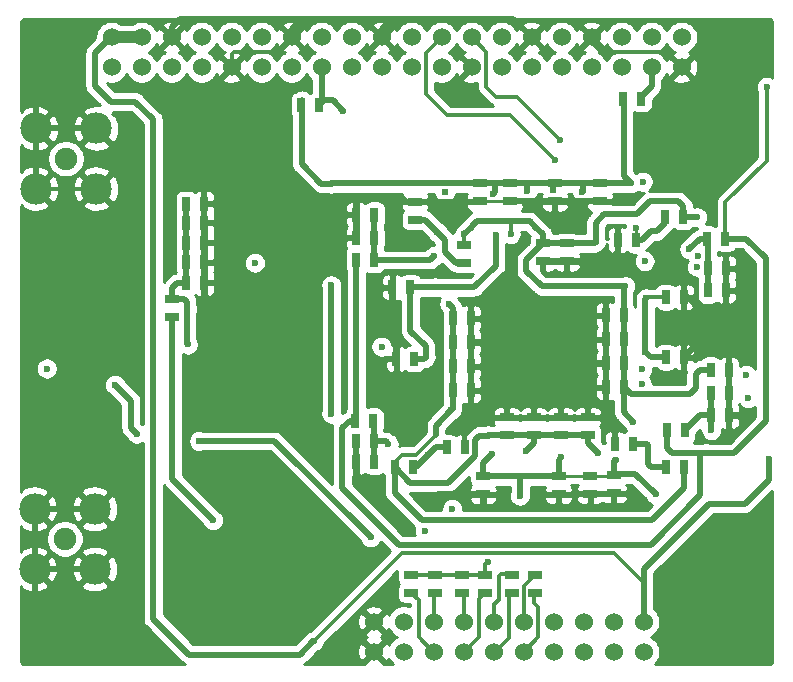
<source format=gbl>
%TF.GenerationSoftware,KiCad,Pcbnew,(5.1.6)-1*%
%TF.CreationDate,2020-10-01T20:42:35+02:00*%
%TF.ProjectId,Radioberry,52616469-6f62-4657-9272-792e6b696361,rev?*%
%TF.SameCoordinates,Original*%
%TF.FileFunction,Copper,L4,Bot*%
%TF.FilePolarity,Positive*%
%FSLAX46Y46*%
G04 Gerber Fmt 4.6, Leading zero omitted, Abs format (unit mm)*
G04 Created by KiCad (PCBNEW (5.1.6)-1) date 2020-10-01 20:42:35*
%MOMM*%
%LPD*%
G01*
G04 APERTURE LIST*
%TA.AperFunction,ComponentPad*%
%ADD10C,0.500000*%
%TD*%
%TA.AperFunction,ComponentPad*%
%ADD11C,4.000000*%
%TD*%
%TA.AperFunction,ComponentPad*%
%ADD12C,3.000000*%
%TD*%
%TA.AperFunction,SMDPad,CuDef*%
%ADD13R,0.635000X1.143000*%
%TD*%
%TA.AperFunction,SMDPad,CuDef*%
%ADD14R,1.143000X0.635000*%
%TD*%
%TA.AperFunction,ComponentPad*%
%ADD15C,1.524000*%
%TD*%
%TA.AperFunction,ComponentPad*%
%ADD16C,1.905000*%
%TD*%
%TA.AperFunction,ComponentPad*%
%ADD17C,2.667000*%
%TD*%
%TA.AperFunction,ComponentPad*%
%ADD18C,5.300000*%
%TD*%
%TA.AperFunction,ViaPad*%
%ADD19C,0.600000*%
%TD*%
%TA.AperFunction,ViaPad*%
%ADD20C,0.602000*%
%TD*%
%TA.AperFunction,Conductor*%
%ADD21C,0.300000*%
%TD*%
%TA.AperFunction,Conductor*%
%ADD22C,0.200000*%
%TD*%
%TA.AperFunction,Conductor*%
%ADD23C,0.500000*%
%TD*%
%TA.AperFunction,Conductor*%
%ADD24C,0.250000*%
%TD*%
%TA.AperFunction,Conductor*%
%ADD25C,0.350000*%
%TD*%
%TA.AperFunction,Conductor*%
%ADD26C,1.000000*%
%TD*%
%TA.AperFunction,Conductor*%
%ADD27C,0.254000*%
%TD*%
G04 APERTURE END LIST*
D10*
%TO.P,U1,145*%
%TO.N,GND*%
X136120000Y-97560000D03*
X134620000Y-100560000D03*
X134620000Y-99060000D03*
X133120000Y-99060000D03*
X136120000Y-99060000D03*
X133120000Y-97560000D03*
X134620000Y-97560000D03*
D11*
X136720000Y-101160000D03*
D10*
X133120000Y-100560000D03*
%TD*%
D12*
%TO.P,IC401,65*%
%TO.N,GND*%
X113633000Y-101695000D03*
D10*
X108633000Y-102695000D03*
X110133000Y-102695000D03*
X108633000Y-101195000D03*
X110133000Y-101195000D03*
X108633000Y-96695000D03*
X108633000Y-98195000D03*
X114633000Y-98195000D03*
X114633000Y-96695000D03*
X113133000Y-96695000D03*
X113133000Y-98195000D03*
X110133000Y-98195000D03*
X110133000Y-96695000D03*
X111633000Y-96695000D03*
X111633000Y-98195000D03*
X111633000Y-102695000D03*
X111633000Y-101195000D03*
X114633000Y-99695000D03*
X113133000Y-99695000D03*
X108633000Y-99695000D03*
X110133000Y-99695000D03*
X111633000Y-99695000D03*
%TD*%
D13*
%TO.P,C221,1*%
%TO.N,+1V2*%
X127254000Y-101092000D03*
%TO.P,C221,2*%
%TO.N,GND*%
X128778000Y-101092000D03*
%TD*%
D14*
%TO.P,C222,1*%
%TO.N,+1V2*%
X134874000Y-90678000D03*
%TO.P,C222,2*%
%TO.N,GND*%
X134874000Y-92202000D03*
%TD*%
%TO.P,C223,1*%
%TO.N,+1V2*%
X134112000Y-106934000D03*
%TO.P,C223,2*%
%TO.N,GND*%
X134112000Y-105410000D03*
%TD*%
D13*
%TO.P,C224,1*%
%TO.N,+1V2*%
X127254000Y-97028000D03*
%TO.P,C224,2*%
%TO.N,GND*%
X128778000Y-97028000D03*
%TD*%
D14*
%TO.P,C225,1*%
%TO.N,+1V2*%
X131826000Y-106934000D03*
%TO.P,C225,2*%
%TO.N,GND*%
X131826000Y-105410000D03*
%TD*%
D13*
%TO.P,C226,1*%
%TO.N,+1V2*%
X141732000Y-102870000D03*
%TO.P,C226,2*%
%TO.N,GND*%
X140208000Y-102870000D03*
%TD*%
%TO.P,C227,1*%
%TO.N,GND*%
X141224000Y-90424000D03*
%TO.P,C227,2*%
%TO.N,Net-(C227-Pad2)*%
X142748000Y-90424000D03*
%TD*%
%TO.P,C228,1*%
%TO.N,GND*%
X150372000Y-94660000D03*
%TO.P,C228,2*%
%TO.N,Net-(C228-Pad2)*%
X148848000Y-94660000D03*
%TD*%
%TO.P,C229,1*%
%TO.N,+1V2*%
X141732000Y-98806000D03*
%TO.P,C229,2*%
%TO.N,GND*%
X140208000Y-98806000D03*
%TD*%
%TO.P,C230,1*%
%TO.N,+1V2*%
X149078000Y-101380000D03*
%TO.P,C230,2*%
%TO.N,GND*%
X150602000Y-101380000D03*
%TD*%
%TO.P,C231,1*%
%TO.N,+1V2*%
X141732000Y-100838000D03*
%TO.P,C231,2*%
%TO.N,GND*%
X140208000Y-100838000D03*
%TD*%
%TO.P,C232,1*%
%TO.N,Net-(C232-Pad1)*%
X120602000Y-90220000D03*
%TO.P,C232,2*%
%TO.N,GND*%
X119078000Y-90220000D03*
%TD*%
%TO.P,C233,1*%
%TO.N,GND*%
X119058000Y-107430000D03*
%TO.P,C233,2*%
%TO.N,Net-(C233-Pad2)*%
X120582000Y-107430000D03*
%TD*%
%TO.P,C234,1*%
%TO.N,GND*%
X128270000Y-107950000D03*
%TO.P,C234,2*%
%TO.N,Net-(C234-Pad2)*%
X126746000Y-107950000D03*
%TD*%
%TO.P,C235,1*%
%TO.N,+1V2*%
X127254000Y-103124000D03*
%TO.P,C235,2*%
%TO.N,GND*%
X128778000Y-103124000D03*
%TD*%
D14*
%TO.P,C236,1*%
%TO.N,+1V2*%
X138684000Y-106934000D03*
%TO.P,C236,2*%
%TO.N,GND*%
X138684000Y-105410000D03*
%TD*%
D13*
%TO.P,C237,1*%
%TO.N,+1V2*%
X141732000Y-96774000D03*
%TO.P,C237,2*%
%TO.N,GND*%
X140208000Y-96774000D03*
%TD*%
%TO.P,C238,1*%
%TO.N,Net-(C238-Pad1)*%
X149108000Y-103360000D03*
%TO.P,C238,2*%
%TO.N,GND*%
X150632000Y-103360000D03*
%TD*%
%TO.P,C239,1*%
%TO.N,GND*%
X150632000Y-105250000D03*
%TO.P,C239,2*%
%TO.N,Net-(C238-Pad1)*%
X149108000Y-105250000D03*
%TD*%
%TO.P,C240,1*%
%TO.N,GND*%
X140970000Y-107696000D03*
%TO.P,C240,2*%
%TO.N,Net-(C240-Pad2)*%
X142494000Y-107696000D03*
%TD*%
%TO.P,C241,1*%
%TO.N,+1V2*%
X127254000Y-99060000D03*
%TO.P,C241,2*%
%TO.N,GND*%
X128778000Y-99060000D03*
%TD*%
D14*
%TO.P,C242,1*%
%TO.N,+1V2*%
X136906000Y-90678000D03*
%TO.P,C242,2*%
%TO.N,GND*%
X136906000Y-92202000D03*
%TD*%
%TO.P,C243,1*%
%TO.N,+1V2*%
X136398000Y-106934000D03*
%TO.P,C243,2*%
%TO.N,GND*%
X136398000Y-105410000D03*
%TD*%
D13*
%TO.P,C244,1*%
%TO.N,Net-(C233-Pad2)*%
X120622000Y-109160000D03*
%TO.P,C244,2*%
%TO.N,GND*%
X119098000Y-109160000D03*
%TD*%
%TO.P,C245,1*%
%TO.N,GND*%
X119098000Y-88250000D03*
%TO.P,C245,2*%
%TO.N,Net-(C232-Pad1)*%
X120622000Y-88250000D03*
%TD*%
D14*
%TO.P,C246,1*%
%TO.N,GND*%
X124040000Y-87138000D03*
%TO.P,C246,2*%
%TO.N,Net-(C246-Pad2)*%
X124040000Y-88662000D03*
%TD*%
D13*
%TO.P,C247,1*%
%TO.N,Net-(C228-Pad2)*%
X148848000Y-92790000D03*
%TO.P,C247,2*%
%TO.N,GND*%
X150372000Y-92790000D03*
%TD*%
D14*
%TO.P,C248,1*%
%TO.N,+3V3*%
X129830000Y-110388000D03*
%TO.P,C248,2*%
%TO.N,GND*%
X129830000Y-111912000D03*
%TD*%
%TO.P,C249,1*%
%TO.N,+3V3*%
X138880000Y-110338000D03*
%TO.P,C249,2*%
%TO.N,GND*%
X138880000Y-111862000D03*
%TD*%
%TO.P,C250,1*%
%TO.N,+3V3*%
X139700000Y-85598000D03*
%TO.P,C250,2*%
%TO.N,GND*%
X139700000Y-87122000D03*
%TD*%
%TO.P,C251,1*%
%TO.N,+3V3*%
X132080000Y-85598000D03*
%TO.P,C251,2*%
%TO.N,GND*%
X132080000Y-87122000D03*
%TD*%
D13*
%TO.P,C252,1*%
%TO.N,+3V3*%
X123672000Y-94400000D03*
%TO.P,C252,2*%
%TO.N,GND*%
X122148000Y-94400000D03*
%TD*%
%TO.P,C253,1*%
%TO.N,+3V3*%
X123992000Y-100470000D03*
%TO.P,C253,2*%
%TO.N,GND*%
X122468000Y-100470000D03*
%TD*%
%TO.P,C254,1*%
%TO.N,+3V3*%
X145288000Y-100330000D03*
%TO.P,C254,2*%
%TO.N,GND*%
X146812000Y-100330000D03*
%TD*%
%TO.P,C255,1*%
%TO.N,+3V3*%
X145288000Y-95250000D03*
%TO.P,C255,2*%
%TO.N,GND*%
X146812000Y-95250000D03*
%TD*%
D14*
%TO.P,C256,1*%
%TO.N,+3V3*%
X135890000Y-85598000D03*
%TO.P,C256,2*%
%TO.N,GND*%
X135890000Y-87122000D03*
%TD*%
%TO.P,C257,1*%
%TO.N,+3V3*%
X129540000Y-85598000D03*
%TO.P,C257,2*%
%TO.N,GND*%
X129540000Y-87122000D03*
%TD*%
%TO.P,C258,1*%
%TO.N,+3V3*%
X136210000Y-110378000D03*
%TO.P,C258,2*%
%TO.N,GND*%
X136210000Y-111902000D03*
%TD*%
%TO.P,C259,1*%
%TO.N,+3V3*%
X140890000Y-110308000D03*
%TO.P,C259,2*%
%TO.N,GND*%
X140890000Y-111832000D03*
%TD*%
D13*
%TO.P,C418,1*%
%TO.N,/Frontend/AVDD*%
X104668000Y-88950000D03*
%TO.P,C418,2*%
%TO.N,GND*%
X106192000Y-88950000D03*
%TD*%
%TO.P,C422,1*%
%TO.N,/Frontend/AVDD*%
X104678000Y-90610000D03*
%TO.P,C422,2*%
%TO.N,GND*%
X106202000Y-90610000D03*
%TD*%
%TO.P,C426,1*%
%TO.N,/Frontend/AVDD*%
X104678000Y-94020000D03*
%TO.P,C426,2*%
%TO.N,GND*%
X106202000Y-94020000D03*
%TD*%
%TO.P,C430,1*%
%TO.N,/Frontend/AVDD*%
X104658000Y-87330000D03*
%TO.P,C430,2*%
%TO.N,GND*%
X106182000Y-87330000D03*
%TD*%
%TO.P,C434,1*%
%TO.N,/Frontend/AVDD*%
X104668000Y-92260000D03*
%TO.P,C434,2*%
%TO.N,GND*%
X106192000Y-92260000D03*
%TD*%
D15*
%TO.P,CN301,1*%
%TO.N,+5V*%
X143430000Y-122730000D03*
%TO.P,CN301,2*%
%TO.N,+3V3*%
X143430000Y-125270000D03*
%TO.P,CN301,3*%
%TO.N,/GPIO/IO-01*%
X140890000Y-122730000D03*
%TO.P,CN301,4*%
%TO.N,/GPIO/IO-02*%
X140890000Y-125270000D03*
%TO.P,CN301,5*%
%TO.N,/GPIO/IO-03*%
X138350000Y-122730000D03*
%TO.P,CN301,6*%
%TO.N,/GPIO/IO-04*%
X138350000Y-125270000D03*
%TO.P,CN301,7*%
%TO.N,/GPIO/IO-05*%
X135810000Y-122730000D03*
%TO.P,CN301,8*%
%TO.N,/GPIO/IO-06*%
X135810000Y-125270000D03*
%TO.P,CN301,9*%
%TO.N,IO-07*%
X133270000Y-122730000D03*
%TO.P,CN301,10*%
%TO.N,IO-08*%
X133270000Y-125270000D03*
%TO.P,CN301,11*%
%TO.N,IO-09*%
X130730000Y-122730000D03*
%TO.P,CN301,12*%
%TO.N,IO-10*%
X130730000Y-125270000D03*
%TO.P,CN301,13*%
%TO.N,IO-11*%
X128190000Y-122730000D03*
%TO.P,CN301,14*%
%TO.N,IO-12*%
X128190000Y-125270000D03*
%TO.P,CN301,15*%
%TO.N,IO-13*%
X125650000Y-122730000D03*
%TO.P,CN301,16*%
%TO.N,IO-14*%
X125650000Y-125270000D03*
%TO.P,CN301,17*%
%TO.N,SDA*%
X123110000Y-122730000D03*
%TO.P,CN301,18*%
%TO.N,SCL*%
X123110000Y-125270000D03*
%TO.P,CN301,19*%
%TO.N,GND*%
X120570000Y-122730000D03*
%TO.P,CN301,20*%
X120570000Y-125270000D03*
%TD*%
D13*
%TO.P,FB201,1*%
%TO.N,+2V5*%
X119068000Y-92090000D03*
%TO.P,FB201,2*%
%TO.N,Net-(C232-Pad1)*%
X120592000Y-92090000D03*
%TD*%
%TO.P,FB202,1*%
%TO.N,+2V5*%
X145388000Y-106510000D03*
%TO.P,FB202,2*%
%TO.N,Net-(C238-Pad1)*%
X146912000Y-106510000D03*
%TD*%
%TO.P,FB203,1*%
%TO.N,+2V5*%
X119008000Y-105700000D03*
%TO.P,FB203,2*%
%TO.N,Net-(C233-Pad2)*%
X120532000Y-105700000D03*
%TD*%
%TO.P,FB204,1*%
%TO.N,+2V5*%
X150342000Y-90290000D03*
%TO.P,FB204,2*%
%TO.N,Net-(C228-Pad2)*%
X148818000Y-90290000D03*
%TD*%
D14*
%TO.P,FB205,1*%
%TO.N,+1V2*%
X128240000Y-90818000D03*
%TO.P,FB205,2*%
%TO.N,Net-(C246-Pad2)*%
X128240000Y-92342000D03*
%TD*%
D13*
%TO.P,FB206,1*%
%TO.N,+1V2*%
X146862000Y-109650000D03*
%TO.P,FB206,2*%
%TO.N,Net-(C240-Pad2)*%
X145338000Y-109650000D03*
%TD*%
%TO.P,FB207,1*%
%TO.N,+1V2*%
X122338000Y-109650000D03*
%TO.P,FB207,2*%
%TO.N,Net-(C234-Pad2)*%
X123862000Y-109650000D03*
%TD*%
%TO.P,FB208,1*%
%TO.N,+1V2*%
X146762000Y-88450000D03*
%TO.P,FB208,2*%
%TO.N,Net-(C227-Pad2)*%
X145238000Y-88450000D03*
%TD*%
D14*
%TO.P,FB403,1*%
%TO.N,/Frontend/AVDD*%
X103510000Y-95408000D03*
%TO.P,FB403,2*%
%TO.N,3V3B*%
X103510000Y-96932000D03*
%TD*%
D13*
%TO.P,R301,1*%
%TO.N,CONF_DONE*%
X115952000Y-79000000D03*
%TO.P,R301,2*%
%TO.N,+3V3*%
X114428000Y-79000000D03*
%TD*%
%TO.P,R302,1*%
%TO.N,NSTATUS*%
X143222000Y-78440000D03*
%TO.P,R302,2*%
%TO.N,+3V3*%
X141698000Y-78440000D03*
%TD*%
D16*
%TO.P,X401,1*%
%TO.N,Net-(C401-Pad2)*%
X94500000Y-83500000D03*
D17*
%TO.P,X401,2*%
%TO.N,GND*%
X97049900Y-86049900D03*
%TO.P,X401,3*%
X91950100Y-86049900D03*
%TO.P,X401,4*%
X91950100Y-80950100D03*
%TO.P,X401,5*%
X97049900Y-80950100D03*
%TD*%
D16*
%TO.P,X402,1*%
%TO.N,Net-(C402-Pad2)*%
X94400000Y-115700000D03*
D17*
%TO.P,X402,2*%
%TO.N,GND*%
X96949900Y-118249900D03*
%TO.P,X402,3*%
X91850100Y-118249900D03*
%TO.P,X402,4*%
X91850100Y-113150100D03*
%TO.P,X402,5*%
X96949900Y-113150100D03*
%TD*%
D18*
%TO.P,MH1,1*%
%TO.N,GND*%
X93500000Y-74500000D03*
%TD*%
%TO.P,MH2,1*%
%TO.N,GND*%
X93500000Y-123500000D03*
%TD*%
%TO.P,MH3,1*%
%TO.N,GND*%
X151500000Y-74500000D03*
%TD*%
%TO.P,MH4,1*%
%TO.N,GND*%
X151500000Y-123500000D03*
%TD*%
D14*
%TO.P,R303,1*%
%TO.N,IO-14*%
X123750000Y-120262000D03*
%TO.P,R303,2*%
%TO.N,+3V3*%
X123750000Y-118738000D03*
%TD*%
%TO.P,R304,1*%
%TO.N,IO-13*%
X125750000Y-120262000D03*
%TO.P,R304,2*%
%TO.N,+3V3*%
X125750000Y-118738000D03*
%TD*%
%TO.P,R305,1*%
%TO.N,IO-10*%
X132250000Y-120262000D03*
%TO.P,R305,2*%
%TO.N,IO-09*%
X132250000Y-118738000D03*
%TD*%
%TO.P,R306,1*%
%TO.N,IO-08*%
X134250000Y-120262000D03*
%TO.P,R306,2*%
%TO.N,IO-07*%
X134250000Y-118738000D03*
%TD*%
D15*
%TO.P,CN302,1*%
%TO.N,3V3Rpi*%
X98370000Y-75770000D03*
%TO.P,CN302,2*%
%TO.N,+5V*%
X98370000Y-73230000D03*
%TO.P,CN302,3*%
%TO.N,SDA*%
X100910000Y-75770000D03*
%TO.P,CN302,4*%
%TO.N,+5V*%
X100910000Y-73230000D03*
%TO.P,CN302,5*%
%TO.N,SCL*%
X103450000Y-75770000D03*
%TO.P,CN302,6*%
%TO.N,GND*%
X103450000Y-73230000D03*
%TO.P,CN302,7*%
%TO.N,GPCLK0*%
X105990000Y-75770000D03*
%TO.P,CN302,8*%
%TO.N,Net-(CN302-Pad8)*%
X105990000Y-73230000D03*
%TO.P,CN302,9*%
%TO.N,GND*%
X108530000Y-75770000D03*
%TO.P,CN302,10*%
%TO.N,Net-(CN302-Pad10)*%
X108530000Y-73230000D03*
%TO.P,CN302,11*%
%TO.N,GPIO11*%
X111070000Y-75770000D03*
%TO.P,CN302,12*%
%TO.N,GPIO12*%
X111070000Y-73230000D03*
%TO.P,CN302,13*%
%TO.N,/GPIO/NCONFIG*%
X113610000Y-75770000D03*
%TO.P,CN302,14*%
%TO.N,GND*%
X113610000Y-73230000D03*
%TO.P,CN302,15*%
%TO.N,CONF_DONE*%
X116150000Y-75770000D03*
%TO.P,CN302,16*%
%TO.N,GPIO16*%
X116150000Y-73230000D03*
%TO.P,CN302,17*%
%TO.N,Net-(CN302-Pad17)*%
X118690000Y-75770000D03*
%TO.P,CN302,18*%
%TO.N,/GPIO/DCLK*%
X118690000Y-73230000D03*
%TO.P,CN302,19*%
%TO.N,/GPIO/MOSI_SPI0*%
X121230000Y-75770000D03*
%TO.P,CN302,20*%
%TO.N,GND*%
X121230000Y-73230000D03*
%TO.P,CN302,21*%
%TO.N,/GPIO/MISO_SPI0*%
X123770000Y-75770000D03*
%TO.P,CN302,22*%
%TO.N,GPIO22*%
X123770000Y-73230000D03*
%TO.P,CN302,23*%
%TO.N,/GPIO/SCLK_SPI0*%
X126310000Y-75770000D03*
%TO.P,CN302,24*%
%TO.N,/GPIO/CE0_SPI0*%
X126310000Y-73230000D03*
%TO.P,CN302,25*%
%TO.N,GND*%
X128850000Y-75770000D03*
%TO.P,CN302,26*%
%TO.N,/GPIO/CE1_SPI0*%
X128850000Y-73230000D03*
%TO.P,CN302,27*%
%TO.N,Net-(CN302-Pad27)*%
X131390000Y-75770000D03*
%TO.P,CN302,28*%
%TO.N,Net-(CN302-Pad28)*%
X131390000Y-73230000D03*
%TO.P,CN302,29*%
%TO.N,GPIO29*%
X133930000Y-75770000D03*
%TO.P,CN302,30*%
%TO.N,GND*%
X133930000Y-73230000D03*
%TO.P,CN302,31*%
%TO.N,GPCLK2*%
X136470000Y-75770000D03*
%TO.P,CN302,32*%
%TO.N,GPIO32*%
X136470000Y-73230000D03*
%TO.P,CN302,33*%
%TO.N,/GPIO/DATA[0]*%
X139010000Y-75770000D03*
%TO.P,CN302,34*%
%TO.N,GND*%
X139010000Y-73230000D03*
%TO.P,CN302,35*%
%TO.N,GPIO35*%
X141550000Y-75770000D03*
%TO.P,CN302,36*%
%TO.N,GPIO36*%
X141550000Y-73230000D03*
%TO.P,CN302,37*%
%TO.N,NSTATUS*%
X144090000Y-75770000D03*
%TO.P,CN302,38*%
%TO.N,GPIO38*%
X144090000Y-73230000D03*
%TO.P,CN302,39*%
%TO.N,GND*%
X146630000Y-75770000D03*
%TO.P,CN302,40*%
%TO.N,GPIO40*%
X146630000Y-73230000D03*
%TD*%
D14*
%TO.P,R307,1*%
%TO.N,IO-11*%
X128000000Y-120262000D03*
%TO.P,R307,2*%
%TO.N,+3V3*%
X128000000Y-118738000D03*
%TD*%
%TO.P,R308,1*%
%TO.N,IO-12*%
X130000000Y-120262000D03*
%TO.P,R308,2*%
%TO.N,+3V3*%
X130000000Y-118738000D03*
%TD*%
D19*
%TO.N,GND*%
X140462000Y-92202000D03*
X121390000Y-100650000D03*
X122230000Y-90380000D03*
X147750000Y-95840000D03*
X140920000Y-112890000D03*
X109320000Y-91060000D03*
X125470000Y-112460000D03*
X152340000Y-105310000D03*
X119080000Y-110650000D03*
X147860000Y-98790000D03*
X136210000Y-112810000D03*
X129850000Y-112880000D03*
%TO.N,Net-(C227-Pad2)*%
X142748000Y-89408000D03*
%TO.N,Net-(C228-Pad2)*%
X147270000Y-91170000D03*
%TO.N,Net-(C232-Pad1)*%
X125660000Y-91760000D03*
%TO.N,Net-(C233-Pad2)*%
X121810000Y-107670000D03*
%TO.N,Net-(C234-Pad2)*%
X125170000Y-108590000D03*
%TO.N,Net-(C238-Pad1)*%
X149150000Y-106500000D03*
%TO.N,Net-(C240-Pad2)*%
X143780000Y-107810000D03*
%TO.N,Net-(C246-Pad2)*%
X125940000Y-89720000D03*
%TO.N,GPIO11*%
X124900000Y-115025000D03*
%TO.N,GPIO12*%
X143490000Y-92180000D03*
%TO.N,GPIO16*%
X143330000Y-85460000D03*
%TO.N,/GPIO/DCLK*%
X143250000Y-102570000D03*
%TO.N,GPIO22*%
X147920000Y-92660000D03*
%TO.N,/GPIO/CE0_SPI0*%
X135880000Y-83580000D03*
%TO.N,/GPIO/CE1_SPI0*%
X136320000Y-81920000D03*
%TO.N,GPIO29*%
X148000000Y-91790000D03*
%TO.N,/GPIO/DATA[0]*%
X152090000Y-101810000D03*
%TO.N,/GPIO/NCONFIG*%
X143280000Y-101340000D03*
%TO.N,/Frontend/RESET*%
X127200000Y-113175000D03*
X110500000Y-92325000D03*
%TO.N,/Frontend/MODE*%
X120290000Y-115570000D03*
X105790000Y-107410000D03*
%TO.N,CONF_DONE*%
X117990000Y-79460000D03*
X121220000Y-99430000D03*
%TO.N,NSTATUS*%
X152270000Y-103800000D03*
%TO.N,/Frontend/DVDD*%
X116970000Y-105090000D03*
X116960000Y-94220000D03*
%TO.N,/Frontend/AVDD*%
X104820000Y-99240000D03*
X104750000Y-96240000D03*
%TO.N,/Frontend/AVDD3*%
X98650000Y-102660000D03*
X100480000Y-106790000D03*
D20*
%TO.N,/Frontend/CLKOUT1*%
X126600000Y-86339000D03*
X135700000Y-86200000D03*
D19*
%TO.N,+3V3*%
X130225000Y-117625000D03*
X116920000Y-85620000D03*
X132930000Y-112050000D03*
X136400000Y-108800000D03*
X130580000Y-108550000D03*
X141050000Y-108980000D03*
X144430000Y-111940000D03*
X138210000Y-86340000D03*
X142330000Y-85570000D03*
X133550000Y-86280000D03*
X143560000Y-99840000D03*
X143620000Y-95320000D03*
X130910000Y-89980000D03*
X130670000Y-86470000D03*
X125770000Y-94390000D03*
X124960000Y-100300000D03*
%TO.N,+5V*%
X154000000Y-108910000D03*
X115480000Y-124360000D03*
%TO.N,+2V5*%
X153825000Y-77450000D03*
X148710000Y-108430000D03*
%TO.N,+1V2*%
X147940000Y-88470000D03*
X132150000Y-89900000D03*
X141860000Y-94310000D03*
X139590000Y-108450000D03*
X130250000Y-106950000D03*
X142550000Y-105810000D03*
X133450000Y-108270000D03*
X127140000Y-104810000D03*
X126950000Y-95820000D03*
X139360000Y-90550000D03*
X128230000Y-89900000D03*
%TO.N,3V3B*%
X106950000Y-114110000D03*
%TO.N,3V3Rpi*%
X92875000Y-101275000D03*
%TD*%
D21*
%TO.N,GND*%
X91950100Y-86049900D02*
X97049900Y-86049900D01*
D22*
X139010000Y-73230000D02*
X139010000Y-73710000D01*
D21*
X139010000Y-73710000D02*
X139800000Y-74500000D01*
X145360000Y-74500000D02*
X146630000Y-75770000D01*
X139800000Y-74500000D02*
X145360000Y-74500000D01*
X108530000Y-75770000D02*
X108530000Y-74670000D01*
X112390000Y-74450000D02*
X113610000Y-73230000D01*
X108750000Y-74450000D02*
X112390000Y-74450000D01*
X108530000Y-74670000D02*
X108750000Y-74450000D01*
D23*
X141224000Y-90424000D02*
X141224000Y-91440000D01*
D22*
X141224000Y-91440000D02*
X140462000Y-92202000D01*
D23*
X119078000Y-90220000D02*
X119078000Y-88270000D01*
D22*
X119078000Y-88270000D02*
X119098000Y-88250000D01*
D23*
X121390000Y-100650000D02*
X121570000Y-100470000D01*
X121570000Y-100470000D02*
X122468000Y-100470000D01*
X122230000Y-90380000D02*
X122120000Y-90270000D01*
X122120000Y-90270000D02*
X122120000Y-86700000D01*
X106202000Y-94020000D02*
X106202000Y-95872000D01*
X106202000Y-95872000D02*
X107025000Y-96695000D01*
X107025000Y-96695000D02*
X108633000Y-96695000D01*
X124040000Y-87138000D02*
X123318000Y-87138000D01*
X123318000Y-87138000D02*
X122880000Y-86700000D01*
X122880000Y-86700000D02*
X122120000Y-86700000D01*
X119098000Y-86882000D02*
X119098000Y-88250000D01*
X122120000Y-86700000D02*
X119280000Y-86700000D01*
X119280000Y-86700000D02*
X119098000Y-86882000D01*
X146812000Y-95250000D02*
X147160000Y-95250000D01*
X147160000Y-95250000D02*
X147750000Y-95840000D01*
X146812000Y-95250000D02*
X147170000Y-95250000D01*
X147170000Y-95250000D02*
X148070000Y-96150000D01*
X148070000Y-96150000D02*
X150240000Y-96150000D01*
X124040000Y-87138000D02*
X129524000Y-87138000D01*
D22*
X129524000Y-87138000D02*
X129540000Y-87122000D01*
D21*
X140890000Y-112860000D02*
X140890000Y-111832000D01*
D22*
X140920000Y-112890000D02*
X140890000Y-112860000D01*
D23*
X106540000Y-90660000D02*
X108920000Y-90660000D01*
X108920000Y-90660000D02*
X109320000Y-91060000D01*
X106192000Y-88950000D02*
X106192000Y-87340000D01*
D22*
X106192000Y-87340000D02*
X106182000Y-87330000D01*
D23*
X106202000Y-90610000D02*
X106202000Y-88960000D01*
D22*
X106202000Y-88960000D02*
X106192000Y-88950000D01*
D23*
X106192000Y-92260000D02*
X106192000Y-94010000D01*
D22*
X106192000Y-94010000D02*
X106202000Y-94020000D01*
D23*
X106202000Y-90610000D02*
X106202000Y-92250000D01*
D22*
X106202000Y-92250000D02*
X106192000Y-92260000D01*
D23*
X129830000Y-111912000D02*
X126018000Y-111912000D01*
X126018000Y-111912000D02*
X125470000Y-112460000D01*
X103450000Y-73230000D02*
X103450000Y-72390000D01*
X103450000Y-72390000D02*
X104160000Y-71680000D01*
X104160000Y-71680000D02*
X114450000Y-71680000D01*
X113610000Y-73230000D02*
X113610000Y-72520000D01*
X113610000Y-72520000D02*
X114450000Y-71680000D01*
X114450000Y-71680000D02*
X122110000Y-71680000D01*
X121230000Y-73230000D02*
X121230000Y-72560000D01*
X121230000Y-72560000D02*
X122110000Y-71680000D01*
X122110000Y-71680000D02*
X130800000Y-71680000D01*
X132380000Y-71680000D02*
X133930000Y-73230000D01*
X130800000Y-71680000D02*
X132380000Y-71680000D01*
X122468000Y-100470000D02*
X122468000Y-95898000D01*
X122148000Y-95578000D02*
X122148000Y-94400000D01*
X122468000Y-95898000D02*
X122148000Y-95578000D01*
X150632000Y-105250000D02*
X152280000Y-105250000D01*
D24*
X152280000Y-105250000D02*
X152340000Y-105310000D01*
D23*
X119098000Y-109160000D02*
X119098000Y-110632000D01*
D24*
X119098000Y-110632000D02*
X119080000Y-110650000D01*
D23*
X96949900Y-118249900D02*
X91850100Y-118249900D01*
X93500000Y-123500000D02*
X93500000Y-122420000D01*
X93500000Y-122420000D02*
X91850100Y-120770100D01*
X91850100Y-120770100D02*
X91850100Y-118249900D01*
X91850100Y-118249900D02*
X91850100Y-113150100D01*
X91850100Y-113150100D02*
X96949900Y-113150100D01*
X147860000Y-98790000D02*
X147880000Y-98810000D01*
X147880000Y-98810000D02*
X147880000Y-99262000D01*
X147880000Y-99262000D02*
X146812000Y-100330000D01*
X91950100Y-80950100D02*
X91950100Y-76049900D01*
X91950100Y-76049900D02*
X93500000Y-74500000D01*
D21*
X140890000Y-111832000D02*
X138910000Y-111832000D01*
D24*
X138910000Y-111832000D02*
X138880000Y-111862000D01*
D21*
X136210000Y-111902000D02*
X138840000Y-111902000D01*
D24*
X138840000Y-111902000D02*
X138880000Y-111862000D01*
D21*
X136210000Y-112810000D02*
X136210000Y-111902000D01*
D23*
X129830000Y-112860000D02*
X129830000Y-111912000D01*
D24*
X129850000Y-112880000D02*
X129830000Y-112860000D01*
D23*
X119058000Y-107430000D02*
X119058000Y-109120000D01*
D24*
X119058000Y-109120000D02*
X119098000Y-109160000D01*
D23*
X150602000Y-101380000D02*
X150602000Y-96362000D01*
X150602000Y-96362000D02*
X150372000Y-96132000D01*
X150372000Y-96132000D02*
X150372000Y-94660000D01*
X146812000Y-95250000D02*
X146812000Y-100330000D01*
X150372000Y-94660000D02*
X150372000Y-92790000D01*
X150632000Y-103360000D02*
X150632000Y-101410000D01*
D24*
X150632000Y-101410000D02*
X150602000Y-101380000D01*
D23*
X150632000Y-105250000D02*
X150632000Y-103360000D01*
D21*
X128270000Y-107950000D02*
X128270000Y-106960000D01*
X128778000Y-106452000D02*
X128778000Y-103124000D01*
X128270000Y-106960000D02*
X128778000Y-106452000D01*
X140970000Y-107696000D02*
X140970000Y-105890000D01*
X140490000Y-105410000D02*
X138684000Y-105410000D01*
X140970000Y-105890000D02*
X140490000Y-105410000D01*
D23*
X139700000Y-87122000D02*
X135890000Y-87122000D01*
X135890000Y-87122000D02*
X132080000Y-87122000D01*
D24*
X129540000Y-87122000D02*
X132080000Y-87122000D01*
D23*
X134874000Y-92202000D02*
X136906000Y-92202000D01*
X136906000Y-92202000D02*
X140462000Y-92202000D01*
X140462000Y-92202000D02*
X141224000Y-91440000D01*
D24*
X138684000Y-105410000D02*
X138684000Y-103124000D01*
X138684000Y-103124000D02*
X136720000Y-101160000D01*
D23*
X140208000Y-100838000D02*
X137042000Y-100838000D01*
D24*
X137042000Y-100838000D02*
X136720000Y-101160000D01*
D21*
X140208000Y-98806000D02*
X140208000Y-96774000D01*
D23*
X140208000Y-100838000D02*
X140208000Y-98806000D01*
X140208000Y-102870000D02*
X140208000Y-100838000D01*
D21*
X136398000Y-105410000D02*
X138684000Y-105410000D01*
X134112000Y-105410000D02*
X136398000Y-105410000D01*
X131826000Y-105410000D02*
X134112000Y-105410000D01*
D23*
X128778000Y-99060000D02*
X133120000Y-99060000D01*
D24*
X128778000Y-101092000D02*
X128778000Y-103124000D01*
D21*
X128778000Y-99060000D02*
X128778000Y-101092000D01*
D23*
X128778000Y-97028000D02*
X128778000Y-99060000D01*
X97049900Y-80950100D02*
X91950100Y-80950100D01*
X91950100Y-80950100D02*
X91950100Y-86049900D01*
D24*
%TO.N,Net-(C227-Pad2)*%
X142748000Y-89408000D02*
X142748000Y-90424000D01*
D23*
X145238000Y-88450000D02*
X145238000Y-88950000D01*
X145238000Y-88950000D02*
X144526000Y-89662000D01*
X143256000Y-90424000D02*
X142748000Y-90424000D01*
X144018000Y-89662000D02*
X143256000Y-90424000D01*
X144526000Y-89662000D02*
X144018000Y-89662000D01*
%TO.N,Net-(C228-Pad2)*%
X148848000Y-92790000D02*
X148848000Y-90320000D01*
D22*
X148848000Y-90320000D02*
X148818000Y-90290000D01*
D23*
X147270000Y-91170000D02*
X148150000Y-90290000D01*
X148150000Y-90290000D02*
X148818000Y-90290000D01*
X148848000Y-94660000D02*
X148848000Y-92790000D01*
%TO.N,Net-(C232-Pad1)*%
X120592000Y-92090000D02*
X125330000Y-92090000D01*
X125330000Y-92090000D02*
X125660000Y-91760000D01*
X120602000Y-90220000D02*
X120602000Y-92080000D01*
D22*
X120602000Y-92080000D02*
X120592000Y-92090000D01*
X120580000Y-90242000D02*
X120602000Y-90220000D01*
X125660000Y-91760000D02*
X125588000Y-91688000D01*
D23*
X120602000Y-90220000D02*
X120602000Y-88270000D01*
D24*
X120602000Y-88270000D02*
X120622000Y-88250000D01*
X120602000Y-88270000D02*
X120622000Y-88250000D01*
D23*
%TO.N,Net-(C233-Pad2)*%
X120582000Y-107430000D02*
X120582000Y-105750000D01*
D22*
X120582000Y-105750000D02*
X120532000Y-105700000D01*
D23*
X121810000Y-107670000D02*
X121570000Y-107430000D01*
X121570000Y-107430000D02*
X120582000Y-107430000D01*
X120622000Y-109160000D02*
X120622000Y-108230000D01*
X120622000Y-108230000D02*
X120622000Y-107470000D01*
D24*
X120622000Y-107470000D02*
X120582000Y-107430000D01*
%TO.N,Net-(C234-Pad2)*%
X123862000Y-109650000D02*
X124110000Y-109650000D01*
D23*
X124110000Y-109650000D02*
X125170000Y-108590000D01*
X125810000Y-107950000D02*
X126746000Y-107950000D01*
X125170000Y-108590000D02*
X125810000Y-107950000D01*
%TO.N,Net-(C238-Pad1)*%
X149150000Y-106500000D02*
X149108000Y-106458000D01*
X149108000Y-106458000D02*
X149108000Y-105250000D01*
X149108000Y-105250000D02*
X149108000Y-103360000D01*
D24*
X146912000Y-106510000D02*
X146920000Y-106510000D01*
D23*
X146920000Y-106510000D02*
X148180000Y-105250000D01*
X148180000Y-105250000D02*
X149108000Y-105250000D01*
%TO.N,Net-(C240-Pad2)*%
X145338000Y-109650000D02*
X144040000Y-109650000D01*
X144040000Y-109650000D02*
X143780000Y-109390000D01*
X143780000Y-109390000D02*
X143780000Y-107810000D01*
X143666000Y-107696000D02*
X142494000Y-107696000D01*
X143780000Y-107810000D02*
X143666000Y-107696000D01*
%TO.N,Net-(C246-Pad2)*%
X126590000Y-90370000D02*
X126590000Y-91370000D01*
X126590000Y-91370000D02*
X127562000Y-92342000D01*
X127562000Y-92342000D02*
X128240000Y-92342000D01*
X124040000Y-88662000D02*
X124882000Y-88662000D01*
X124882000Y-88662000D02*
X125940000Y-89720000D01*
X125940000Y-89720000D02*
X126590000Y-90370000D01*
D22*
X126590000Y-90370000D02*
X126612000Y-90392000D01*
D21*
%TO.N,/GPIO/CE0_SPI0*%
X125000000Y-74540000D02*
X126310000Y-73230000D01*
X125000000Y-78040000D02*
X125000000Y-74540000D01*
X126760000Y-79800000D02*
X125000000Y-78040000D01*
X132100000Y-79800000D02*
X126760000Y-79800000D01*
X135880000Y-83580000D02*
X132100000Y-79800000D01*
%TO.N,/GPIO/CE1_SPI0*%
X130100000Y-74480000D02*
X128850000Y-73230000D01*
X130100000Y-77460000D02*
X130100000Y-74480000D01*
X130900000Y-78260000D02*
X130100000Y-77460000D01*
X132660000Y-78260000D02*
X130900000Y-78260000D01*
X136320000Y-81920000D02*
X132660000Y-78260000D01*
D23*
%TO.N,/Frontend/MODE*%
X120290000Y-115570000D02*
X112130000Y-107410000D01*
X112130000Y-107410000D02*
X105790000Y-107410000D01*
%TO.N,CONF_DONE*%
X116150000Y-75770000D02*
X116150000Y-78802000D01*
D22*
X116150000Y-78802000D02*
X115952000Y-79000000D01*
D23*
X115992000Y-78540000D02*
X117070000Y-78540000D01*
X117070000Y-78540000D02*
X117990000Y-79460000D01*
%TO.N,NSTATUS*%
X144090000Y-75770000D02*
X144090000Y-77372000D01*
X144090000Y-77372000D02*
X143232000Y-78230000D01*
%TO.N,/Frontend/DVDD*%
X116960000Y-94220000D02*
X116960000Y-105080000D01*
X116960000Y-105080000D02*
X116970000Y-105090000D01*
D24*
X117000000Y-94260000D02*
X116960000Y-94220000D01*
X116970000Y-105090000D02*
X117000000Y-105060000D01*
D23*
%TO.N,/Frontend/AVDD*%
X103510000Y-95408000D02*
X104498000Y-95408000D01*
X104498000Y-95408000D02*
X104750000Y-95660000D01*
X104750000Y-95660000D02*
X104750000Y-96240000D01*
X103510000Y-95408000D02*
X103510000Y-94440000D01*
X103510000Y-94440000D02*
X103930000Y-94020000D01*
X103930000Y-94020000D02*
X104678000Y-94020000D01*
X104668000Y-92260000D02*
X104668000Y-94010000D01*
D24*
X104668000Y-94010000D02*
X104678000Y-94020000D01*
D23*
X104678000Y-90610000D02*
X104678000Y-92250000D01*
D24*
X104678000Y-92250000D02*
X104668000Y-92260000D01*
D23*
X104668000Y-88950000D02*
X104668000Y-90600000D01*
D24*
X104668000Y-90600000D02*
X104678000Y-90610000D01*
D23*
X104658000Y-87330000D02*
X104658000Y-88940000D01*
D24*
X104658000Y-88940000D02*
X104668000Y-88950000D01*
D23*
X104750000Y-99170000D02*
X104750000Y-96240000D01*
X104820000Y-99240000D02*
X104750000Y-99170000D01*
%TO.N,/Frontend/AVDD3*%
X100000000Y-104010000D02*
X98650000Y-102660000D01*
X100000000Y-106310000D02*
X100000000Y-104010000D01*
X100480000Y-106790000D02*
X100000000Y-106310000D01*
D21*
%TO.N,IO-13*%
X125650000Y-122730000D02*
X125650000Y-120362000D01*
D22*
X125650000Y-120362000D02*
X125750000Y-120262000D01*
X125760000Y-122620000D02*
X125650000Y-122730000D01*
%TO.N,IO-14*%
X125650000Y-125270000D02*
X125595000Y-125270000D01*
D21*
X125595000Y-125270000D02*
X124375000Y-124050000D01*
X124375000Y-124050000D02*
X124375000Y-120887000D01*
X124375000Y-120887000D02*
X123750000Y-120262000D01*
%TO.N,IO-07*%
X133270000Y-122730000D02*
X133270000Y-119718000D01*
X133270000Y-119718000D02*
X134250000Y-118738000D01*
D22*
X134120000Y-118648000D02*
X134120000Y-118910000D01*
X133090000Y-122550000D02*
X133270000Y-122730000D01*
D21*
%TO.N,IO-08*%
X134120000Y-120172000D02*
X134120000Y-121110000D01*
X134510000Y-124030000D02*
X133270000Y-125270000D01*
X134510000Y-121500000D02*
X134510000Y-124030000D01*
X134120000Y-121110000D02*
X134510000Y-121500000D01*
%TO.N,IO-09*%
X130730000Y-122730000D02*
X130730000Y-121245000D01*
X130730000Y-121245000D02*
X131125000Y-120850000D01*
X131125000Y-120850000D02*
X131125000Y-118850000D01*
X131125000Y-118850000D02*
X131327000Y-118648000D01*
X131327000Y-118648000D02*
X131522000Y-118648000D01*
X132070000Y-118648000D02*
X131522000Y-118648000D01*
D22*
%TO.N,IO-10*%
X130730000Y-125270000D02*
X130855000Y-125270000D01*
D21*
X130855000Y-125270000D02*
X132000000Y-124125000D01*
X132000000Y-124125000D02*
X132000000Y-120512000D01*
D22*
X132000000Y-120512000D02*
X132250000Y-120262000D01*
X130730000Y-125270000D02*
X130730000Y-125240000D01*
X131990000Y-120252000D02*
X132070000Y-120172000D01*
D21*
%TO.N,IO-11*%
X128190000Y-122730000D02*
X128190000Y-120452000D01*
D22*
X128190000Y-120452000D02*
X128000000Y-120262000D01*
%TO.N,IO-12*%
X128190000Y-125270000D02*
X128190000Y-125260000D01*
D21*
X128190000Y-125260000D02*
X129450000Y-124000000D01*
X129450000Y-124000000D02*
X129450000Y-120812000D01*
X129450000Y-120812000D02*
X130000000Y-120262000D01*
%TO.N,+3V3*%
X130000000Y-118738000D02*
X130000000Y-117850000D01*
D22*
X130000000Y-117850000D02*
X130225000Y-117625000D01*
D21*
X125750000Y-118738000D02*
X123750000Y-118738000D01*
X128000000Y-118738000D02*
X125750000Y-118738000D01*
X130000000Y-118738000D02*
X128000000Y-118738000D01*
D23*
X116120000Y-85620000D02*
X116920000Y-85620000D01*
X116920000Y-85620000D02*
X116942000Y-85598000D01*
X114468000Y-83968000D02*
X116120000Y-85620000D01*
X132970000Y-112010000D02*
X132970000Y-110388000D01*
D22*
X132930000Y-112050000D02*
X132970000Y-112010000D01*
D23*
X129830000Y-110388000D02*
X132970000Y-110388000D01*
X132970000Y-110388000D02*
X136200000Y-110388000D01*
D24*
X136200000Y-110388000D02*
X136210000Y-110378000D01*
X136210000Y-110378000D02*
X138840000Y-110378000D01*
D23*
X136210000Y-110378000D02*
X136210000Y-108990000D01*
X136210000Y-108990000D02*
X136400000Y-108800000D01*
X129830000Y-110388000D02*
X129830000Y-109300000D01*
X129830000Y-109300000D02*
X130580000Y-108550000D01*
X142720000Y-110230000D02*
X140968000Y-110230000D01*
D24*
X140968000Y-110230000D02*
X140890000Y-110308000D01*
D23*
X140890000Y-109140000D02*
X140890000Y-110308000D01*
X141050000Y-108980000D02*
X140890000Y-109140000D01*
D24*
X138880000Y-110338000D02*
X140860000Y-110338000D01*
X140860000Y-110338000D02*
X140890000Y-110308000D01*
X138840000Y-110378000D02*
X138880000Y-110338000D01*
D23*
X144430000Y-111940000D02*
X142720000Y-110230000D01*
X138240000Y-86310000D02*
X138240000Y-85598000D01*
D24*
X138210000Y-86340000D02*
X138240000Y-86310000D01*
D23*
X142312000Y-85588000D02*
X139700000Y-85598000D01*
X135890000Y-85598000D02*
X138240000Y-85598000D01*
X138240000Y-85598000D02*
X139700000Y-85598000D01*
X133560000Y-85598000D02*
X135890000Y-85598000D01*
X133560000Y-86270000D02*
X133560000Y-85598000D01*
X141708000Y-84948000D02*
X142330000Y-85570000D01*
X142330000Y-85570000D02*
X142312000Y-85588000D01*
X133550000Y-86280000D02*
X133560000Y-86270000D01*
X143560000Y-99840000D02*
X143560000Y-95380000D01*
X143560000Y-95380000D02*
X143620000Y-95320000D01*
X144050000Y-100330000D02*
X143560000Y-99840000D01*
D24*
X143690000Y-95250000D02*
X143620000Y-95320000D01*
D23*
X116942000Y-85598000D02*
X129540000Y-85598000D01*
X130910000Y-89980000D02*
X130900000Y-89990000D01*
X130900000Y-89990000D02*
X130900000Y-92570000D01*
X130900000Y-92570000D02*
X129080000Y-94390000D01*
X129080000Y-94390000D02*
X125770000Y-94390000D01*
X130670000Y-86470000D02*
X130820000Y-86320000D01*
X130820000Y-86320000D02*
X130820000Y-85598000D01*
X125760000Y-94400000D02*
X125770000Y-94390000D01*
X129540000Y-85598000D02*
X130820000Y-85598000D01*
X130820000Y-85598000D02*
X132080000Y-85598000D01*
X132080000Y-85598000D02*
X133560000Y-85598000D01*
X123672000Y-98082000D02*
X123672000Y-94400000D01*
X123672000Y-94400000D02*
X125760000Y-94400000D01*
X124960000Y-99370000D02*
X123672000Y-98082000D01*
X124960000Y-100300000D02*
X124960000Y-99370000D01*
X124790000Y-100470000D02*
X124960000Y-100300000D01*
X123992000Y-100470000D02*
X124790000Y-100470000D01*
X145288000Y-100330000D02*
X144050000Y-100330000D01*
D25*
X145288000Y-95250000D02*
X143690000Y-95250000D01*
D23*
X114468000Y-78540000D02*
X114468000Y-83968000D01*
X141708000Y-78230000D02*
X141708000Y-84948000D01*
D26*
%TO.N,+5V*%
X98370000Y-73230000D02*
X100910000Y-73230000D01*
D23*
X98370000Y-73230000D02*
X98295000Y-73230000D01*
X98295000Y-73230000D02*
X96950000Y-74575000D01*
X115440000Y-124360000D02*
X115480000Y-124360000D01*
X114300000Y-125500000D02*
X115440000Y-124360000D01*
X104930000Y-125500000D02*
X114300000Y-125500000D01*
X101880000Y-122450000D02*
X104930000Y-125500000D01*
X101880000Y-81850000D02*
X101880000Y-122450000D01*
X101880000Y-80180000D02*
X101880000Y-81850000D01*
X100375000Y-78675000D02*
X101880000Y-80180000D01*
X98275000Y-78675000D02*
X100375000Y-78675000D01*
X96950000Y-77350000D02*
X98275000Y-78675000D01*
X96950000Y-74575000D02*
X96950000Y-77350000D01*
D22*
X143430000Y-122730000D02*
X143430000Y-119455000D01*
D25*
X143430000Y-119455000D02*
X140875000Y-116900000D01*
X140875000Y-116900000D02*
X122940000Y-116900000D01*
X122940000Y-116900000D02*
X115480000Y-124360000D01*
D23*
X154000000Y-110680000D02*
X154000000Y-108910000D01*
X151970000Y-112710000D02*
X154000000Y-110680000D01*
X148970000Y-112710000D02*
X151970000Y-112710000D01*
X143430000Y-118250000D02*
X148970000Y-112710000D01*
X143430000Y-122730000D02*
X143430000Y-121070000D01*
X143430000Y-122730000D02*
X143430000Y-118250000D01*
D25*
%TO.N,+2V5*%
X150342000Y-90290000D02*
X150342000Y-87208000D01*
X150342000Y-87208000D02*
X153825000Y-83725000D01*
X153825000Y-83725000D02*
X153825000Y-77450000D01*
D23*
X151080000Y-108430000D02*
X148710000Y-108430000D01*
X153760000Y-105750000D02*
X151080000Y-108430000D01*
X148220000Y-112010000D02*
X148220000Y-108430000D01*
X144000000Y-116230000D02*
X148220000Y-112010000D01*
X122680000Y-116230000D02*
X144000000Y-116230000D01*
X145800000Y-108430000D02*
X148220000Y-108430000D01*
X148220000Y-108430000D02*
X148710000Y-108430000D01*
X153760000Y-92800000D02*
X153760000Y-105750000D01*
X118815000Y-112365000D02*
X122680000Y-116230000D01*
X145388000Y-108018000D02*
X145800000Y-108430000D01*
X153760000Y-91940000D02*
X153760000Y-92800000D01*
X117880000Y-111430000D02*
X118815000Y-112365000D01*
X152110000Y-90290000D02*
X153760000Y-91940000D01*
X117880000Y-106330000D02*
X117880000Y-111430000D01*
X118510000Y-105700000D02*
X117880000Y-106330000D01*
X150342000Y-90290000D02*
X152110000Y-90290000D01*
X119008000Y-105700000D02*
X118510000Y-105700000D01*
X119068000Y-92090000D02*
X119068000Y-105640000D01*
D22*
X119068000Y-105640000D02*
X119008000Y-105700000D01*
D23*
X145388000Y-106510000D02*
X145388000Y-108018000D01*
%TO.N,+1V2*%
X147940000Y-88470000D02*
X147920000Y-88450000D01*
D25*
X132150000Y-89900000D02*
X132150000Y-88800000D01*
D24*
X132150000Y-88800000D02*
X132150000Y-88850000D01*
X132150000Y-88850000D02*
X132150000Y-88800000D01*
D23*
X133760000Y-88800000D02*
X134230000Y-89270000D01*
X129300000Y-88800000D02*
X132150000Y-88800000D01*
X132150000Y-88800000D02*
X133760000Y-88800000D01*
X134230000Y-89270000D02*
X134874000Y-89914000D01*
X134874000Y-90678000D02*
X134874000Y-89914000D01*
X134220000Y-89260000D02*
X134230000Y-89270000D01*
X141860000Y-94310000D02*
X134770000Y-94310000D01*
X133460000Y-92092000D02*
X134874000Y-90678000D01*
X133460000Y-93000000D02*
X133460000Y-92092000D01*
X134770000Y-94310000D02*
X133460000Y-93000000D01*
X130250000Y-106950000D02*
X129510000Y-106950000D01*
X129510000Y-106950000D02*
X129150000Y-107310000D01*
X129150000Y-107310000D02*
X129150000Y-108650000D01*
X129150000Y-108650000D02*
X126870000Y-110930000D01*
X126870000Y-110930000D02*
X123618000Y-110930000D01*
X125830000Y-106120000D02*
X127140000Y-104810000D01*
X149078000Y-101380000D02*
X148220000Y-101380000D01*
X148220000Y-101380000D02*
X147840000Y-101760000D01*
X147840000Y-101760000D02*
X147840000Y-102930000D01*
X147840000Y-102930000D02*
X147300000Y-103470000D01*
X147300000Y-103470000D02*
X142332000Y-103470000D01*
X142332000Y-103470000D02*
X141732000Y-102870000D01*
X139360000Y-90550000D02*
X139360000Y-88920000D01*
X139360000Y-88920000D02*
X140070000Y-88210000D01*
X141732000Y-94438000D02*
X141732000Y-96774000D01*
X141860000Y-94310000D02*
X141732000Y-94438000D01*
X138684000Y-106934000D02*
X138684000Y-107564000D01*
X138684000Y-107564000D02*
X139570000Y-108450000D01*
X139570000Y-108450000D02*
X139590000Y-108450000D01*
X130266000Y-106934000D02*
X131826000Y-106934000D01*
D24*
X130250000Y-106950000D02*
X130266000Y-106934000D01*
D23*
X141732000Y-102870000D02*
X141732000Y-104992000D01*
X141732000Y-104992000D02*
X142550000Y-105810000D01*
X141732000Y-100838000D02*
X141732000Y-102870000D01*
X141732000Y-98806000D02*
X141732000Y-100838000D01*
X141732000Y-96774000D02*
X141732000Y-98806000D01*
X136398000Y-106934000D02*
X138684000Y-106934000D01*
X134112000Y-106934000D02*
X136398000Y-106934000D01*
X131826000Y-106934000D02*
X134112000Y-106934000D01*
X134112000Y-106934000D02*
X134112000Y-107608000D01*
X134112000Y-107608000D02*
X133450000Y-108270000D01*
X127254000Y-103124000D02*
X127254000Y-104696000D01*
D24*
X127254000Y-104696000D02*
X127140000Y-104810000D01*
D23*
X127254000Y-101092000D02*
X127254000Y-103124000D01*
X127254000Y-99060000D02*
X127254000Y-101092000D01*
X127254000Y-97028000D02*
X127254000Y-96124000D01*
X127254000Y-96124000D02*
X126950000Y-95820000D01*
X127254000Y-99060000D02*
X127254000Y-97028000D01*
X136906000Y-90678000D02*
X139232000Y-90678000D01*
X139232000Y-90678000D02*
X139360000Y-90550000D01*
X134874000Y-90678000D02*
X136906000Y-90678000D01*
X128870000Y-89230000D02*
X129300000Y-88800000D01*
X125830000Y-106910000D02*
X125830000Y-106120000D01*
D21*
X124180000Y-108560000D02*
X125830000Y-106910000D01*
D23*
X140070000Y-88210000D02*
X142840000Y-88210000D01*
X128870000Y-89260000D02*
X128870000Y-89230000D01*
X128230000Y-89900000D02*
X128870000Y-89260000D01*
D25*
X128230000Y-90370000D02*
X128230000Y-89900000D01*
D21*
X122960000Y-108560000D02*
X124180000Y-108560000D01*
D23*
X142840000Y-88210000D02*
X143950000Y-87100000D01*
D22*
X128240000Y-90380000D02*
X128230000Y-90370000D01*
D23*
X143950000Y-87100000D02*
X146350000Y-87100000D01*
X146350000Y-87100000D02*
X146762000Y-87512000D01*
D25*
X128240000Y-90818000D02*
X128240000Y-90380000D01*
D23*
X123618000Y-110930000D02*
X122338000Y-109650000D01*
D24*
X122338000Y-109650000D02*
X122338000Y-109182000D01*
D21*
X122338000Y-109182000D02*
X122960000Y-108560000D01*
D23*
X146862000Y-109650000D02*
X146862000Y-111358000D01*
X146862000Y-111358000D02*
X144090000Y-114130000D01*
X144090000Y-114130000D02*
X124660000Y-114130000D01*
X124660000Y-114130000D02*
X122338000Y-111808000D01*
X122338000Y-111808000D02*
X122338000Y-109650000D01*
X146762000Y-87512000D02*
X146762000Y-88450000D01*
X147920000Y-88450000D02*
X146762000Y-88450000D01*
%TO.N,3V3B*%
X103510000Y-110670000D02*
X106950000Y-114110000D01*
X103510000Y-96932000D02*
X103510000Y-110670000D01*
%TD*%
D27*
%TO.N,GND*%
G36*
X122540428Y-119055500D02*
G01*
X122552688Y-119179982D01*
X122588998Y-119299680D01*
X122647963Y-119409994D01*
X122721829Y-119500000D01*
X122647963Y-119590006D01*
X122588998Y-119700320D01*
X122552688Y-119820018D01*
X122540428Y-119944500D01*
X122540428Y-120579500D01*
X122552688Y-120703982D01*
X122588998Y-120823680D01*
X122647963Y-120933994D01*
X122727315Y-121030685D01*
X122824006Y-121110037D01*
X122934320Y-121169002D01*
X123054018Y-121205312D01*
X123178500Y-121217572D01*
X123590001Y-121217572D01*
X123590001Y-121416721D01*
X123517490Y-121386686D01*
X123247592Y-121333000D01*
X122972408Y-121333000D01*
X122702510Y-121386686D01*
X122448273Y-121491995D01*
X122219465Y-121644880D01*
X122024880Y-121839465D01*
X121871995Y-122068273D01*
X121842308Y-122139943D01*
X121837636Y-122126977D01*
X121775656Y-122011020D01*
X121535565Y-121944040D01*
X120749605Y-122730000D01*
X121535565Y-123515960D01*
X121775656Y-123448980D01*
X121839485Y-123313240D01*
X121871995Y-123391727D01*
X122024880Y-123620535D01*
X122219465Y-123815120D01*
X122448273Y-123968005D01*
X122525515Y-124000000D01*
X122448273Y-124031995D01*
X122219465Y-124184880D01*
X122024880Y-124379465D01*
X121871995Y-124608273D01*
X121842308Y-124679943D01*
X121837636Y-124666977D01*
X121775656Y-124551020D01*
X121535565Y-124484040D01*
X120749605Y-125270000D01*
X121535565Y-126055960D01*
X121775656Y-125988980D01*
X121839485Y-125853240D01*
X121871995Y-125931727D01*
X122024880Y-126160535D01*
X122179345Y-126315000D01*
X121333799Y-126315000D01*
X121355960Y-126235565D01*
X120570000Y-125449605D01*
X119784040Y-126235565D01*
X119806201Y-126315000D01*
X114652640Y-126315000D01*
X114794059Y-126239411D01*
X114928817Y-126128817D01*
X114956534Y-126095044D01*
X115709561Y-125342017D01*
X119168090Y-125342017D01*
X119209078Y-125614133D01*
X119302364Y-125873023D01*
X119364344Y-125988980D01*
X119604435Y-126055960D01*
X120390395Y-125270000D01*
X119604435Y-124484040D01*
X119364344Y-124551020D01*
X119247244Y-124800048D01*
X119180977Y-125067135D01*
X119168090Y-125342017D01*
X115709561Y-125342017D01*
X115820640Y-125230938D01*
X115922889Y-125188586D01*
X116076028Y-125086262D01*
X116206262Y-124956028D01*
X116308586Y-124802889D01*
X116379068Y-124632729D01*
X116385595Y-124599917D01*
X117289947Y-123695565D01*
X119784040Y-123695565D01*
X119851020Y-123935656D01*
X119981644Y-123997079D01*
X119966977Y-124002364D01*
X119851020Y-124064344D01*
X119784040Y-124304435D01*
X120570000Y-125090395D01*
X121355960Y-124304435D01*
X121288980Y-124064344D01*
X121158356Y-124002921D01*
X121173023Y-123997636D01*
X121288980Y-123935656D01*
X121355960Y-123695565D01*
X120570000Y-122909605D01*
X119784040Y-123695565D01*
X117289947Y-123695565D01*
X118183495Y-122802017D01*
X119168090Y-122802017D01*
X119209078Y-123074133D01*
X119302364Y-123333023D01*
X119364344Y-123448980D01*
X119604435Y-123515960D01*
X120390395Y-122730000D01*
X119604435Y-121944040D01*
X119364344Y-122011020D01*
X119247244Y-122260048D01*
X119180977Y-122527135D01*
X119168090Y-122802017D01*
X118183495Y-122802017D01*
X119221077Y-121764435D01*
X119784040Y-121764435D01*
X120570000Y-122550395D01*
X121355960Y-121764435D01*
X121288980Y-121524344D01*
X121039952Y-121407244D01*
X120772865Y-121340977D01*
X120497983Y-121328090D01*
X120225867Y-121369078D01*
X119966977Y-121462364D01*
X119851020Y-121524344D01*
X119784040Y-121764435D01*
X119221077Y-121764435D01*
X122540428Y-118445085D01*
X122540428Y-119055500D01*
G37*
X122540428Y-119055500D02*
X122552688Y-119179982D01*
X122588998Y-119299680D01*
X122647963Y-119409994D01*
X122721829Y-119500000D01*
X122647963Y-119590006D01*
X122588998Y-119700320D01*
X122552688Y-119820018D01*
X122540428Y-119944500D01*
X122540428Y-120579500D01*
X122552688Y-120703982D01*
X122588998Y-120823680D01*
X122647963Y-120933994D01*
X122727315Y-121030685D01*
X122824006Y-121110037D01*
X122934320Y-121169002D01*
X123054018Y-121205312D01*
X123178500Y-121217572D01*
X123590001Y-121217572D01*
X123590001Y-121416721D01*
X123517490Y-121386686D01*
X123247592Y-121333000D01*
X122972408Y-121333000D01*
X122702510Y-121386686D01*
X122448273Y-121491995D01*
X122219465Y-121644880D01*
X122024880Y-121839465D01*
X121871995Y-122068273D01*
X121842308Y-122139943D01*
X121837636Y-122126977D01*
X121775656Y-122011020D01*
X121535565Y-121944040D01*
X120749605Y-122730000D01*
X121535565Y-123515960D01*
X121775656Y-123448980D01*
X121839485Y-123313240D01*
X121871995Y-123391727D01*
X122024880Y-123620535D01*
X122219465Y-123815120D01*
X122448273Y-123968005D01*
X122525515Y-124000000D01*
X122448273Y-124031995D01*
X122219465Y-124184880D01*
X122024880Y-124379465D01*
X121871995Y-124608273D01*
X121842308Y-124679943D01*
X121837636Y-124666977D01*
X121775656Y-124551020D01*
X121535565Y-124484040D01*
X120749605Y-125270000D01*
X121535565Y-126055960D01*
X121775656Y-125988980D01*
X121839485Y-125853240D01*
X121871995Y-125931727D01*
X122024880Y-126160535D01*
X122179345Y-126315000D01*
X121333799Y-126315000D01*
X121355960Y-126235565D01*
X120570000Y-125449605D01*
X119784040Y-126235565D01*
X119806201Y-126315000D01*
X114652640Y-126315000D01*
X114794059Y-126239411D01*
X114928817Y-126128817D01*
X114956534Y-126095044D01*
X115709561Y-125342017D01*
X119168090Y-125342017D01*
X119209078Y-125614133D01*
X119302364Y-125873023D01*
X119364344Y-125988980D01*
X119604435Y-126055960D01*
X120390395Y-125270000D01*
X119604435Y-124484040D01*
X119364344Y-124551020D01*
X119247244Y-124800048D01*
X119180977Y-125067135D01*
X119168090Y-125342017D01*
X115709561Y-125342017D01*
X115820640Y-125230938D01*
X115922889Y-125188586D01*
X116076028Y-125086262D01*
X116206262Y-124956028D01*
X116308586Y-124802889D01*
X116379068Y-124632729D01*
X116385595Y-124599917D01*
X117289947Y-123695565D01*
X119784040Y-123695565D01*
X119851020Y-123935656D01*
X119981644Y-123997079D01*
X119966977Y-124002364D01*
X119851020Y-124064344D01*
X119784040Y-124304435D01*
X120570000Y-125090395D01*
X121355960Y-124304435D01*
X121288980Y-124064344D01*
X121158356Y-124002921D01*
X121173023Y-123997636D01*
X121288980Y-123935656D01*
X121355960Y-123695565D01*
X120570000Y-122909605D01*
X119784040Y-123695565D01*
X117289947Y-123695565D01*
X118183495Y-122802017D01*
X119168090Y-122802017D01*
X119209078Y-123074133D01*
X119302364Y-123333023D01*
X119364344Y-123448980D01*
X119604435Y-123515960D01*
X120390395Y-122730000D01*
X119604435Y-121944040D01*
X119364344Y-122011020D01*
X119247244Y-122260048D01*
X119180977Y-122527135D01*
X119168090Y-122802017D01*
X118183495Y-122802017D01*
X119221077Y-121764435D01*
X119784040Y-121764435D01*
X120570000Y-122550395D01*
X121355960Y-121764435D01*
X121288980Y-121524344D01*
X121039952Y-121407244D01*
X120772865Y-121340977D01*
X120497983Y-121328090D01*
X120225867Y-121369078D01*
X119966977Y-121462364D01*
X119851020Y-121524344D01*
X119784040Y-121764435D01*
X119221077Y-121764435D01*
X122540428Y-118445085D01*
X122540428Y-119055500D01*
G36*
X154060547Y-71694222D02*
G01*
X154118786Y-71711805D01*
X154172501Y-71740366D01*
X154219646Y-71778816D01*
X154258424Y-71825691D01*
X154287358Y-71879204D01*
X154305349Y-71937323D01*
X154315000Y-72029145D01*
X154315000Y-76652893D01*
X154267889Y-76621414D01*
X154097729Y-76550932D01*
X153917089Y-76515000D01*
X153732911Y-76515000D01*
X153552271Y-76550932D01*
X153382111Y-76621414D01*
X153228972Y-76723738D01*
X153098738Y-76853972D01*
X152996414Y-77007111D01*
X152925932Y-77177271D01*
X152890000Y-77357911D01*
X152890000Y-77542089D01*
X152925932Y-77722729D01*
X152996414Y-77892889D01*
X153015001Y-77920706D01*
X153015000Y-83389487D01*
X149797383Y-86607105D01*
X149766473Y-86632472D01*
X149741108Y-86663380D01*
X149665251Y-86755811D01*
X149613704Y-86852250D01*
X149590038Y-86896527D01*
X149545227Y-87044250D01*
X149543721Y-87049213D01*
X149528081Y-87208000D01*
X149532001Y-87247798D01*
X149532000Y-89222437D01*
X149489994Y-89187963D01*
X149379680Y-89128998D01*
X149259982Y-89092688D01*
X149135500Y-89080428D01*
X148651862Y-89080428D01*
X148666262Y-89066028D01*
X148768586Y-88912889D01*
X148839068Y-88742729D01*
X148875000Y-88562089D01*
X148875000Y-88377911D01*
X148839068Y-88197271D01*
X148768586Y-88027111D01*
X148666262Y-87873972D01*
X148536028Y-87743738D01*
X148382889Y-87641414D01*
X148212729Y-87570932D01*
X148032089Y-87535000D01*
X147847911Y-87535000D01*
X147697093Y-87565000D01*
X147647000Y-87565000D01*
X147647000Y-87555469D01*
X147651281Y-87512000D01*
X147647000Y-87468531D01*
X147647000Y-87468523D01*
X147634195Y-87338510D01*
X147583589Y-87171687D01*
X147501411Y-87017941D01*
X147390817Y-86883183D01*
X147357045Y-86855467D01*
X147006534Y-86504956D01*
X146978817Y-86471183D01*
X146844059Y-86360589D01*
X146690313Y-86278411D01*
X146523490Y-86227805D01*
X146393477Y-86215000D01*
X146393469Y-86215000D01*
X146350000Y-86210719D01*
X146306531Y-86215000D01*
X143993466Y-86215000D01*
X143949999Y-86210719D01*
X143906533Y-86215000D01*
X143906523Y-86215000D01*
X143878955Y-86217715D01*
X143926028Y-86186262D01*
X144056262Y-86056028D01*
X144158586Y-85902889D01*
X144229068Y-85732729D01*
X144265000Y-85552089D01*
X144265000Y-85367911D01*
X144229068Y-85187271D01*
X144158586Y-85017111D01*
X144056262Y-84863972D01*
X143926028Y-84733738D01*
X143772889Y-84631414D01*
X143602729Y-84560932D01*
X143422089Y-84525000D01*
X143237911Y-84525000D01*
X143057271Y-84560932D01*
X142887111Y-84631414D01*
X142741773Y-84728525D01*
X142738924Y-84727345D01*
X142593000Y-84581422D01*
X142593000Y-79565018D01*
X142660320Y-79601002D01*
X142780018Y-79637312D01*
X142904500Y-79649572D01*
X143539500Y-79649572D01*
X143663982Y-79637312D01*
X143783680Y-79601002D01*
X143893994Y-79542037D01*
X143990685Y-79462685D01*
X144070037Y-79365994D01*
X144129002Y-79255680D01*
X144165312Y-79135982D01*
X144177572Y-79011500D01*
X144177572Y-78536006D01*
X144685049Y-78028530D01*
X144718817Y-78000817D01*
X144753842Y-77958140D01*
X144829410Y-77866060D01*
X144829411Y-77866059D01*
X144911589Y-77712313D01*
X144962195Y-77545490D01*
X144975000Y-77415477D01*
X144975000Y-77415467D01*
X144979281Y-77372001D01*
X144975000Y-77328535D01*
X144975000Y-76858818D01*
X144980535Y-76855120D01*
X145100090Y-76735565D01*
X145844040Y-76735565D01*
X145911020Y-76975656D01*
X146160048Y-77092756D01*
X146427135Y-77159023D01*
X146702017Y-77171910D01*
X146974133Y-77130922D01*
X147233023Y-77037636D01*
X147348980Y-76975656D01*
X147415960Y-76735565D01*
X146630000Y-75949605D01*
X145844040Y-76735565D01*
X145100090Y-76735565D01*
X145175120Y-76660535D01*
X145328005Y-76431727D01*
X145357692Y-76360057D01*
X145362364Y-76373023D01*
X145424344Y-76488980D01*
X145664435Y-76555960D01*
X146450395Y-75770000D01*
X146809605Y-75770000D01*
X147595565Y-76555960D01*
X147835656Y-76488980D01*
X147952756Y-76239952D01*
X148019023Y-75972865D01*
X148031910Y-75697983D01*
X147990922Y-75425867D01*
X147897636Y-75166977D01*
X147835656Y-75051020D01*
X147595565Y-74984040D01*
X146809605Y-75770000D01*
X146450395Y-75770000D01*
X145664435Y-74984040D01*
X145424344Y-75051020D01*
X145360515Y-75186760D01*
X145328005Y-75108273D01*
X145175120Y-74879465D01*
X144980535Y-74684880D01*
X144751727Y-74531995D01*
X144674485Y-74500000D01*
X144751727Y-74468005D01*
X144980535Y-74315120D01*
X145175120Y-74120535D01*
X145328005Y-73891727D01*
X145360000Y-73814485D01*
X145391995Y-73891727D01*
X145544880Y-74120535D01*
X145739465Y-74315120D01*
X145968273Y-74468005D01*
X146039943Y-74497692D01*
X146026977Y-74502364D01*
X145911020Y-74564344D01*
X145844040Y-74804435D01*
X146630000Y-75590395D01*
X147415960Y-74804435D01*
X147348980Y-74564344D01*
X147213240Y-74500515D01*
X147291727Y-74468005D01*
X147520535Y-74315120D01*
X147715120Y-74120535D01*
X147868005Y-73891727D01*
X147973314Y-73637490D01*
X148027000Y-73367592D01*
X148027000Y-73092408D01*
X147973314Y-72822510D01*
X147868005Y-72568273D01*
X147715120Y-72339465D01*
X147520535Y-72144880D01*
X147291727Y-71991995D01*
X147037490Y-71886686D01*
X146767592Y-71833000D01*
X146492408Y-71833000D01*
X146222510Y-71886686D01*
X145968273Y-71991995D01*
X145739465Y-72144880D01*
X145544880Y-72339465D01*
X145391995Y-72568273D01*
X145360000Y-72645515D01*
X145328005Y-72568273D01*
X145175120Y-72339465D01*
X144980535Y-72144880D01*
X144751727Y-71991995D01*
X144497490Y-71886686D01*
X144227592Y-71833000D01*
X143952408Y-71833000D01*
X143682510Y-71886686D01*
X143428273Y-71991995D01*
X143199465Y-72144880D01*
X143004880Y-72339465D01*
X142851995Y-72568273D01*
X142820000Y-72645515D01*
X142788005Y-72568273D01*
X142635120Y-72339465D01*
X142440535Y-72144880D01*
X142211727Y-71991995D01*
X141957490Y-71886686D01*
X141687592Y-71833000D01*
X141412408Y-71833000D01*
X141142510Y-71886686D01*
X140888273Y-71991995D01*
X140659465Y-72144880D01*
X140464880Y-72339465D01*
X140311995Y-72568273D01*
X140282308Y-72639943D01*
X140277636Y-72626977D01*
X140215656Y-72511020D01*
X139975565Y-72444040D01*
X139189605Y-73230000D01*
X139975565Y-74015960D01*
X140215656Y-73948980D01*
X140279485Y-73813240D01*
X140311995Y-73891727D01*
X140464880Y-74120535D01*
X140659465Y-74315120D01*
X140888273Y-74468005D01*
X140965515Y-74500000D01*
X140888273Y-74531995D01*
X140659465Y-74684880D01*
X140464880Y-74879465D01*
X140311995Y-75108273D01*
X140280000Y-75185515D01*
X140248005Y-75108273D01*
X140095120Y-74879465D01*
X139900535Y-74684880D01*
X139671727Y-74531995D01*
X139600057Y-74502308D01*
X139613023Y-74497636D01*
X139728980Y-74435656D01*
X139795960Y-74195565D01*
X139010000Y-73409605D01*
X138224040Y-74195565D01*
X138291020Y-74435656D01*
X138426760Y-74499485D01*
X138348273Y-74531995D01*
X138119465Y-74684880D01*
X137924880Y-74879465D01*
X137771995Y-75108273D01*
X137740000Y-75185515D01*
X137708005Y-75108273D01*
X137555120Y-74879465D01*
X137360535Y-74684880D01*
X137131727Y-74531995D01*
X137054485Y-74500000D01*
X137131727Y-74468005D01*
X137360535Y-74315120D01*
X137555120Y-74120535D01*
X137708005Y-73891727D01*
X137737692Y-73820057D01*
X137742364Y-73833023D01*
X137804344Y-73948980D01*
X138044435Y-74015960D01*
X138830395Y-73230000D01*
X138044435Y-72444040D01*
X137804344Y-72511020D01*
X137740515Y-72646760D01*
X137708005Y-72568273D01*
X137555120Y-72339465D01*
X137480090Y-72264435D01*
X138224040Y-72264435D01*
X139010000Y-73050395D01*
X139795960Y-72264435D01*
X139728980Y-72024344D01*
X139479952Y-71907244D01*
X139212865Y-71840977D01*
X138937983Y-71828090D01*
X138665867Y-71869078D01*
X138406977Y-71962364D01*
X138291020Y-72024344D01*
X138224040Y-72264435D01*
X137480090Y-72264435D01*
X137360535Y-72144880D01*
X137131727Y-71991995D01*
X136877490Y-71886686D01*
X136607592Y-71833000D01*
X136332408Y-71833000D01*
X136062510Y-71886686D01*
X135808273Y-71991995D01*
X135579465Y-72144880D01*
X135384880Y-72339465D01*
X135231995Y-72568273D01*
X135202308Y-72639943D01*
X135197636Y-72626977D01*
X135135656Y-72511020D01*
X134895565Y-72444040D01*
X134109605Y-73230000D01*
X134895565Y-74015960D01*
X135135656Y-73948980D01*
X135199485Y-73813240D01*
X135231995Y-73891727D01*
X135384880Y-74120535D01*
X135579465Y-74315120D01*
X135808273Y-74468005D01*
X135885515Y-74500000D01*
X135808273Y-74531995D01*
X135579465Y-74684880D01*
X135384880Y-74879465D01*
X135231995Y-75108273D01*
X135200000Y-75185515D01*
X135168005Y-75108273D01*
X135015120Y-74879465D01*
X134820535Y-74684880D01*
X134591727Y-74531995D01*
X134520057Y-74502308D01*
X134533023Y-74497636D01*
X134648980Y-74435656D01*
X134715960Y-74195565D01*
X133930000Y-73409605D01*
X133144040Y-74195565D01*
X133211020Y-74435656D01*
X133346760Y-74499485D01*
X133268273Y-74531995D01*
X133039465Y-74684880D01*
X132844880Y-74879465D01*
X132691995Y-75108273D01*
X132660000Y-75185515D01*
X132628005Y-75108273D01*
X132475120Y-74879465D01*
X132280535Y-74684880D01*
X132051727Y-74531995D01*
X131974485Y-74500000D01*
X132051727Y-74468005D01*
X132280535Y-74315120D01*
X132475120Y-74120535D01*
X132628005Y-73891727D01*
X132657692Y-73820057D01*
X132662364Y-73833023D01*
X132724344Y-73948980D01*
X132964435Y-74015960D01*
X133750395Y-73230000D01*
X132964435Y-72444040D01*
X132724344Y-72511020D01*
X132660515Y-72646760D01*
X132628005Y-72568273D01*
X132475120Y-72339465D01*
X132400090Y-72264435D01*
X133144040Y-72264435D01*
X133930000Y-73050395D01*
X134715960Y-72264435D01*
X134648980Y-72024344D01*
X134399952Y-71907244D01*
X134132865Y-71840977D01*
X133857983Y-71828090D01*
X133585867Y-71869078D01*
X133326977Y-71962364D01*
X133211020Y-72024344D01*
X133144040Y-72264435D01*
X132400090Y-72264435D01*
X132280535Y-72144880D01*
X132051727Y-71991995D01*
X131797490Y-71886686D01*
X131527592Y-71833000D01*
X131252408Y-71833000D01*
X130982510Y-71886686D01*
X130728273Y-71991995D01*
X130499465Y-72144880D01*
X130304880Y-72339465D01*
X130151995Y-72568273D01*
X130120000Y-72645515D01*
X130088005Y-72568273D01*
X129935120Y-72339465D01*
X129740535Y-72144880D01*
X129511727Y-71991995D01*
X129257490Y-71886686D01*
X128987592Y-71833000D01*
X128712408Y-71833000D01*
X128442510Y-71886686D01*
X128188273Y-71991995D01*
X127959465Y-72144880D01*
X127764880Y-72339465D01*
X127611995Y-72568273D01*
X127580000Y-72645515D01*
X127548005Y-72568273D01*
X127395120Y-72339465D01*
X127200535Y-72144880D01*
X126971727Y-71991995D01*
X126717490Y-71886686D01*
X126447592Y-71833000D01*
X126172408Y-71833000D01*
X125902510Y-71886686D01*
X125648273Y-71991995D01*
X125419465Y-72144880D01*
X125224880Y-72339465D01*
X125071995Y-72568273D01*
X125040000Y-72645515D01*
X125008005Y-72568273D01*
X124855120Y-72339465D01*
X124660535Y-72144880D01*
X124431727Y-71991995D01*
X124177490Y-71886686D01*
X123907592Y-71833000D01*
X123632408Y-71833000D01*
X123362510Y-71886686D01*
X123108273Y-71991995D01*
X122879465Y-72144880D01*
X122684880Y-72339465D01*
X122531995Y-72568273D01*
X122502308Y-72639943D01*
X122497636Y-72626977D01*
X122435656Y-72511020D01*
X122195565Y-72444040D01*
X121409605Y-73230000D01*
X122195565Y-74015960D01*
X122435656Y-73948980D01*
X122499485Y-73813240D01*
X122531995Y-73891727D01*
X122684880Y-74120535D01*
X122879465Y-74315120D01*
X123108273Y-74468005D01*
X123185515Y-74500000D01*
X123108273Y-74531995D01*
X122879465Y-74684880D01*
X122684880Y-74879465D01*
X122531995Y-75108273D01*
X122500000Y-75185515D01*
X122468005Y-75108273D01*
X122315120Y-74879465D01*
X122120535Y-74684880D01*
X121891727Y-74531995D01*
X121820057Y-74502308D01*
X121833023Y-74497636D01*
X121948980Y-74435656D01*
X122015960Y-74195565D01*
X121230000Y-73409605D01*
X120444040Y-74195565D01*
X120511020Y-74435656D01*
X120646760Y-74499485D01*
X120568273Y-74531995D01*
X120339465Y-74684880D01*
X120144880Y-74879465D01*
X119991995Y-75108273D01*
X119960000Y-75185515D01*
X119928005Y-75108273D01*
X119775120Y-74879465D01*
X119580535Y-74684880D01*
X119351727Y-74531995D01*
X119274485Y-74500000D01*
X119351727Y-74468005D01*
X119580535Y-74315120D01*
X119775120Y-74120535D01*
X119928005Y-73891727D01*
X119957692Y-73820057D01*
X119962364Y-73833023D01*
X120024344Y-73948980D01*
X120264435Y-74015960D01*
X121050395Y-73230000D01*
X120264435Y-72444040D01*
X120024344Y-72511020D01*
X119960515Y-72646760D01*
X119928005Y-72568273D01*
X119775120Y-72339465D01*
X119700090Y-72264435D01*
X120444040Y-72264435D01*
X121230000Y-73050395D01*
X122015960Y-72264435D01*
X121948980Y-72024344D01*
X121699952Y-71907244D01*
X121432865Y-71840977D01*
X121157983Y-71828090D01*
X120885867Y-71869078D01*
X120626977Y-71962364D01*
X120511020Y-72024344D01*
X120444040Y-72264435D01*
X119700090Y-72264435D01*
X119580535Y-72144880D01*
X119351727Y-71991995D01*
X119097490Y-71886686D01*
X118827592Y-71833000D01*
X118552408Y-71833000D01*
X118282510Y-71886686D01*
X118028273Y-71991995D01*
X117799465Y-72144880D01*
X117604880Y-72339465D01*
X117451995Y-72568273D01*
X117420000Y-72645515D01*
X117388005Y-72568273D01*
X117235120Y-72339465D01*
X117040535Y-72144880D01*
X116811727Y-71991995D01*
X116557490Y-71886686D01*
X116287592Y-71833000D01*
X116012408Y-71833000D01*
X115742510Y-71886686D01*
X115488273Y-71991995D01*
X115259465Y-72144880D01*
X115064880Y-72339465D01*
X114911995Y-72568273D01*
X114882308Y-72639943D01*
X114877636Y-72626977D01*
X114815656Y-72511020D01*
X114575565Y-72444040D01*
X113789605Y-73230000D01*
X114575565Y-74015960D01*
X114815656Y-73948980D01*
X114879485Y-73813240D01*
X114911995Y-73891727D01*
X115064880Y-74120535D01*
X115259465Y-74315120D01*
X115488273Y-74468005D01*
X115565515Y-74500000D01*
X115488273Y-74531995D01*
X115259465Y-74684880D01*
X115064880Y-74879465D01*
X114911995Y-75108273D01*
X114880000Y-75185515D01*
X114848005Y-75108273D01*
X114695120Y-74879465D01*
X114500535Y-74684880D01*
X114271727Y-74531995D01*
X114200057Y-74502308D01*
X114213023Y-74497636D01*
X114328980Y-74435656D01*
X114395960Y-74195565D01*
X113610000Y-73409605D01*
X112824040Y-74195565D01*
X112891020Y-74435656D01*
X113026760Y-74499485D01*
X112948273Y-74531995D01*
X112719465Y-74684880D01*
X112524880Y-74879465D01*
X112371995Y-75108273D01*
X112340000Y-75185515D01*
X112308005Y-75108273D01*
X112155120Y-74879465D01*
X111960535Y-74684880D01*
X111731727Y-74531995D01*
X111654485Y-74500000D01*
X111731727Y-74468005D01*
X111960535Y-74315120D01*
X112155120Y-74120535D01*
X112308005Y-73891727D01*
X112337692Y-73820057D01*
X112342364Y-73833023D01*
X112404344Y-73948980D01*
X112644435Y-74015960D01*
X113430395Y-73230000D01*
X112644435Y-72444040D01*
X112404344Y-72511020D01*
X112340515Y-72646760D01*
X112308005Y-72568273D01*
X112155120Y-72339465D01*
X112080090Y-72264435D01*
X112824040Y-72264435D01*
X113610000Y-73050395D01*
X114395960Y-72264435D01*
X114328980Y-72024344D01*
X114079952Y-71907244D01*
X113812865Y-71840977D01*
X113537983Y-71828090D01*
X113265867Y-71869078D01*
X113006977Y-71962364D01*
X112891020Y-72024344D01*
X112824040Y-72264435D01*
X112080090Y-72264435D01*
X111960535Y-72144880D01*
X111731727Y-71991995D01*
X111477490Y-71886686D01*
X111207592Y-71833000D01*
X110932408Y-71833000D01*
X110662510Y-71886686D01*
X110408273Y-71991995D01*
X110179465Y-72144880D01*
X109984880Y-72339465D01*
X109831995Y-72568273D01*
X109800000Y-72645515D01*
X109768005Y-72568273D01*
X109615120Y-72339465D01*
X109420535Y-72144880D01*
X109191727Y-71991995D01*
X108937490Y-71886686D01*
X108667592Y-71833000D01*
X108392408Y-71833000D01*
X108122510Y-71886686D01*
X107868273Y-71991995D01*
X107639465Y-72144880D01*
X107444880Y-72339465D01*
X107291995Y-72568273D01*
X107260000Y-72645515D01*
X107228005Y-72568273D01*
X107075120Y-72339465D01*
X106880535Y-72144880D01*
X106651727Y-71991995D01*
X106397490Y-71886686D01*
X106127592Y-71833000D01*
X105852408Y-71833000D01*
X105582510Y-71886686D01*
X105328273Y-71991995D01*
X105099465Y-72144880D01*
X104904880Y-72339465D01*
X104751995Y-72568273D01*
X104722308Y-72639943D01*
X104717636Y-72626977D01*
X104655656Y-72511020D01*
X104415565Y-72444040D01*
X103629605Y-73230000D01*
X104415565Y-74015960D01*
X104655656Y-73948980D01*
X104719485Y-73813240D01*
X104751995Y-73891727D01*
X104904880Y-74120535D01*
X105099465Y-74315120D01*
X105328273Y-74468005D01*
X105405515Y-74500000D01*
X105328273Y-74531995D01*
X105099465Y-74684880D01*
X104904880Y-74879465D01*
X104751995Y-75108273D01*
X104720000Y-75185515D01*
X104688005Y-75108273D01*
X104535120Y-74879465D01*
X104340535Y-74684880D01*
X104111727Y-74531995D01*
X104040057Y-74502308D01*
X104053023Y-74497636D01*
X104168980Y-74435656D01*
X104235960Y-74195565D01*
X103450000Y-73409605D01*
X102664040Y-74195565D01*
X102731020Y-74435656D01*
X102866760Y-74499485D01*
X102788273Y-74531995D01*
X102559465Y-74684880D01*
X102364880Y-74879465D01*
X102211995Y-75108273D01*
X102180000Y-75185515D01*
X102148005Y-75108273D01*
X101995120Y-74879465D01*
X101800535Y-74684880D01*
X101571727Y-74531995D01*
X101494485Y-74500000D01*
X101571727Y-74468005D01*
X101800535Y-74315120D01*
X101995120Y-74120535D01*
X102148005Y-73891727D01*
X102177692Y-73820057D01*
X102182364Y-73833023D01*
X102244344Y-73948980D01*
X102484435Y-74015960D01*
X103270395Y-73230000D01*
X102484435Y-72444040D01*
X102244344Y-72511020D01*
X102180515Y-72646760D01*
X102148005Y-72568273D01*
X101995120Y-72339465D01*
X101920090Y-72264435D01*
X102664040Y-72264435D01*
X103450000Y-73050395D01*
X104235960Y-72264435D01*
X104168980Y-72024344D01*
X103919952Y-71907244D01*
X103652865Y-71840977D01*
X103377983Y-71828090D01*
X103105867Y-71869078D01*
X102846977Y-71962364D01*
X102731020Y-72024344D01*
X102664040Y-72264435D01*
X101920090Y-72264435D01*
X101800535Y-72144880D01*
X101571727Y-71991995D01*
X101317490Y-71886686D01*
X101047592Y-71833000D01*
X100772408Y-71833000D01*
X100502510Y-71886686D01*
X100248273Y-71991995D01*
X100094116Y-72095000D01*
X99185884Y-72095000D01*
X99031727Y-71991995D01*
X98777490Y-71886686D01*
X98507592Y-71833000D01*
X98232408Y-71833000D01*
X97962510Y-71886686D01*
X97708273Y-71991995D01*
X97479465Y-72144880D01*
X97284880Y-72339465D01*
X97131995Y-72568273D01*
X97026686Y-72822510D01*
X96973000Y-73092408D01*
X96973000Y-73300422D01*
X96354956Y-73918466D01*
X96321183Y-73946183D01*
X96210589Y-74080942D01*
X96128411Y-74234688D01*
X96104012Y-74315120D01*
X96082476Y-74386114D01*
X96077805Y-74401511D01*
X96065000Y-74531524D01*
X96065000Y-74531531D01*
X96060719Y-74575000D01*
X96065000Y-74618469D01*
X96065001Y-77306521D01*
X96060719Y-77350000D01*
X96077805Y-77523490D01*
X96128412Y-77690313D01*
X96210590Y-77844059D01*
X96293468Y-77945046D01*
X96293471Y-77945049D01*
X96321184Y-77978817D01*
X96354951Y-78006529D01*
X97346484Y-78998062D01*
X97000494Y-78972693D01*
X96615671Y-79020327D01*
X96247535Y-79142121D01*
X95992390Y-79278497D01*
X95856419Y-79577014D01*
X97049900Y-80770495D01*
X97064043Y-80756353D01*
X97243648Y-80935958D01*
X97229505Y-80950100D01*
X98422986Y-82143581D01*
X98721503Y-82007610D01*
X98895693Y-81661176D01*
X98998951Y-81287417D01*
X99027307Y-80900694D01*
X98979673Y-80515871D01*
X98857879Y-80147735D01*
X98721503Y-79892590D01*
X98422988Y-79756620D01*
X98537944Y-79641664D01*
X98456280Y-79560000D01*
X100008422Y-79560000D01*
X100995000Y-80546579D01*
X100995001Y-81806514D01*
X100995000Y-81806524D01*
X100995001Y-106009597D01*
X100922889Y-105961414D01*
X100888923Y-105947345D01*
X100885000Y-105943422D01*
X100885000Y-104053465D01*
X100889281Y-104009999D01*
X100885000Y-103966533D01*
X100885000Y-103966523D01*
X100872195Y-103836510D01*
X100821589Y-103669687D01*
X100739411Y-103515941D01*
X100697041Y-103464313D01*
X100656532Y-103414953D01*
X100656530Y-103414951D01*
X100628817Y-103381183D01*
X100595049Y-103353470D01*
X99492655Y-102251077D01*
X99478586Y-102217111D01*
X99376262Y-102063972D01*
X99246028Y-101933738D01*
X99092889Y-101831414D01*
X98922729Y-101760932D01*
X98742089Y-101725000D01*
X98557911Y-101725000D01*
X98377271Y-101760932D01*
X98207111Y-101831414D01*
X98053972Y-101933738D01*
X97923738Y-102063972D01*
X97821414Y-102217111D01*
X97750932Y-102387271D01*
X97715000Y-102567911D01*
X97715000Y-102752089D01*
X97750932Y-102932729D01*
X97821414Y-103102889D01*
X97923738Y-103256028D01*
X98053972Y-103386262D01*
X98207111Y-103488586D01*
X98241077Y-103502655D01*
X99115001Y-104376580D01*
X99115000Y-106266531D01*
X99110719Y-106310000D01*
X99115000Y-106353469D01*
X99115000Y-106353476D01*
X99120666Y-106411002D01*
X99127805Y-106483490D01*
X99133872Y-106503490D01*
X99178411Y-106650312D01*
X99260589Y-106804058D01*
X99371183Y-106938817D01*
X99404956Y-106966534D01*
X99637345Y-107198923D01*
X99651414Y-107232889D01*
X99753738Y-107386028D01*
X99883972Y-107516262D01*
X100037111Y-107618586D01*
X100207271Y-107689068D01*
X100387911Y-107725000D01*
X100572089Y-107725000D01*
X100752729Y-107689068D01*
X100922889Y-107618586D01*
X100995001Y-107570403D01*
X100995001Y-122406521D01*
X100990719Y-122450000D01*
X101007805Y-122623490D01*
X101058412Y-122790313D01*
X101140590Y-122944059D01*
X101223468Y-123045046D01*
X101223471Y-123045049D01*
X101251184Y-123078817D01*
X101284951Y-123106529D01*
X104273470Y-126095049D01*
X104301183Y-126128817D01*
X104334951Y-126156530D01*
X104334953Y-126156532D01*
X104369589Y-126184957D01*
X104435941Y-126239411D01*
X104577360Y-126315000D01*
X91033505Y-126315000D01*
X90939454Y-126305778D01*
X90881213Y-126288194D01*
X90827500Y-126259635D01*
X90780354Y-126221183D01*
X90741577Y-126174310D01*
X90712642Y-126120796D01*
X90694651Y-126062677D01*
X90685000Y-125970855D01*
X90685000Y-119685295D01*
X90792590Y-119921503D01*
X91139024Y-120095693D01*
X91512783Y-120198951D01*
X91899506Y-120227307D01*
X92284329Y-120179673D01*
X92652465Y-120057879D01*
X92907610Y-119921503D01*
X93043581Y-119622986D01*
X95756419Y-119622986D01*
X95892390Y-119921503D01*
X96238824Y-120095693D01*
X96612583Y-120198951D01*
X96999306Y-120227307D01*
X97384129Y-120179673D01*
X97752265Y-120057879D01*
X98007410Y-119921503D01*
X98143381Y-119622986D01*
X96949900Y-118429505D01*
X95756419Y-119622986D01*
X93043581Y-119622986D01*
X91850100Y-118429505D01*
X91835958Y-118443648D01*
X91656353Y-118264043D01*
X91670495Y-118249900D01*
X92029705Y-118249900D01*
X93223186Y-119443381D01*
X93521703Y-119307410D01*
X93695893Y-118960976D01*
X93799151Y-118587217D01*
X93820261Y-118299306D01*
X94972493Y-118299306D01*
X95020127Y-118684129D01*
X95141921Y-119052265D01*
X95278297Y-119307410D01*
X95576814Y-119443381D01*
X96770295Y-118249900D01*
X97129505Y-118249900D01*
X98322986Y-119443381D01*
X98621503Y-119307410D01*
X98795693Y-118960976D01*
X98898951Y-118587217D01*
X98927307Y-118200494D01*
X98879673Y-117815671D01*
X98757879Y-117447535D01*
X98621503Y-117192390D01*
X98322986Y-117056419D01*
X97129505Y-118249900D01*
X96770295Y-118249900D01*
X95576814Y-117056419D01*
X95278297Y-117192390D01*
X95104107Y-117538824D01*
X95000849Y-117912583D01*
X94972493Y-118299306D01*
X93820261Y-118299306D01*
X93827507Y-118200494D01*
X93779873Y-117815671D01*
X93658079Y-117447535D01*
X93521703Y-117192390D01*
X93223186Y-117056419D01*
X92029705Y-118249900D01*
X91670495Y-118249900D01*
X91656353Y-118235758D01*
X91835958Y-118056153D01*
X91850100Y-118070295D01*
X93043581Y-116876814D01*
X92907610Y-116578297D01*
X92561176Y-116404107D01*
X92187417Y-116300849D01*
X91800694Y-116272493D01*
X91415871Y-116320127D01*
X91047735Y-116441921D01*
X90792590Y-116578297D01*
X90685000Y-116814505D01*
X90685000Y-115543645D01*
X92812500Y-115543645D01*
X92812500Y-115856355D01*
X92873507Y-116163057D01*
X92993176Y-116451963D01*
X93166908Y-116711972D01*
X93388028Y-116933092D01*
X93648037Y-117106824D01*
X93936943Y-117226493D01*
X94243645Y-117287500D01*
X94556355Y-117287500D01*
X94863057Y-117226493D01*
X95151963Y-117106824D01*
X95411972Y-116933092D01*
X95468250Y-116876814D01*
X95756419Y-116876814D01*
X96949900Y-118070295D01*
X98143381Y-116876814D01*
X98007410Y-116578297D01*
X97660976Y-116404107D01*
X97287217Y-116300849D01*
X96900494Y-116272493D01*
X96515671Y-116320127D01*
X96147535Y-116441921D01*
X95892390Y-116578297D01*
X95756419Y-116876814D01*
X95468250Y-116876814D01*
X95633092Y-116711972D01*
X95806824Y-116451963D01*
X95926493Y-116163057D01*
X95987500Y-115856355D01*
X95987500Y-115543645D01*
X95926493Y-115236943D01*
X95806824Y-114948037D01*
X95633092Y-114688028D01*
X95468250Y-114523186D01*
X95756419Y-114523186D01*
X95892390Y-114821703D01*
X96238824Y-114995893D01*
X96612583Y-115099151D01*
X96999306Y-115127507D01*
X97384129Y-115079873D01*
X97752265Y-114958079D01*
X98007410Y-114821703D01*
X98143381Y-114523186D01*
X96949900Y-113329705D01*
X95756419Y-114523186D01*
X95468250Y-114523186D01*
X95411972Y-114466908D01*
X95151963Y-114293176D01*
X94863057Y-114173507D01*
X94556355Y-114112500D01*
X94243645Y-114112500D01*
X93936943Y-114173507D01*
X93648037Y-114293176D01*
X93388028Y-114466908D01*
X93166908Y-114688028D01*
X92993176Y-114948037D01*
X92873507Y-115236943D01*
X92812500Y-115543645D01*
X90685000Y-115543645D01*
X90685000Y-114585495D01*
X90792590Y-114821703D01*
X91139024Y-114995893D01*
X91512783Y-115099151D01*
X91899506Y-115127507D01*
X92284329Y-115079873D01*
X92652465Y-114958079D01*
X92907610Y-114821703D01*
X93043581Y-114523186D01*
X91850100Y-113329705D01*
X91835958Y-113343848D01*
X91656353Y-113164243D01*
X91670495Y-113150100D01*
X92029705Y-113150100D01*
X93223186Y-114343581D01*
X93521703Y-114207610D01*
X93695893Y-113861176D01*
X93799151Y-113487417D01*
X93820261Y-113199506D01*
X94972493Y-113199506D01*
X95020127Y-113584329D01*
X95141921Y-113952465D01*
X95278297Y-114207610D01*
X95576814Y-114343581D01*
X96770295Y-113150100D01*
X97129505Y-113150100D01*
X98322986Y-114343581D01*
X98621503Y-114207610D01*
X98795693Y-113861176D01*
X98898951Y-113487417D01*
X98927307Y-113100694D01*
X98879673Y-112715871D01*
X98757879Y-112347735D01*
X98621503Y-112092590D01*
X98322986Y-111956619D01*
X97129505Y-113150100D01*
X96770295Y-113150100D01*
X95576814Y-111956619D01*
X95278297Y-112092590D01*
X95104107Y-112439024D01*
X95000849Y-112812783D01*
X94972493Y-113199506D01*
X93820261Y-113199506D01*
X93827507Y-113100694D01*
X93779873Y-112715871D01*
X93658079Y-112347735D01*
X93521703Y-112092590D01*
X93223186Y-111956619D01*
X92029705Y-113150100D01*
X91670495Y-113150100D01*
X91656353Y-113135958D01*
X91835958Y-112956353D01*
X91850100Y-112970495D01*
X93043581Y-111777014D01*
X95756419Y-111777014D01*
X96949900Y-112970495D01*
X98143381Y-111777014D01*
X98007410Y-111478497D01*
X97660976Y-111304307D01*
X97287217Y-111201049D01*
X96900494Y-111172693D01*
X96515671Y-111220327D01*
X96147535Y-111342121D01*
X95892390Y-111478497D01*
X95756419Y-111777014D01*
X93043581Y-111777014D01*
X92907610Y-111478497D01*
X92561176Y-111304307D01*
X92187417Y-111201049D01*
X91800694Y-111172693D01*
X91415871Y-111220327D01*
X91047735Y-111342121D01*
X90792590Y-111478497D01*
X90685000Y-111714705D01*
X90685000Y-101182911D01*
X91940000Y-101182911D01*
X91940000Y-101367089D01*
X91975932Y-101547729D01*
X92046414Y-101717889D01*
X92148738Y-101871028D01*
X92278972Y-102001262D01*
X92432111Y-102103586D01*
X92602271Y-102174068D01*
X92782911Y-102210000D01*
X92967089Y-102210000D01*
X93147729Y-102174068D01*
X93317889Y-102103586D01*
X93471028Y-102001262D01*
X93601262Y-101871028D01*
X93703586Y-101717889D01*
X93774068Y-101547729D01*
X93810000Y-101367089D01*
X93810000Y-101182911D01*
X93774068Y-101002271D01*
X93703586Y-100832111D01*
X93601262Y-100678972D01*
X93471028Y-100548738D01*
X93317889Y-100446414D01*
X93147729Y-100375932D01*
X92967089Y-100340000D01*
X92782911Y-100340000D01*
X92602271Y-100375932D01*
X92432111Y-100446414D01*
X92278972Y-100548738D01*
X92148738Y-100678972D01*
X92046414Y-100832111D01*
X91975932Y-101002271D01*
X91940000Y-101182911D01*
X90685000Y-101182911D01*
X90685000Y-87494608D01*
X90756620Y-87422988D01*
X90892590Y-87721503D01*
X91239024Y-87895693D01*
X91612783Y-87998951D01*
X91999506Y-88027307D01*
X92384329Y-87979673D01*
X92752465Y-87857879D01*
X93007610Y-87721503D01*
X93143581Y-87422986D01*
X95856419Y-87422986D01*
X95992390Y-87721503D01*
X96338824Y-87895693D01*
X96712583Y-87998951D01*
X97099306Y-88027307D01*
X97484129Y-87979673D01*
X97852265Y-87857879D01*
X98107410Y-87721503D01*
X98243381Y-87422986D01*
X97049900Y-86229505D01*
X95856419Y-87422986D01*
X93143581Y-87422986D01*
X91950100Y-86229505D01*
X91935958Y-86243648D01*
X91756353Y-86064043D01*
X91770495Y-86049900D01*
X92129705Y-86049900D01*
X93323186Y-87243381D01*
X93621703Y-87107410D01*
X93795893Y-86760976D01*
X93899151Y-86387217D01*
X93920261Y-86099306D01*
X95072493Y-86099306D01*
X95120127Y-86484129D01*
X95241921Y-86852265D01*
X95378297Y-87107410D01*
X95676814Y-87243381D01*
X96870295Y-86049900D01*
X97229505Y-86049900D01*
X98422986Y-87243381D01*
X98721503Y-87107410D01*
X98895693Y-86760976D01*
X98998951Y-86387217D01*
X99027307Y-86000494D01*
X98979673Y-85615671D01*
X98857879Y-85247535D01*
X98721503Y-84992390D01*
X98422986Y-84856419D01*
X97229505Y-86049900D01*
X96870295Y-86049900D01*
X95676814Y-84856419D01*
X95378297Y-84992390D01*
X95204107Y-85338824D01*
X95100849Y-85712583D01*
X95072493Y-86099306D01*
X93920261Y-86099306D01*
X93927507Y-86000494D01*
X93879873Y-85615671D01*
X93758079Y-85247535D01*
X93621703Y-84992390D01*
X93323186Y-84856419D01*
X92129705Y-86049900D01*
X91770495Y-86049900D01*
X91756353Y-86035758D01*
X91935958Y-85856153D01*
X91950100Y-85870295D01*
X93143581Y-84676814D01*
X93007610Y-84378297D01*
X92661176Y-84204107D01*
X92287417Y-84100849D01*
X91900694Y-84072493D01*
X91515871Y-84120127D01*
X91147735Y-84241921D01*
X90892590Y-84378297D01*
X90756620Y-84676812D01*
X90685000Y-84605192D01*
X90685000Y-83343645D01*
X92912500Y-83343645D01*
X92912500Y-83656355D01*
X92973507Y-83963057D01*
X93093176Y-84251963D01*
X93266908Y-84511972D01*
X93488028Y-84733092D01*
X93748037Y-84906824D01*
X94036943Y-85026493D01*
X94343645Y-85087500D01*
X94656355Y-85087500D01*
X94963057Y-85026493D01*
X95251963Y-84906824D01*
X95511972Y-84733092D01*
X95568250Y-84676814D01*
X95856419Y-84676814D01*
X97049900Y-85870295D01*
X98243381Y-84676814D01*
X98107410Y-84378297D01*
X97760976Y-84204107D01*
X97387217Y-84100849D01*
X97000494Y-84072493D01*
X96615671Y-84120127D01*
X96247535Y-84241921D01*
X95992390Y-84378297D01*
X95856419Y-84676814D01*
X95568250Y-84676814D01*
X95733092Y-84511972D01*
X95906824Y-84251963D01*
X96026493Y-83963057D01*
X96087500Y-83656355D01*
X96087500Y-83343645D01*
X96026493Y-83036943D01*
X95906824Y-82748037D01*
X95733092Y-82488028D01*
X95568250Y-82323186D01*
X95856419Y-82323186D01*
X95992390Y-82621703D01*
X96338824Y-82795893D01*
X96712583Y-82899151D01*
X97099306Y-82927507D01*
X97484129Y-82879873D01*
X97852265Y-82758079D01*
X98107410Y-82621703D01*
X98243381Y-82323186D01*
X97049900Y-81129705D01*
X95856419Y-82323186D01*
X95568250Y-82323186D01*
X95511972Y-82266908D01*
X95251963Y-82093176D01*
X94963057Y-81973507D01*
X94656355Y-81912500D01*
X94343645Y-81912500D01*
X94036943Y-81973507D01*
X93748037Y-82093176D01*
X93488028Y-82266908D01*
X93266908Y-82488028D01*
X93093176Y-82748037D01*
X92973507Y-83036943D01*
X92912500Y-83343645D01*
X90685000Y-83343645D01*
X90685000Y-82394808D01*
X90756620Y-82323188D01*
X90892590Y-82621703D01*
X91239024Y-82795893D01*
X91612783Y-82899151D01*
X91999506Y-82927507D01*
X92384329Y-82879873D01*
X92752465Y-82758079D01*
X93007610Y-82621703D01*
X93143581Y-82323186D01*
X91950100Y-81129705D01*
X91935958Y-81143848D01*
X91756353Y-80964243D01*
X91770495Y-80950100D01*
X92129705Y-80950100D01*
X93323186Y-82143581D01*
X93621703Y-82007610D01*
X93795893Y-81661176D01*
X93899151Y-81287417D01*
X93920261Y-80999506D01*
X95072493Y-80999506D01*
X95120127Y-81384329D01*
X95241921Y-81752465D01*
X95378297Y-82007610D01*
X95676814Y-82143581D01*
X96870295Y-80950100D01*
X95676814Y-79756619D01*
X95378297Y-79892590D01*
X95204107Y-80239024D01*
X95100849Y-80612783D01*
X95072493Y-80999506D01*
X93920261Y-80999506D01*
X93927507Y-80900694D01*
X93879873Y-80515871D01*
X93758079Y-80147735D01*
X93621703Y-79892590D01*
X93323186Y-79756619D01*
X92129705Y-80950100D01*
X91770495Y-80950100D01*
X91756353Y-80935958D01*
X91935958Y-80756353D01*
X91950100Y-80770495D01*
X93143581Y-79577014D01*
X93007610Y-79278497D01*
X92661176Y-79104307D01*
X92287417Y-79001049D01*
X91900694Y-78972693D01*
X91515871Y-79020327D01*
X91147735Y-79142121D01*
X90892590Y-79278497D01*
X90756620Y-79577012D01*
X90685000Y-79505392D01*
X90685000Y-72033505D01*
X90694222Y-71939453D01*
X90711805Y-71881214D01*
X90740366Y-71827499D01*
X90778816Y-71780354D01*
X90825691Y-71741576D01*
X90879204Y-71712642D01*
X90937323Y-71694651D01*
X91029145Y-71685000D01*
X153966495Y-71685000D01*
X154060547Y-71694222D01*
G37*
X154060547Y-71694222D02*
X154118786Y-71711805D01*
X154172501Y-71740366D01*
X154219646Y-71778816D01*
X154258424Y-71825691D01*
X154287358Y-71879204D01*
X154305349Y-71937323D01*
X154315000Y-72029145D01*
X154315000Y-76652893D01*
X154267889Y-76621414D01*
X154097729Y-76550932D01*
X153917089Y-76515000D01*
X153732911Y-76515000D01*
X153552271Y-76550932D01*
X153382111Y-76621414D01*
X153228972Y-76723738D01*
X153098738Y-76853972D01*
X152996414Y-77007111D01*
X152925932Y-77177271D01*
X152890000Y-77357911D01*
X152890000Y-77542089D01*
X152925932Y-77722729D01*
X152996414Y-77892889D01*
X153015001Y-77920706D01*
X153015000Y-83389487D01*
X149797383Y-86607105D01*
X149766473Y-86632472D01*
X149741108Y-86663380D01*
X149665251Y-86755811D01*
X149613704Y-86852250D01*
X149590038Y-86896527D01*
X149545227Y-87044250D01*
X149543721Y-87049213D01*
X149528081Y-87208000D01*
X149532001Y-87247798D01*
X149532000Y-89222437D01*
X149489994Y-89187963D01*
X149379680Y-89128998D01*
X149259982Y-89092688D01*
X149135500Y-89080428D01*
X148651862Y-89080428D01*
X148666262Y-89066028D01*
X148768586Y-88912889D01*
X148839068Y-88742729D01*
X148875000Y-88562089D01*
X148875000Y-88377911D01*
X148839068Y-88197271D01*
X148768586Y-88027111D01*
X148666262Y-87873972D01*
X148536028Y-87743738D01*
X148382889Y-87641414D01*
X148212729Y-87570932D01*
X148032089Y-87535000D01*
X147847911Y-87535000D01*
X147697093Y-87565000D01*
X147647000Y-87565000D01*
X147647000Y-87555469D01*
X147651281Y-87512000D01*
X147647000Y-87468531D01*
X147647000Y-87468523D01*
X147634195Y-87338510D01*
X147583589Y-87171687D01*
X147501411Y-87017941D01*
X147390817Y-86883183D01*
X147357045Y-86855467D01*
X147006534Y-86504956D01*
X146978817Y-86471183D01*
X146844059Y-86360589D01*
X146690313Y-86278411D01*
X146523490Y-86227805D01*
X146393477Y-86215000D01*
X146393469Y-86215000D01*
X146350000Y-86210719D01*
X146306531Y-86215000D01*
X143993466Y-86215000D01*
X143949999Y-86210719D01*
X143906533Y-86215000D01*
X143906523Y-86215000D01*
X143878955Y-86217715D01*
X143926028Y-86186262D01*
X144056262Y-86056028D01*
X144158586Y-85902889D01*
X144229068Y-85732729D01*
X144265000Y-85552089D01*
X144265000Y-85367911D01*
X144229068Y-85187271D01*
X144158586Y-85017111D01*
X144056262Y-84863972D01*
X143926028Y-84733738D01*
X143772889Y-84631414D01*
X143602729Y-84560932D01*
X143422089Y-84525000D01*
X143237911Y-84525000D01*
X143057271Y-84560932D01*
X142887111Y-84631414D01*
X142741773Y-84728525D01*
X142738924Y-84727345D01*
X142593000Y-84581422D01*
X142593000Y-79565018D01*
X142660320Y-79601002D01*
X142780018Y-79637312D01*
X142904500Y-79649572D01*
X143539500Y-79649572D01*
X143663982Y-79637312D01*
X143783680Y-79601002D01*
X143893994Y-79542037D01*
X143990685Y-79462685D01*
X144070037Y-79365994D01*
X144129002Y-79255680D01*
X144165312Y-79135982D01*
X144177572Y-79011500D01*
X144177572Y-78536006D01*
X144685049Y-78028530D01*
X144718817Y-78000817D01*
X144753842Y-77958140D01*
X144829410Y-77866060D01*
X144829411Y-77866059D01*
X144911589Y-77712313D01*
X144962195Y-77545490D01*
X144975000Y-77415477D01*
X144975000Y-77415467D01*
X144979281Y-77372001D01*
X144975000Y-77328535D01*
X144975000Y-76858818D01*
X144980535Y-76855120D01*
X145100090Y-76735565D01*
X145844040Y-76735565D01*
X145911020Y-76975656D01*
X146160048Y-77092756D01*
X146427135Y-77159023D01*
X146702017Y-77171910D01*
X146974133Y-77130922D01*
X147233023Y-77037636D01*
X147348980Y-76975656D01*
X147415960Y-76735565D01*
X146630000Y-75949605D01*
X145844040Y-76735565D01*
X145100090Y-76735565D01*
X145175120Y-76660535D01*
X145328005Y-76431727D01*
X145357692Y-76360057D01*
X145362364Y-76373023D01*
X145424344Y-76488980D01*
X145664435Y-76555960D01*
X146450395Y-75770000D01*
X146809605Y-75770000D01*
X147595565Y-76555960D01*
X147835656Y-76488980D01*
X147952756Y-76239952D01*
X148019023Y-75972865D01*
X148031910Y-75697983D01*
X147990922Y-75425867D01*
X147897636Y-75166977D01*
X147835656Y-75051020D01*
X147595565Y-74984040D01*
X146809605Y-75770000D01*
X146450395Y-75770000D01*
X145664435Y-74984040D01*
X145424344Y-75051020D01*
X145360515Y-75186760D01*
X145328005Y-75108273D01*
X145175120Y-74879465D01*
X144980535Y-74684880D01*
X144751727Y-74531995D01*
X144674485Y-74500000D01*
X144751727Y-74468005D01*
X144980535Y-74315120D01*
X145175120Y-74120535D01*
X145328005Y-73891727D01*
X145360000Y-73814485D01*
X145391995Y-73891727D01*
X145544880Y-74120535D01*
X145739465Y-74315120D01*
X145968273Y-74468005D01*
X146039943Y-74497692D01*
X146026977Y-74502364D01*
X145911020Y-74564344D01*
X145844040Y-74804435D01*
X146630000Y-75590395D01*
X147415960Y-74804435D01*
X147348980Y-74564344D01*
X147213240Y-74500515D01*
X147291727Y-74468005D01*
X147520535Y-74315120D01*
X147715120Y-74120535D01*
X147868005Y-73891727D01*
X147973314Y-73637490D01*
X148027000Y-73367592D01*
X148027000Y-73092408D01*
X147973314Y-72822510D01*
X147868005Y-72568273D01*
X147715120Y-72339465D01*
X147520535Y-72144880D01*
X147291727Y-71991995D01*
X147037490Y-71886686D01*
X146767592Y-71833000D01*
X146492408Y-71833000D01*
X146222510Y-71886686D01*
X145968273Y-71991995D01*
X145739465Y-72144880D01*
X145544880Y-72339465D01*
X145391995Y-72568273D01*
X145360000Y-72645515D01*
X145328005Y-72568273D01*
X145175120Y-72339465D01*
X144980535Y-72144880D01*
X144751727Y-71991995D01*
X144497490Y-71886686D01*
X144227592Y-71833000D01*
X143952408Y-71833000D01*
X143682510Y-71886686D01*
X143428273Y-71991995D01*
X143199465Y-72144880D01*
X143004880Y-72339465D01*
X142851995Y-72568273D01*
X142820000Y-72645515D01*
X142788005Y-72568273D01*
X142635120Y-72339465D01*
X142440535Y-72144880D01*
X142211727Y-71991995D01*
X141957490Y-71886686D01*
X141687592Y-71833000D01*
X141412408Y-71833000D01*
X141142510Y-71886686D01*
X140888273Y-71991995D01*
X140659465Y-72144880D01*
X140464880Y-72339465D01*
X140311995Y-72568273D01*
X140282308Y-72639943D01*
X140277636Y-72626977D01*
X140215656Y-72511020D01*
X139975565Y-72444040D01*
X139189605Y-73230000D01*
X139975565Y-74015960D01*
X140215656Y-73948980D01*
X140279485Y-73813240D01*
X140311995Y-73891727D01*
X140464880Y-74120535D01*
X140659465Y-74315120D01*
X140888273Y-74468005D01*
X140965515Y-74500000D01*
X140888273Y-74531995D01*
X140659465Y-74684880D01*
X140464880Y-74879465D01*
X140311995Y-75108273D01*
X140280000Y-75185515D01*
X140248005Y-75108273D01*
X140095120Y-74879465D01*
X139900535Y-74684880D01*
X139671727Y-74531995D01*
X139600057Y-74502308D01*
X139613023Y-74497636D01*
X139728980Y-74435656D01*
X139795960Y-74195565D01*
X139010000Y-73409605D01*
X138224040Y-74195565D01*
X138291020Y-74435656D01*
X138426760Y-74499485D01*
X138348273Y-74531995D01*
X138119465Y-74684880D01*
X137924880Y-74879465D01*
X137771995Y-75108273D01*
X137740000Y-75185515D01*
X137708005Y-75108273D01*
X137555120Y-74879465D01*
X137360535Y-74684880D01*
X137131727Y-74531995D01*
X137054485Y-74500000D01*
X137131727Y-74468005D01*
X137360535Y-74315120D01*
X137555120Y-74120535D01*
X137708005Y-73891727D01*
X137737692Y-73820057D01*
X137742364Y-73833023D01*
X137804344Y-73948980D01*
X138044435Y-74015960D01*
X138830395Y-73230000D01*
X138044435Y-72444040D01*
X137804344Y-72511020D01*
X137740515Y-72646760D01*
X137708005Y-72568273D01*
X137555120Y-72339465D01*
X137480090Y-72264435D01*
X138224040Y-72264435D01*
X139010000Y-73050395D01*
X139795960Y-72264435D01*
X139728980Y-72024344D01*
X139479952Y-71907244D01*
X139212865Y-71840977D01*
X138937983Y-71828090D01*
X138665867Y-71869078D01*
X138406977Y-71962364D01*
X138291020Y-72024344D01*
X138224040Y-72264435D01*
X137480090Y-72264435D01*
X137360535Y-72144880D01*
X137131727Y-71991995D01*
X136877490Y-71886686D01*
X136607592Y-71833000D01*
X136332408Y-71833000D01*
X136062510Y-71886686D01*
X135808273Y-71991995D01*
X135579465Y-72144880D01*
X135384880Y-72339465D01*
X135231995Y-72568273D01*
X135202308Y-72639943D01*
X135197636Y-72626977D01*
X135135656Y-72511020D01*
X134895565Y-72444040D01*
X134109605Y-73230000D01*
X134895565Y-74015960D01*
X135135656Y-73948980D01*
X135199485Y-73813240D01*
X135231995Y-73891727D01*
X135384880Y-74120535D01*
X135579465Y-74315120D01*
X135808273Y-74468005D01*
X135885515Y-74500000D01*
X135808273Y-74531995D01*
X135579465Y-74684880D01*
X135384880Y-74879465D01*
X135231995Y-75108273D01*
X135200000Y-75185515D01*
X135168005Y-75108273D01*
X135015120Y-74879465D01*
X134820535Y-74684880D01*
X134591727Y-74531995D01*
X134520057Y-74502308D01*
X134533023Y-74497636D01*
X134648980Y-74435656D01*
X134715960Y-74195565D01*
X133930000Y-73409605D01*
X133144040Y-74195565D01*
X133211020Y-74435656D01*
X133346760Y-74499485D01*
X133268273Y-74531995D01*
X133039465Y-74684880D01*
X132844880Y-74879465D01*
X132691995Y-75108273D01*
X132660000Y-75185515D01*
X132628005Y-75108273D01*
X132475120Y-74879465D01*
X132280535Y-74684880D01*
X132051727Y-74531995D01*
X131974485Y-74500000D01*
X132051727Y-74468005D01*
X132280535Y-74315120D01*
X132475120Y-74120535D01*
X132628005Y-73891727D01*
X132657692Y-73820057D01*
X132662364Y-73833023D01*
X132724344Y-73948980D01*
X132964435Y-74015960D01*
X133750395Y-73230000D01*
X132964435Y-72444040D01*
X132724344Y-72511020D01*
X132660515Y-72646760D01*
X132628005Y-72568273D01*
X132475120Y-72339465D01*
X132400090Y-72264435D01*
X133144040Y-72264435D01*
X133930000Y-73050395D01*
X134715960Y-72264435D01*
X134648980Y-72024344D01*
X134399952Y-71907244D01*
X134132865Y-71840977D01*
X133857983Y-71828090D01*
X133585867Y-71869078D01*
X133326977Y-71962364D01*
X133211020Y-72024344D01*
X133144040Y-72264435D01*
X132400090Y-72264435D01*
X132280535Y-72144880D01*
X132051727Y-71991995D01*
X131797490Y-71886686D01*
X131527592Y-71833000D01*
X131252408Y-71833000D01*
X130982510Y-71886686D01*
X130728273Y-71991995D01*
X130499465Y-72144880D01*
X130304880Y-72339465D01*
X130151995Y-72568273D01*
X130120000Y-72645515D01*
X130088005Y-72568273D01*
X129935120Y-72339465D01*
X129740535Y-72144880D01*
X129511727Y-71991995D01*
X129257490Y-71886686D01*
X128987592Y-71833000D01*
X128712408Y-71833000D01*
X128442510Y-71886686D01*
X128188273Y-71991995D01*
X127959465Y-72144880D01*
X127764880Y-72339465D01*
X127611995Y-72568273D01*
X127580000Y-72645515D01*
X127548005Y-72568273D01*
X127395120Y-72339465D01*
X127200535Y-72144880D01*
X126971727Y-71991995D01*
X126717490Y-71886686D01*
X126447592Y-71833000D01*
X126172408Y-71833000D01*
X125902510Y-71886686D01*
X125648273Y-71991995D01*
X125419465Y-72144880D01*
X125224880Y-72339465D01*
X125071995Y-72568273D01*
X125040000Y-72645515D01*
X125008005Y-72568273D01*
X124855120Y-72339465D01*
X124660535Y-72144880D01*
X124431727Y-71991995D01*
X124177490Y-71886686D01*
X123907592Y-71833000D01*
X123632408Y-71833000D01*
X123362510Y-71886686D01*
X123108273Y-71991995D01*
X122879465Y-72144880D01*
X122684880Y-72339465D01*
X122531995Y-72568273D01*
X122502308Y-72639943D01*
X122497636Y-72626977D01*
X122435656Y-72511020D01*
X122195565Y-72444040D01*
X121409605Y-73230000D01*
X122195565Y-74015960D01*
X122435656Y-73948980D01*
X122499485Y-73813240D01*
X122531995Y-73891727D01*
X122684880Y-74120535D01*
X122879465Y-74315120D01*
X123108273Y-74468005D01*
X123185515Y-74500000D01*
X123108273Y-74531995D01*
X122879465Y-74684880D01*
X122684880Y-74879465D01*
X122531995Y-75108273D01*
X122500000Y-75185515D01*
X122468005Y-75108273D01*
X122315120Y-74879465D01*
X122120535Y-74684880D01*
X121891727Y-74531995D01*
X121820057Y-74502308D01*
X121833023Y-74497636D01*
X121948980Y-74435656D01*
X122015960Y-74195565D01*
X121230000Y-73409605D01*
X120444040Y-74195565D01*
X120511020Y-74435656D01*
X120646760Y-74499485D01*
X120568273Y-74531995D01*
X120339465Y-74684880D01*
X120144880Y-74879465D01*
X119991995Y-75108273D01*
X119960000Y-75185515D01*
X119928005Y-75108273D01*
X119775120Y-74879465D01*
X119580535Y-74684880D01*
X119351727Y-74531995D01*
X119274485Y-74500000D01*
X119351727Y-74468005D01*
X119580535Y-74315120D01*
X119775120Y-74120535D01*
X119928005Y-73891727D01*
X119957692Y-73820057D01*
X119962364Y-73833023D01*
X120024344Y-73948980D01*
X120264435Y-74015960D01*
X121050395Y-73230000D01*
X120264435Y-72444040D01*
X120024344Y-72511020D01*
X119960515Y-72646760D01*
X119928005Y-72568273D01*
X119775120Y-72339465D01*
X119700090Y-72264435D01*
X120444040Y-72264435D01*
X121230000Y-73050395D01*
X122015960Y-72264435D01*
X121948980Y-72024344D01*
X121699952Y-71907244D01*
X121432865Y-71840977D01*
X121157983Y-71828090D01*
X120885867Y-71869078D01*
X120626977Y-71962364D01*
X120511020Y-72024344D01*
X120444040Y-72264435D01*
X119700090Y-72264435D01*
X119580535Y-72144880D01*
X119351727Y-71991995D01*
X119097490Y-71886686D01*
X118827592Y-71833000D01*
X118552408Y-71833000D01*
X118282510Y-71886686D01*
X118028273Y-71991995D01*
X117799465Y-72144880D01*
X117604880Y-72339465D01*
X117451995Y-72568273D01*
X117420000Y-72645515D01*
X117388005Y-72568273D01*
X117235120Y-72339465D01*
X117040535Y-72144880D01*
X116811727Y-71991995D01*
X116557490Y-71886686D01*
X116287592Y-71833000D01*
X116012408Y-71833000D01*
X115742510Y-71886686D01*
X115488273Y-71991995D01*
X115259465Y-72144880D01*
X115064880Y-72339465D01*
X114911995Y-72568273D01*
X114882308Y-72639943D01*
X114877636Y-72626977D01*
X114815656Y-72511020D01*
X114575565Y-72444040D01*
X113789605Y-73230000D01*
X114575565Y-74015960D01*
X114815656Y-73948980D01*
X114879485Y-73813240D01*
X114911995Y-73891727D01*
X115064880Y-74120535D01*
X115259465Y-74315120D01*
X115488273Y-74468005D01*
X115565515Y-74500000D01*
X115488273Y-74531995D01*
X115259465Y-74684880D01*
X115064880Y-74879465D01*
X114911995Y-75108273D01*
X114880000Y-75185515D01*
X114848005Y-75108273D01*
X114695120Y-74879465D01*
X114500535Y-74684880D01*
X114271727Y-74531995D01*
X114200057Y-74502308D01*
X114213023Y-74497636D01*
X114328980Y-74435656D01*
X114395960Y-74195565D01*
X113610000Y-73409605D01*
X112824040Y-74195565D01*
X112891020Y-74435656D01*
X113026760Y-74499485D01*
X112948273Y-74531995D01*
X112719465Y-74684880D01*
X112524880Y-74879465D01*
X112371995Y-75108273D01*
X112340000Y-75185515D01*
X112308005Y-75108273D01*
X112155120Y-74879465D01*
X111960535Y-74684880D01*
X111731727Y-74531995D01*
X111654485Y-74500000D01*
X111731727Y-74468005D01*
X111960535Y-74315120D01*
X112155120Y-74120535D01*
X112308005Y-73891727D01*
X112337692Y-73820057D01*
X112342364Y-73833023D01*
X112404344Y-73948980D01*
X112644435Y-74015960D01*
X113430395Y-73230000D01*
X112644435Y-72444040D01*
X112404344Y-72511020D01*
X112340515Y-72646760D01*
X112308005Y-72568273D01*
X112155120Y-72339465D01*
X112080090Y-72264435D01*
X112824040Y-72264435D01*
X113610000Y-73050395D01*
X114395960Y-72264435D01*
X114328980Y-72024344D01*
X114079952Y-71907244D01*
X113812865Y-71840977D01*
X113537983Y-71828090D01*
X113265867Y-71869078D01*
X113006977Y-71962364D01*
X112891020Y-72024344D01*
X112824040Y-72264435D01*
X112080090Y-72264435D01*
X111960535Y-72144880D01*
X111731727Y-71991995D01*
X111477490Y-71886686D01*
X111207592Y-71833000D01*
X110932408Y-71833000D01*
X110662510Y-71886686D01*
X110408273Y-71991995D01*
X110179465Y-72144880D01*
X109984880Y-72339465D01*
X109831995Y-72568273D01*
X109800000Y-72645515D01*
X109768005Y-72568273D01*
X109615120Y-72339465D01*
X109420535Y-72144880D01*
X109191727Y-71991995D01*
X108937490Y-71886686D01*
X108667592Y-71833000D01*
X108392408Y-71833000D01*
X108122510Y-71886686D01*
X107868273Y-71991995D01*
X107639465Y-72144880D01*
X107444880Y-72339465D01*
X107291995Y-72568273D01*
X107260000Y-72645515D01*
X107228005Y-72568273D01*
X107075120Y-72339465D01*
X106880535Y-72144880D01*
X106651727Y-71991995D01*
X106397490Y-71886686D01*
X106127592Y-71833000D01*
X105852408Y-71833000D01*
X105582510Y-71886686D01*
X105328273Y-71991995D01*
X105099465Y-72144880D01*
X104904880Y-72339465D01*
X104751995Y-72568273D01*
X104722308Y-72639943D01*
X104717636Y-72626977D01*
X104655656Y-72511020D01*
X104415565Y-72444040D01*
X103629605Y-73230000D01*
X104415565Y-74015960D01*
X104655656Y-73948980D01*
X104719485Y-73813240D01*
X104751995Y-73891727D01*
X104904880Y-74120535D01*
X105099465Y-74315120D01*
X105328273Y-74468005D01*
X105405515Y-74500000D01*
X105328273Y-74531995D01*
X105099465Y-74684880D01*
X104904880Y-74879465D01*
X104751995Y-75108273D01*
X104720000Y-75185515D01*
X104688005Y-75108273D01*
X104535120Y-74879465D01*
X104340535Y-74684880D01*
X104111727Y-74531995D01*
X104040057Y-74502308D01*
X104053023Y-74497636D01*
X104168980Y-74435656D01*
X104235960Y-74195565D01*
X103450000Y-73409605D01*
X102664040Y-74195565D01*
X102731020Y-74435656D01*
X102866760Y-74499485D01*
X102788273Y-74531995D01*
X102559465Y-74684880D01*
X102364880Y-74879465D01*
X102211995Y-75108273D01*
X102180000Y-75185515D01*
X102148005Y-75108273D01*
X101995120Y-74879465D01*
X101800535Y-74684880D01*
X101571727Y-74531995D01*
X101494485Y-74500000D01*
X101571727Y-74468005D01*
X101800535Y-74315120D01*
X101995120Y-74120535D01*
X102148005Y-73891727D01*
X102177692Y-73820057D01*
X102182364Y-73833023D01*
X102244344Y-73948980D01*
X102484435Y-74015960D01*
X103270395Y-73230000D01*
X102484435Y-72444040D01*
X102244344Y-72511020D01*
X102180515Y-72646760D01*
X102148005Y-72568273D01*
X101995120Y-72339465D01*
X101920090Y-72264435D01*
X102664040Y-72264435D01*
X103450000Y-73050395D01*
X104235960Y-72264435D01*
X104168980Y-72024344D01*
X103919952Y-71907244D01*
X103652865Y-71840977D01*
X103377983Y-71828090D01*
X103105867Y-71869078D01*
X102846977Y-71962364D01*
X102731020Y-72024344D01*
X102664040Y-72264435D01*
X101920090Y-72264435D01*
X101800535Y-72144880D01*
X101571727Y-71991995D01*
X101317490Y-71886686D01*
X101047592Y-71833000D01*
X100772408Y-71833000D01*
X100502510Y-71886686D01*
X100248273Y-71991995D01*
X100094116Y-72095000D01*
X99185884Y-72095000D01*
X99031727Y-71991995D01*
X98777490Y-71886686D01*
X98507592Y-71833000D01*
X98232408Y-71833000D01*
X97962510Y-71886686D01*
X97708273Y-71991995D01*
X97479465Y-72144880D01*
X97284880Y-72339465D01*
X97131995Y-72568273D01*
X97026686Y-72822510D01*
X96973000Y-73092408D01*
X96973000Y-73300422D01*
X96354956Y-73918466D01*
X96321183Y-73946183D01*
X96210589Y-74080942D01*
X96128411Y-74234688D01*
X96104012Y-74315120D01*
X96082476Y-74386114D01*
X96077805Y-74401511D01*
X96065000Y-74531524D01*
X96065000Y-74531531D01*
X96060719Y-74575000D01*
X96065000Y-74618469D01*
X96065001Y-77306521D01*
X96060719Y-77350000D01*
X96077805Y-77523490D01*
X96128412Y-77690313D01*
X96210590Y-77844059D01*
X96293468Y-77945046D01*
X96293471Y-77945049D01*
X96321184Y-77978817D01*
X96354951Y-78006529D01*
X97346484Y-78998062D01*
X97000494Y-78972693D01*
X96615671Y-79020327D01*
X96247535Y-79142121D01*
X95992390Y-79278497D01*
X95856419Y-79577014D01*
X97049900Y-80770495D01*
X97064043Y-80756353D01*
X97243648Y-80935958D01*
X97229505Y-80950100D01*
X98422986Y-82143581D01*
X98721503Y-82007610D01*
X98895693Y-81661176D01*
X98998951Y-81287417D01*
X99027307Y-80900694D01*
X98979673Y-80515871D01*
X98857879Y-80147735D01*
X98721503Y-79892590D01*
X98422988Y-79756620D01*
X98537944Y-79641664D01*
X98456280Y-79560000D01*
X100008422Y-79560000D01*
X100995000Y-80546579D01*
X100995001Y-81806514D01*
X100995000Y-81806524D01*
X100995001Y-106009597D01*
X100922889Y-105961414D01*
X100888923Y-105947345D01*
X100885000Y-105943422D01*
X100885000Y-104053465D01*
X100889281Y-104009999D01*
X100885000Y-103966533D01*
X100885000Y-103966523D01*
X100872195Y-103836510D01*
X100821589Y-103669687D01*
X100739411Y-103515941D01*
X100697041Y-103464313D01*
X100656532Y-103414953D01*
X100656530Y-103414951D01*
X100628817Y-103381183D01*
X100595049Y-103353470D01*
X99492655Y-102251077D01*
X99478586Y-102217111D01*
X99376262Y-102063972D01*
X99246028Y-101933738D01*
X99092889Y-101831414D01*
X98922729Y-101760932D01*
X98742089Y-101725000D01*
X98557911Y-101725000D01*
X98377271Y-101760932D01*
X98207111Y-101831414D01*
X98053972Y-101933738D01*
X97923738Y-102063972D01*
X97821414Y-102217111D01*
X97750932Y-102387271D01*
X97715000Y-102567911D01*
X97715000Y-102752089D01*
X97750932Y-102932729D01*
X97821414Y-103102889D01*
X97923738Y-103256028D01*
X98053972Y-103386262D01*
X98207111Y-103488586D01*
X98241077Y-103502655D01*
X99115001Y-104376580D01*
X99115000Y-106266531D01*
X99110719Y-106310000D01*
X99115000Y-106353469D01*
X99115000Y-106353476D01*
X99120666Y-106411002D01*
X99127805Y-106483490D01*
X99133872Y-106503490D01*
X99178411Y-106650312D01*
X99260589Y-106804058D01*
X99371183Y-106938817D01*
X99404956Y-106966534D01*
X99637345Y-107198923D01*
X99651414Y-107232889D01*
X99753738Y-107386028D01*
X99883972Y-107516262D01*
X100037111Y-107618586D01*
X100207271Y-107689068D01*
X100387911Y-107725000D01*
X100572089Y-107725000D01*
X100752729Y-107689068D01*
X100922889Y-107618586D01*
X100995001Y-107570403D01*
X100995001Y-122406521D01*
X100990719Y-122450000D01*
X101007805Y-122623490D01*
X101058412Y-122790313D01*
X101140590Y-122944059D01*
X101223468Y-123045046D01*
X101223471Y-123045049D01*
X101251184Y-123078817D01*
X101284951Y-123106529D01*
X104273470Y-126095049D01*
X104301183Y-126128817D01*
X104334951Y-126156530D01*
X104334953Y-126156532D01*
X104369589Y-126184957D01*
X104435941Y-126239411D01*
X104577360Y-126315000D01*
X91033505Y-126315000D01*
X90939454Y-126305778D01*
X90881213Y-126288194D01*
X90827500Y-126259635D01*
X90780354Y-126221183D01*
X90741577Y-126174310D01*
X90712642Y-126120796D01*
X90694651Y-126062677D01*
X90685000Y-125970855D01*
X90685000Y-119685295D01*
X90792590Y-119921503D01*
X91139024Y-120095693D01*
X91512783Y-120198951D01*
X91899506Y-120227307D01*
X92284329Y-120179673D01*
X92652465Y-120057879D01*
X92907610Y-119921503D01*
X93043581Y-119622986D01*
X95756419Y-119622986D01*
X95892390Y-119921503D01*
X96238824Y-120095693D01*
X96612583Y-120198951D01*
X96999306Y-120227307D01*
X97384129Y-120179673D01*
X97752265Y-120057879D01*
X98007410Y-119921503D01*
X98143381Y-119622986D01*
X96949900Y-118429505D01*
X95756419Y-119622986D01*
X93043581Y-119622986D01*
X91850100Y-118429505D01*
X91835958Y-118443648D01*
X91656353Y-118264043D01*
X91670495Y-118249900D01*
X92029705Y-118249900D01*
X93223186Y-119443381D01*
X93521703Y-119307410D01*
X93695893Y-118960976D01*
X93799151Y-118587217D01*
X93820261Y-118299306D01*
X94972493Y-118299306D01*
X95020127Y-118684129D01*
X95141921Y-119052265D01*
X95278297Y-119307410D01*
X95576814Y-119443381D01*
X96770295Y-118249900D01*
X97129505Y-118249900D01*
X98322986Y-119443381D01*
X98621503Y-119307410D01*
X98795693Y-118960976D01*
X98898951Y-118587217D01*
X98927307Y-118200494D01*
X98879673Y-117815671D01*
X98757879Y-117447535D01*
X98621503Y-117192390D01*
X98322986Y-117056419D01*
X97129505Y-118249900D01*
X96770295Y-118249900D01*
X95576814Y-117056419D01*
X95278297Y-117192390D01*
X95104107Y-117538824D01*
X95000849Y-117912583D01*
X94972493Y-118299306D01*
X93820261Y-118299306D01*
X93827507Y-118200494D01*
X93779873Y-117815671D01*
X93658079Y-117447535D01*
X93521703Y-117192390D01*
X93223186Y-117056419D01*
X92029705Y-118249900D01*
X91670495Y-118249900D01*
X91656353Y-118235758D01*
X91835958Y-118056153D01*
X91850100Y-118070295D01*
X93043581Y-116876814D01*
X92907610Y-116578297D01*
X92561176Y-116404107D01*
X92187417Y-116300849D01*
X91800694Y-116272493D01*
X91415871Y-116320127D01*
X91047735Y-116441921D01*
X90792590Y-116578297D01*
X90685000Y-116814505D01*
X90685000Y-115543645D01*
X92812500Y-115543645D01*
X92812500Y-115856355D01*
X92873507Y-116163057D01*
X92993176Y-116451963D01*
X93166908Y-116711972D01*
X93388028Y-116933092D01*
X93648037Y-117106824D01*
X93936943Y-117226493D01*
X94243645Y-117287500D01*
X94556355Y-117287500D01*
X94863057Y-117226493D01*
X95151963Y-117106824D01*
X95411972Y-116933092D01*
X95468250Y-116876814D01*
X95756419Y-116876814D01*
X96949900Y-118070295D01*
X98143381Y-116876814D01*
X98007410Y-116578297D01*
X97660976Y-116404107D01*
X97287217Y-116300849D01*
X96900494Y-116272493D01*
X96515671Y-116320127D01*
X96147535Y-116441921D01*
X95892390Y-116578297D01*
X95756419Y-116876814D01*
X95468250Y-116876814D01*
X95633092Y-116711972D01*
X95806824Y-116451963D01*
X95926493Y-116163057D01*
X95987500Y-115856355D01*
X95987500Y-115543645D01*
X95926493Y-115236943D01*
X95806824Y-114948037D01*
X95633092Y-114688028D01*
X95468250Y-114523186D01*
X95756419Y-114523186D01*
X95892390Y-114821703D01*
X96238824Y-114995893D01*
X96612583Y-115099151D01*
X96999306Y-115127507D01*
X97384129Y-115079873D01*
X97752265Y-114958079D01*
X98007410Y-114821703D01*
X98143381Y-114523186D01*
X96949900Y-113329705D01*
X95756419Y-114523186D01*
X95468250Y-114523186D01*
X95411972Y-114466908D01*
X95151963Y-114293176D01*
X94863057Y-114173507D01*
X94556355Y-114112500D01*
X94243645Y-114112500D01*
X93936943Y-114173507D01*
X93648037Y-114293176D01*
X93388028Y-114466908D01*
X93166908Y-114688028D01*
X92993176Y-114948037D01*
X92873507Y-115236943D01*
X92812500Y-115543645D01*
X90685000Y-115543645D01*
X90685000Y-114585495D01*
X90792590Y-114821703D01*
X91139024Y-114995893D01*
X91512783Y-115099151D01*
X91899506Y-115127507D01*
X92284329Y-115079873D01*
X92652465Y-114958079D01*
X92907610Y-114821703D01*
X93043581Y-114523186D01*
X91850100Y-113329705D01*
X91835958Y-113343848D01*
X91656353Y-113164243D01*
X91670495Y-113150100D01*
X92029705Y-113150100D01*
X93223186Y-114343581D01*
X93521703Y-114207610D01*
X93695893Y-113861176D01*
X93799151Y-113487417D01*
X93820261Y-113199506D01*
X94972493Y-113199506D01*
X95020127Y-113584329D01*
X95141921Y-113952465D01*
X95278297Y-114207610D01*
X95576814Y-114343581D01*
X96770295Y-113150100D01*
X97129505Y-113150100D01*
X98322986Y-114343581D01*
X98621503Y-114207610D01*
X98795693Y-113861176D01*
X98898951Y-113487417D01*
X98927307Y-113100694D01*
X98879673Y-112715871D01*
X98757879Y-112347735D01*
X98621503Y-112092590D01*
X98322986Y-111956619D01*
X97129505Y-113150100D01*
X96770295Y-113150100D01*
X95576814Y-111956619D01*
X95278297Y-112092590D01*
X95104107Y-112439024D01*
X95000849Y-112812783D01*
X94972493Y-113199506D01*
X93820261Y-113199506D01*
X93827507Y-113100694D01*
X93779873Y-112715871D01*
X93658079Y-112347735D01*
X93521703Y-112092590D01*
X93223186Y-111956619D01*
X92029705Y-113150100D01*
X91670495Y-113150100D01*
X91656353Y-113135958D01*
X91835958Y-112956353D01*
X91850100Y-112970495D01*
X93043581Y-111777014D01*
X95756419Y-111777014D01*
X96949900Y-112970495D01*
X98143381Y-111777014D01*
X98007410Y-111478497D01*
X97660976Y-111304307D01*
X97287217Y-111201049D01*
X96900494Y-111172693D01*
X96515671Y-111220327D01*
X96147535Y-111342121D01*
X95892390Y-111478497D01*
X95756419Y-111777014D01*
X93043581Y-111777014D01*
X92907610Y-111478497D01*
X92561176Y-111304307D01*
X92187417Y-111201049D01*
X91800694Y-111172693D01*
X91415871Y-111220327D01*
X91047735Y-111342121D01*
X90792590Y-111478497D01*
X90685000Y-111714705D01*
X90685000Y-101182911D01*
X91940000Y-101182911D01*
X91940000Y-101367089D01*
X91975932Y-101547729D01*
X92046414Y-101717889D01*
X92148738Y-101871028D01*
X92278972Y-102001262D01*
X92432111Y-102103586D01*
X92602271Y-102174068D01*
X92782911Y-102210000D01*
X92967089Y-102210000D01*
X93147729Y-102174068D01*
X93317889Y-102103586D01*
X93471028Y-102001262D01*
X93601262Y-101871028D01*
X93703586Y-101717889D01*
X93774068Y-101547729D01*
X93810000Y-101367089D01*
X93810000Y-101182911D01*
X93774068Y-101002271D01*
X93703586Y-100832111D01*
X93601262Y-100678972D01*
X93471028Y-100548738D01*
X93317889Y-100446414D01*
X93147729Y-100375932D01*
X92967089Y-100340000D01*
X92782911Y-100340000D01*
X92602271Y-100375932D01*
X92432111Y-100446414D01*
X92278972Y-100548738D01*
X92148738Y-100678972D01*
X92046414Y-100832111D01*
X91975932Y-101002271D01*
X91940000Y-101182911D01*
X90685000Y-101182911D01*
X90685000Y-87494608D01*
X90756620Y-87422988D01*
X90892590Y-87721503D01*
X91239024Y-87895693D01*
X91612783Y-87998951D01*
X91999506Y-88027307D01*
X92384329Y-87979673D01*
X92752465Y-87857879D01*
X93007610Y-87721503D01*
X93143581Y-87422986D01*
X95856419Y-87422986D01*
X95992390Y-87721503D01*
X96338824Y-87895693D01*
X96712583Y-87998951D01*
X97099306Y-88027307D01*
X97484129Y-87979673D01*
X97852265Y-87857879D01*
X98107410Y-87721503D01*
X98243381Y-87422986D01*
X97049900Y-86229505D01*
X95856419Y-87422986D01*
X93143581Y-87422986D01*
X91950100Y-86229505D01*
X91935958Y-86243648D01*
X91756353Y-86064043D01*
X91770495Y-86049900D01*
X92129705Y-86049900D01*
X93323186Y-87243381D01*
X93621703Y-87107410D01*
X93795893Y-86760976D01*
X93899151Y-86387217D01*
X93920261Y-86099306D01*
X95072493Y-86099306D01*
X95120127Y-86484129D01*
X95241921Y-86852265D01*
X95378297Y-87107410D01*
X95676814Y-87243381D01*
X96870295Y-86049900D01*
X97229505Y-86049900D01*
X98422986Y-87243381D01*
X98721503Y-87107410D01*
X98895693Y-86760976D01*
X98998951Y-86387217D01*
X99027307Y-86000494D01*
X98979673Y-85615671D01*
X98857879Y-85247535D01*
X98721503Y-84992390D01*
X98422986Y-84856419D01*
X97229505Y-86049900D01*
X96870295Y-86049900D01*
X95676814Y-84856419D01*
X95378297Y-84992390D01*
X95204107Y-85338824D01*
X95100849Y-85712583D01*
X95072493Y-86099306D01*
X93920261Y-86099306D01*
X93927507Y-86000494D01*
X93879873Y-85615671D01*
X93758079Y-85247535D01*
X93621703Y-84992390D01*
X93323186Y-84856419D01*
X92129705Y-86049900D01*
X91770495Y-86049900D01*
X91756353Y-86035758D01*
X91935958Y-85856153D01*
X91950100Y-85870295D01*
X93143581Y-84676814D01*
X93007610Y-84378297D01*
X92661176Y-84204107D01*
X92287417Y-84100849D01*
X91900694Y-84072493D01*
X91515871Y-84120127D01*
X91147735Y-84241921D01*
X90892590Y-84378297D01*
X90756620Y-84676812D01*
X90685000Y-84605192D01*
X90685000Y-83343645D01*
X92912500Y-83343645D01*
X92912500Y-83656355D01*
X92973507Y-83963057D01*
X93093176Y-84251963D01*
X93266908Y-84511972D01*
X93488028Y-84733092D01*
X93748037Y-84906824D01*
X94036943Y-85026493D01*
X94343645Y-85087500D01*
X94656355Y-85087500D01*
X94963057Y-85026493D01*
X95251963Y-84906824D01*
X95511972Y-84733092D01*
X95568250Y-84676814D01*
X95856419Y-84676814D01*
X97049900Y-85870295D01*
X98243381Y-84676814D01*
X98107410Y-84378297D01*
X97760976Y-84204107D01*
X97387217Y-84100849D01*
X97000494Y-84072493D01*
X96615671Y-84120127D01*
X96247535Y-84241921D01*
X95992390Y-84378297D01*
X95856419Y-84676814D01*
X95568250Y-84676814D01*
X95733092Y-84511972D01*
X95906824Y-84251963D01*
X96026493Y-83963057D01*
X96087500Y-83656355D01*
X96087500Y-83343645D01*
X96026493Y-83036943D01*
X95906824Y-82748037D01*
X95733092Y-82488028D01*
X95568250Y-82323186D01*
X95856419Y-82323186D01*
X95992390Y-82621703D01*
X96338824Y-82795893D01*
X96712583Y-82899151D01*
X97099306Y-82927507D01*
X97484129Y-82879873D01*
X97852265Y-82758079D01*
X98107410Y-82621703D01*
X98243381Y-82323186D01*
X97049900Y-81129705D01*
X95856419Y-82323186D01*
X95568250Y-82323186D01*
X95511972Y-82266908D01*
X95251963Y-82093176D01*
X94963057Y-81973507D01*
X94656355Y-81912500D01*
X94343645Y-81912500D01*
X94036943Y-81973507D01*
X93748037Y-82093176D01*
X93488028Y-82266908D01*
X93266908Y-82488028D01*
X93093176Y-82748037D01*
X92973507Y-83036943D01*
X92912500Y-83343645D01*
X90685000Y-83343645D01*
X90685000Y-82394808D01*
X90756620Y-82323188D01*
X90892590Y-82621703D01*
X91239024Y-82795893D01*
X91612783Y-82899151D01*
X91999506Y-82927507D01*
X92384329Y-82879873D01*
X92752465Y-82758079D01*
X93007610Y-82621703D01*
X93143581Y-82323186D01*
X91950100Y-81129705D01*
X91935958Y-81143848D01*
X91756353Y-80964243D01*
X91770495Y-80950100D01*
X92129705Y-80950100D01*
X93323186Y-82143581D01*
X93621703Y-82007610D01*
X93795893Y-81661176D01*
X93899151Y-81287417D01*
X93920261Y-80999506D01*
X95072493Y-80999506D01*
X95120127Y-81384329D01*
X95241921Y-81752465D01*
X95378297Y-82007610D01*
X95676814Y-82143581D01*
X96870295Y-80950100D01*
X95676814Y-79756619D01*
X95378297Y-79892590D01*
X95204107Y-80239024D01*
X95100849Y-80612783D01*
X95072493Y-80999506D01*
X93920261Y-80999506D01*
X93927507Y-80900694D01*
X93879873Y-80515871D01*
X93758079Y-80147735D01*
X93621703Y-79892590D01*
X93323186Y-79756619D01*
X92129705Y-80950100D01*
X91770495Y-80950100D01*
X91756353Y-80935958D01*
X91935958Y-80756353D01*
X91950100Y-80770495D01*
X93143581Y-79577014D01*
X93007610Y-79278497D01*
X92661176Y-79104307D01*
X92287417Y-79001049D01*
X91900694Y-78972693D01*
X91515871Y-79020327D01*
X91147735Y-79142121D01*
X90892590Y-79278497D01*
X90756620Y-79577012D01*
X90685000Y-79505392D01*
X90685000Y-72033505D01*
X90694222Y-71939453D01*
X90711805Y-71881214D01*
X90740366Y-71827499D01*
X90778816Y-71780354D01*
X90825691Y-71741576D01*
X90879204Y-71712642D01*
X90937323Y-71694651D01*
X91029145Y-71685000D01*
X153966495Y-71685000D01*
X154060547Y-71694222D01*
G36*
X154315001Y-125966485D02*
G01*
X154305778Y-126060546D01*
X154288194Y-126118787D01*
X154259635Y-126172500D01*
X154221183Y-126219646D01*
X154174310Y-126258423D01*
X154120796Y-126287358D01*
X154062677Y-126305349D01*
X153970855Y-126315000D01*
X144360655Y-126315000D01*
X144515120Y-126160535D01*
X144668005Y-125931727D01*
X144773314Y-125677490D01*
X144827000Y-125407592D01*
X144827000Y-125132408D01*
X144773314Y-124862510D01*
X144668005Y-124608273D01*
X144515120Y-124379465D01*
X144320535Y-124184880D01*
X144091727Y-124031995D01*
X144014485Y-124000000D01*
X144091727Y-123968005D01*
X144320535Y-123815120D01*
X144515120Y-123620535D01*
X144668005Y-123391727D01*
X144773314Y-123137490D01*
X144827000Y-122867592D01*
X144827000Y-122592408D01*
X144773314Y-122322510D01*
X144668005Y-122068273D01*
X144515120Y-121839465D01*
X144320535Y-121644880D01*
X144315000Y-121641182D01*
X144315000Y-118616578D01*
X149336579Y-113595000D01*
X151926531Y-113595000D01*
X151970000Y-113599281D01*
X152013469Y-113595000D01*
X152013477Y-113595000D01*
X152143490Y-113582195D01*
X152310313Y-113531589D01*
X152464059Y-113449411D01*
X152598817Y-113338817D01*
X152626534Y-113305044D01*
X154315001Y-111616578D01*
X154315001Y-125966485D01*
G37*
X154315001Y-125966485D02*
X154305778Y-126060546D01*
X154288194Y-126118787D01*
X154259635Y-126172500D01*
X154221183Y-126219646D01*
X154174310Y-126258423D01*
X154120796Y-126287358D01*
X154062677Y-126305349D01*
X153970855Y-126315000D01*
X144360655Y-126315000D01*
X144515120Y-126160535D01*
X144668005Y-125931727D01*
X144773314Y-125677490D01*
X144827000Y-125407592D01*
X144827000Y-125132408D01*
X144773314Y-124862510D01*
X144668005Y-124608273D01*
X144515120Y-124379465D01*
X144320535Y-124184880D01*
X144091727Y-124031995D01*
X144014485Y-124000000D01*
X144091727Y-123968005D01*
X144320535Y-123815120D01*
X144515120Y-123620535D01*
X144668005Y-123391727D01*
X144773314Y-123137490D01*
X144827000Y-122867592D01*
X144827000Y-122592408D01*
X144773314Y-122322510D01*
X144668005Y-122068273D01*
X144515120Y-121839465D01*
X144320535Y-121644880D01*
X144315000Y-121641182D01*
X144315000Y-118616578D01*
X149336579Y-113595000D01*
X151926531Y-113595000D01*
X151970000Y-113599281D01*
X152013469Y-113595000D01*
X152013477Y-113595000D01*
X152143490Y-113582195D01*
X152310313Y-113531589D01*
X152464059Y-113449411D01*
X152598817Y-113338817D01*
X152626534Y-113305044D01*
X154315001Y-111616578D01*
X154315001Y-125966485D01*
G36*
X109831995Y-73891727D02*
G01*
X109984880Y-74120535D01*
X110179465Y-74315120D01*
X110408273Y-74468005D01*
X110485515Y-74500000D01*
X110408273Y-74531995D01*
X110179465Y-74684880D01*
X109984880Y-74879465D01*
X109831995Y-75108273D01*
X109802308Y-75179943D01*
X109797636Y-75166977D01*
X109735656Y-75051020D01*
X109495565Y-74984040D01*
X108709605Y-75770000D01*
X109495565Y-76555960D01*
X109735656Y-76488980D01*
X109799485Y-76353240D01*
X109831995Y-76431727D01*
X109984880Y-76660535D01*
X110179465Y-76855120D01*
X110408273Y-77008005D01*
X110662510Y-77113314D01*
X110932408Y-77167000D01*
X111207592Y-77167000D01*
X111477490Y-77113314D01*
X111731727Y-77008005D01*
X111960535Y-76855120D01*
X112155120Y-76660535D01*
X112308005Y-76431727D01*
X112340000Y-76354485D01*
X112371995Y-76431727D01*
X112524880Y-76660535D01*
X112719465Y-76855120D01*
X112948273Y-77008005D01*
X113202510Y-77113314D01*
X113472408Y-77167000D01*
X113747592Y-77167000D01*
X114017490Y-77113314D01*
X114271727Y-77008005D01*
X114500535Y-76855120D01*
X114695120Y-76660535D01*
X114848005Y-76431727D01*
X114880000Y-76354485D01*
X114911995Y-76431727D01*
X115064880Y-76660535D01*
X115259465Y-76855120D01*
X115265000Y-76858819D01*
X115265001Y-77910277D01*
X115190000Y-77971829D01*
X115099994Y-77897963D01*
X115044685Y-77868399D01*
X114962058Y-77800589D01*
X114808312Y-77718411D01*
X114641489Y-77667805D01*
X114468000Y-77650718D01*
X114294510Y-77667805D01*
X114127687Y-77718411D01*
X113973941Y-77800589D01*
X113962802Y-77809730D01*
X113866320Y-77838998D01*
X113756006Y-77897963D01*
X113659315Y-77977315D01*
X113579963Y-78074006D01*
X113520998Y-78184320D01*
X113484688Y-78304018D01*
X113472428Y-78428500D01*
X113472428Y-79571500D01*
X113484688Y-79695982D01*
X113520998Y-79815680D01*
X113579963Y-79925994D01*
X113583000Y-79929695D01*
X113583001Y-83924521D01*
X113578719Y-83968000D01*
X113595805Y-84141490D01*
X113646412Y-84308313D01*
X113728590Y-84462059D01*
X113811468Y-84563046D01*
X113811471Y-84563049D01*
X113839184Y-84596817D01*
X113872951Y-84624529D01*
X115463470Y-86215049D01*
X115491183Y-86248817D01*
X115524951Y-86276530D01*
X115524953Y-86276532D01*
X115599134Y-86337411D01*
X115625941Y-86359411D01*
X115779687Y-86441589D01*
X115946510Y-86492195D01*
X116076523Y-86505000D01*
X116076531Y-86505000D01*
X116120000Y-86509281D01*
X116163469Y-86505000D01*
X116613308Y-86505000D01*
X116647271Y-86519068D01*
X116827911Y-86555000D01*
X117012089Y-86555000D01*
X117192729Y-86519068D01*
X117279806Y-86483000D01*
X122928879Y-86483000D01*
X122878998Y-86576320D01*
X122842688Y-86696018D01*
X122830428Y-86820500D01*
X122833500Y-86852250D01*
X122992250Y-87011000D01*
X123913000Y-87011000D01*
X123913000Y-86991000D01*
X124167000Y-86991000D01*
X124167000Y-87011000D01*
X125087750Y-87011000D01*
X125246500Y-86852250D01*
X125249572Y-86820500D01*
X125237312Y-86696018D01*
X125201002Y-86576320D01*
X125151121Y-86483000D01*
X125674306Y-86483000D01*
X125699970Y-86612021D01*
X125770527Y-86782362D01*
X125872961Y-86935665D01*
X126003335Y-87066039D01*
X126156638Y-87168473D01*
X126326979Y-87239030D01*
X126507812Y-87275000D01*
X126692188Y-87275000D01*
X126873021Y-87239030D01*
X127043362Y-87168473D01*
X127196665Y-87066039D01*
X127327039Y-86935665D01*
X127429473Y-86782362D01*
X127500030Y-86612021D01*
X127525694Y-86483000D01*
X128420327Y-86483000D01*
X128378998Y-86560320D01*
X128342688Y-86680018D01*
X128330428Y-86804500D01*
X128333500Y-86836250D01*
X128492250Y-86995000D01*
X129413000Y-86995000D01*
X129413000Y-86975000D01*
X129667000Y-86975000D01*
X129667000Y-86995000D01*
X129687000Y-86995000D01*
X129687000Y-87249000D01*
X129667000Y-87249000D01*
X129667000Y-87269000D01*
X129413000Y-87269000D01*
X129413000Y-87249000D01*
X128492250Y-87249000D01*
X128333500Y-87407750D01*
X128330428Y-87439500D01*
X128342688Y-87563982D01*
X128378998Y-87683680D01*
X128437963Y-87793994D01*
X128517315Y-87890685D01*
X128614006Y-87970037D01*
X128724320Y-88029002D01*
X128814090Y-88056233D01*
X128805941Y-88060589D01*
X128671183Y-88171183D01*
X128643466Y-88204956D01*
X128274955Y-88573467D01*
X128241183Y-88601183D01*
X128130589Y-88735941D01*
X128116935Y-88761486D01*
X127821077Y-89057345D01*
X127787111Y-89071414D01*
X127633972Y-89173738D01*
X127503738Y-89303972D01*
X127401414Y-89457111D01*
X127330932Y-89627271D01*
X127295000Y-89807911D01*
X127295000Y-89834011D01*
X127246532Y-89774953D01*
X127246530Y-89774951D01*
X127218817Y-89741183D01*
X127185050Y-89713471D01*
X126782655Y-89311077D01*
X126768586Y-89277111D01*
X126666262Y-89123972D01*
X126536028Y-88993738D01*
X126382889Y-88891414D01*
X126348924Y-88877345D01*
X125538534Y-88066956D01*
X125510817Y-88033183D01*
X125376059Y-87922589D01*
X125222313Y-87840411D01*
X125138052Y-87814850D01*
X125142037Y-87809994D01*
X125201002Y-87699680D01*
X125237312Y-87579982D01*
X125249572Y-87455500D01*
X125246500Y-87423750D01*
X125087750Y-87265000D01*
X124167000Y-87265000D01*
X124167000Y-87285000D01*
X123913000Y-87285000D01*
X123913000Y-87265000D01*
X122992250Y-87265000D01*
X122833500Y-87423750D01*
X122830428Y-87455500D01*
X122842688Y-87579982D01*
X122878998Y-87699680D01*
X122937963Y-87809994D01*
X123011829Y-87900000D01*
X122937963Y-87990006D01*
X122878998Y-88100320D01*
X122842688Y-88220018D01*
X122830428Y-88344500D01*
X122830428Y-88979500D01*
X122842688Y-89103982D01*
X122878998Y-89223680D01*
X122937963Y-89333994D01*
X123017315Y-89430685D01*
X123114006Y-89510037D01*
X123224320Y-89569002D01*
X123344018Y-89605312D01*
X123468500Y-89617572D01*
X124585994Y-89617572D01*
X125097345Y-90128924D01*
X125111414Y-90162889D01*
X125213738Y-90316028D01*
X125343972Y-90446262D01*
X125497111Y-90548586D01*
X125531077Y-90562655D01*
X125705000Y-90736579D01*
X125705000Y-90825000D01*
X125567911Y-90825000D01*
X125387271Y-90860932D01*
X125217111Y-90931414D01*
X125063972Y-91033738D01*
X124933738Y-91163972D01*
X124906324Y-91205000D01*
X121487000Y-91205000D01*
X121487000Y-91076842D01*
X121509002Y-91035680D01*
X121545312Y-90915982D01*
X121557572Y-90791500D01*
X121557572Y-89648500D01*
X121545312Y-89524018D01*
X121509002Y-89404320D01*
X121487000Y-89363158D01*
X121487000Y-89144259D01*
X121529002Y-89065680D01*
X121565312Y-88945982D01*
X121577572Y-88821500D01*
X121577572Y-87678500D01*
X121565312Y-87554018D01*
X121529002Y-87434320D01*
X121470037Y-87324006D01*
X121390685Y-87227315D01*
X121293994Y-87147963D01*
X121183680Y-87088998D01*
X121063982Y-87052688D01*
X120939500Y-87040428D01*
X120304500Y-87040428D01*
X120180018Y-87052688D01*
X120060320Y-87088998D01*
X119950006Y-87147963D01*
X119860000Y-87221829D01*
X119769994Y-87147963D01*
X119659680Y-87088998D01*
X119539982Y-87052688D01*
X119415500Y-87040428D01*
X119383750Y-87043500D01*
X119225000Y-87202250D01*
X119225000Y-88123000D01*
X119245000Y-88123000D01*
X119245000Y-88377000D01*
X119225000Y-88377000D01*
X119225000Y-89152250D01*
X119205000Y-89172250D01*
X119205000Y-90093000D01*
X119225000Y-90093000D01*
X119225000Y-90347000D01*
X119205000Y-90347000D01*
X119205000Y-90367000D01*
X118951000Y-90367000D01*
X118951000Y-90347000D01*
X118284250Y-90347000D01*
X118125500Y-90505750D01*
X118122428Y-90791500D01*
X118134688Y-90915982D01*
X118170998Y-91035680D01*
X118229963Y-91145994D01*
X118232354Y-91148907D01*
X118219963Y-91164006D01*
X118160998Y-91274320D01*
X118124688Y-91394018D01*
X118112428Y-91518500D01*
X118112428Y-92661500D01*
X118124688Y-92785982D01*
X118160998Y-92905680D01*
X118183000Y-92946842D01*
X118183001Y-104745934D01*
X118159963Y-104774006D01*
X118100998Y-104884320D01*
X118089845Y-104921087D01*
X118015941Y-104960589D01*
X117914953Y-105043468D01*
X117914951Y-105043470D01*
X117905000Y-105051637D01*
X117905000Y-104997911D01*
X117869068Y-104817271D01*
X117845000Y-104759165D01*
X117845000Y-94526692D01*
X117859068Y-94492729D01*
X117895000Y-94312089D01*
X117895000Y-94127911D01*
X117859068Y-93947271D01*
X117788586Y-93777111D01*
X117686262Y-93623972D01*
X117556028Y-93493738D01*
X117402889Y-93391414D01*
X117232729Y-93320932D01*
X117052089Y-93285000D01*
X116867911Y-93285000D01*
X116687271Y-93320932D01*
X116517111Y-93391414D01*
X116363972Y-93493738D01*
X116233738Y-93623972D01*
X116131414Y-93777111D01*
X116060932Y-93947271D01*
X116025000Y-94127911D01*
X116025000Y-94312089D01*
X116060932Y-94492729D01*
X116075000Y-94526693D01*
X116075001Y-104807448D01*
X116070932Y-104817271D01*
X116035000Y-104997911D01*
X116035000Y-105182089D01*
X116070932Y-105362729D01*
X116141414Y-105532889D01*
X116243738Y-105686028D01*
X116373972Y-105816262D01*
X116527111Y-105918586D01*
X116697271Y-105989068D01*
X116877911Y-106025000D01*
X117047699Y-106025000D01*
X117007805Y-106156511D01*
X116995000Y-106286524D01*
X116995000Y-106286531D01*
X116990719Y-106330000D01*
X116995000Y-106373469D01*
X116995001Y-111023422D01*
X112786534Y-106814956D01*
X112758817Y-106781183D01*
X112624059Y-106670589D01*
X112470313Y-106588411D01*
X112303490Y-106537805D01*
X112173477Y-106525000D01*
X112173469Y-106525000D01*
X112130000Y-106520719D01*
X112086531Y-106525000D01*
X106096692Y-106525000D01*
X106062729Y-106510932D01*
X105882089Y-106475000D01*
X105697911Y-106475000D01*
X105517271Y-106510932D01*
X105347111Y-106581414D01*
X105193972Y-106683738D01*
X105063738Y-106813972D01*
X104961414Y-106967111D01*
X104890932Y-107137271D01*
X104855000Y-107317911D01*
X104855000Y-107502089D01*
X104890932Y-107682729D01*
X104961414Y-107852889D01*
X105063738Y-108006028D01*
X105193972Y-108136262D01*
X105347111Y-108238586D01*
X105517271Y-108309068D01*
X105697911Y-108345000D01*
X105882089Y-108345000D01*
X106062729Y-108309068D01*
X106096692Y-108295000D01*
X111763422Y-108295000D01*
X119447346Y-115978925D01*
X119461414Y-116012889D01*
X119563738Y-116166028D01*
X119693972Y-116296262D01*
X119847111Y-116398586D01*
X120017271Y-116469068D01*
X120197911Y-116505000D01*
X120382089Y-116505000D01*
X120562729Y-116469068D01*
X120732889Y-116398586D01*
X120886028Y-116296262D01*
X121016262Y-116166028D01*
X121118586Y-116012889D01*
X121145744Y-115947323D01*
X121946454Y-116748033D01*
X115240083Y-123454405D01*
X115207271Y-123460932D01*
X115037111Y-123531414D01*
X114883972Y-123633738D01*
X114753738Y-123763972D01*
X114691896Y-123856525D01*
X113933422Y-124615000D01*
X105296579Y-124615000D01*
X102765000Y-122083422D01*
X102765000Y-111153601D01*
X102770590Y-111164059D01*
X102853468Y-111265046D01*
X102853471Y-111265049D01*
X102881184Y-111298817D01*
X102914951Y-111326529D01*
X106107346Y-114518924D01*
X106121414Y-114552889D01*
X106223738Y-114706028D01*
X106353972Y-114836262D01*
X106507111Y-114938586D01*
X106677271Y-115009068D01*
X106857911Y-115045000D01*
X107042089Y-115045000D01*
X107222729Y-115009068D01*
X107392889Y-114938586D01*
X107546028Y-114836262D01*
X107676262Y-114706028D01*
X107778586Y-114552889D01*
X107849068Y-114382729D01*
X107885000Y-114202089D01*
X107885000Y-114017911D01*
X107849068Y-113837271D01*
X107778586Y-113667111D01*
X107676262Y-113513972D01*
X107546028Y-113383738D01*
X107392889Y-113281414D01*
X107358924Y-113267346D01*
X104395000Y-110303422D01*
X104395000Y-100075996D01*
X104547271Y-100139068D01*
X104727911Y-100175000D01*
X104912089Y-100175000D01*
X105092729Y-100139068D01*
X105262889Y-100068586D01*
X105416028Y-99966262D01*
X105546262Y-99836028D01*
X105648586Y-99682889D01*
X105719068Y-99512729D01*
X105755000Y-99332089D01*
X105755000Y-99147911D01*
X105719068Y-98967271D01*
X105648586Y-98797111D01*
X105635000Y-98776778D01*
X105635000Y-96546692D01*
X105649068Y-96512729D01*
X105685000Y-96332089D01*
X105685000Y-96147911D01*
X105649068Y-95967271D01*
X105635000Y-95933308D01*
X105635000Y-95703469D01*
X105639281Y-95660000D01*
X105635000Y-95616531D01*
X105635000Y-95616523D01*
X105622195Y-95486510D01*
X105571589Y-95319687D01*
X105489411Y-95165941D01*
X105411771Y-95071338D01*
X105440000Y-95048171D01*
X105530006Y-95122037D01*
X105640320Y-95181002D01*
X105760018Y-95217312D01*
X105884500Y-95229572D01*
X105916250Y-95226500D01*
X106075000Y-95067750D01*
X106075000Y-94147000D01*
X106329000Y-94147000D01*
X106329000Y-95067750D01*
X106487750Y-95226500D01*
X106519500Y-95229572D01*
X106643982Y-95217312D01*
X106763680Y-95181002D01*
X106873994Y-95122037D01*
X106970685Y-95042685D01*
X107050037Y-94945994D01*
X107109002Y-94835680D01*
X107145312Y-94715982D01*
X107157572Y-94591500D01*
X107154500Y-94305750D01*
X106995750Y-94147000D01*
X106329000Y-94147000D01*
X106075000Y-94147000D01*
X106055000Y-94147000D01*
X106055000Y-93893000D01*
X106075000Y-93893000D01*
X106075000Y-92972250D01*
X106065000Y-92962250D01*
X106065000Y-92387000D01*
X106319000Y-92387000D01*
X106319000Y-93307750D01*
X106329000Y-93317750D01*
X106329000Y-93893000D01*
X106995750Y-93893000D01*
X107154500Y-93734250D01*
X107157572Y-93448500D01*
X107145312Y-93324018D01*
X107109002Y-93204320D01*
X107069622Y-93130646D01*
X107099002Y-93075680D01*
X107135312Y-92955982D01*
X107147572Y-92831500D01*
X107144500Y-92545750D01*
X106985750Y-92387000D01*
X106319000Y-92387000D01*
X106065000Y-92387000D01*
X106045000Y-92387000D01*
X106045000Y-92232911D01*
X109565000Y-92232911D01*
X109565000Y-92417089D01*
X109600932Y-92597729D01*
X109671414Y-92767889D01*
X109773738Y-92921028D01*
X109903972Y-93051262D01*
X110057111Y-93153586D01*
X110227271Y-93224068D01*
X110407911Y-93260000D01*
X110592089Y-93260000D01*
X110772729Y-93224068D01*
X110942889Y-93153586D01*
X111096028Y-93051262D01*
X111226262Y-92921028D01*
X111328586Y-92767889D01*
X111399068Y-92597729D01*
X111435000Y-92417089D01*
X111435000Y-92232911D01*
X111399068Y-92052271D01*
X111328586Y-91882111D01*
X111226262Y-91728972D01*
X111096028Y-91598738D01*
X110942889Y-91496414D01*
X110772729Y-91425932D01*
X110592089Y-91390000D01*
X110407911Y-91390000D01*
X110227271Y-91425932D01*
X110057111Y-91496414D01*
X109903972Y-91598738D01*
X109773738Y-91728972D01*
X109671414Y-91882111D01*
X109600932Y-92052271D01*
X109565000Y-92232911D01*
X106045000Y-92232911D01*
X106045000Y-92133000D01*
X106065000Y-92133000D01*
X106065000Y-91667750D01*
X106075000Y-91657750D01*
X106075000Y-91212250D01*
X106319000Y-91212250D01*
X106319000Y-92133000D01*
X106985750Y-92133000D01*
X107144500Y-91974250D01*
X107147572Y-91688500D01*
X107135312Y-91564018D01*
X107099015Y-91444364D01*
X107109002Y-91425680D01*
X107145312Y-91305982D01*
X107157572Y-91181500D01*
X107154500Y-90895750D01*
X106995750Y-90737000D01*
X106329000Y-90737000D01*
X106329000Y-91202250D01*
X106319000Y-91212250D01*
X106075000Y-91212250D01*
X106075000Y-90737000D01*
X106055000Y-90737000D01*
X106055000Y-90483000D01*
X106075000Y-90483000D01*
X106075000Y-89562250D01*
X106065000Y-89552250D01*
X106065000Y-89077000D01*
X106319000Y-89077000D01*
X106319000Y-89997750D01*
X106329000Y-90007750D01*
X106329000Y-90483000D01*
X106995750Y-90483000D01*
X107154500Y-90324250D01*
X107157572Y-90038500D01*
X107145312Y-89914018D01*
X107109002Y-89794320D01*
X107096348Y-89770646D01*
X107099002Y-89765680D01*
X107134548Y-89648500D01*
X118122428Y-89648500D01*
X118125500Y-89934250D01*
X118284250Y-90093000D01*
X118951000Y-90093000D01*
X118951000Y-89317750D01*
X118971000Y-89297750D01*
X118971000Y-88377000D01*
X118304250Y-88377000D01*
X118145500Y-88535750D01*
X118142428Y-88821500D01*
X118154688Y-88945982D01*
X118190998Y-89065680D01*
X118249963Y-89175994D01*
X118288388Y-89222815D01*
X118229963Y-89294006D01*
X118170998Y-89404320D01*
X118134688Y-89524018D01*
X118122428Y-89648500D01*
X107134548Y-89648500D01*
X107135312Y-89645982D01*
X107147572Y-89521500D01*
X107144500Y-89235750D01*
X106985750Y-89077000D01*
X106319000Y-89077000D01*
X106065000Y-89077000D01*
X106045000Y-89077000D01*
X106045000Y-88823000D01*
X106065000Y-88823000D01*
X106065000Y-87902250D01*
X106055000Y-87892250D01*
X106055000Y-87457000D01*
X106309000Y-87457000D01*
X106309000Y-88377750D01*
X106319000Y-88387750D01*
X106319000Y-88823000D01*
X106985750Y-88823000D01*
X107144500Y-88664250D01*
X107147572Y-88378500D01*
X107135312Y-88254018D01*
X107099002Y-88134320D01*
X107094821Y-88126498D01*
X107125312Y-88025982D01*
X107137572Y-87901500D01*
X107135175Y-87678500D01*
X118142428Y-87678500D01*
X118145500Y-87964250D01*
X118304250Y-88123000D01*
X118971000Y-88123000D01*
X118971000Y-87202250D01*
X118812250Y-87043500D01*
X118780500Y-87040428D01*
X118656018Y-87052688D01*
X118536320Y-87088998D01*
X118426006Y-87147963D01*
X118329315Y-87227315D01*
X118249963Y-87324006D01*
X118190998Y-87434320D01*
X118154688Y-87554018D01*
X118142428Y-87678500D01*
X107135175Y-87678500D01*
X107134500Y-87615750D01*
X106975750Y-87457000D01*
X106309000Y-87457000D01*
X106055000Y-87457000D01*
X106035000Y-87457000D01*
X106035000Y-87203000D01*
X106055000Y-87203000D01*
X106055000Y-86282250D01*
X106309000Y-86282250D01*
X106309000Y-87203000D01*
X106975750Y-87203000D01*
X107134500Y-87044250D01*
X107137572Y-86758500D01*
X107125312Y-86634018D01*
X107089002Y-86514320D01*
X107030037Y-86404006D01*
X106950685Y-86307315D01*
X106853994Y-86227963D01*
X106743680Y-86168998D01*
X106623982Y-86132688D01*
X106499500Y-86120428D01*
X106467750Y-86123500D01*
X106309000Y-86282250D01*
X106055000Y-86282250D01*
X105896250Y-86123500D01*
X105864500Y-86120428D01*
X105740018Y-86132688D01*
X105620320Y-86168998D01*
X105510006Y-86227963D01*
X105420000Y-86301829D01*
X105329994Y-86227963D01*
X105219680Y-86168998D01*
X105099982Y-86132688D01*
X104975500Y-86120428D01*
X104340500Y-86120428D01*
X104216018Y-86132688D01*
X104096320Y-86168998D01*
X103986006Y-86227963D01*
X103889315Y-86307315D01*
X103809963Y-86404006D01*
X103750998Y-86514320D01*
X103714688Y-86634018D01*
X103702428Y-86758500D01*
X103702428Y-87901500D01*
X103714688Y-88025982D01*
X103750998Y-88145680D01*
X103755179Y-88153502D01*
X103724688Y-88254018D01*
X103712428Y-88378500D01*
X103712428Y-89521500D01*
X103724688Y-89645982D01*
X103760998Y-89765680D01*
X103773652Y-89789354D01*
X103770998Y-89794320D01*
X103734688Y-89914018D01*
X103722428Y-90038500D01*
X103722428Y-91181500D01*
X103734688Y-91305982D01*
X103770985Y-91425636D01*
X103760998Y-91444320D01*
X103724688Y-91564018D01*
X103712428Y-91688500D01*
X103712428Y-92831500D01*
X103724688Y-92955982D01*
X103760998Y-93075680D01*
X103783000Y-93116843D01*
X103783001Y-93145196D01*
X103756510Y-93147805D01*
X103589687Y-93198411D01*
X103435941Y-93280589D01*
X103301183Y-93391183D01*
X103273466Y-93424956D01*
X102914952Y-93783470D01*
X102881184Y-93811183D01*
X102853471Y-93844951D01*
X102853468Y-93844954D01*
X102770590Y-93945941D01*
X102765000Y-93956399D01*
X102765000Y-80223465D01*
X102769281Y-80179999D01*
X102765000Y-80136533D01*
X102765000Y-80136523D01*
X102752195Y-80006510D01*
X102701589Y-79839687D01*
X102619411Y-79685941D01*
X102595210Y-79656452D01*
X102536532Y-79584953D01*
X102536530Y-79584951D01*
X102508817Y-79551183D01*
X102475050Y-79523471D01*
X101031534Y-78079956D01*
X101003817Y-78046183D01*
X100869059Y-77935589D01*
X100715313Y-77853411D01*
X100548490Y-77802805D01*
X100418477Y-77790000D01*
X100418469Y-77790000D01*
X100375000Y-77785719D01*
X100331531Y-77790000D01*
X98641579Y-77790000D01*
X97965484Y-77113906D01*
X98232408Y-77167000D01*
X98507592Y-77167000D01*
X98777490Y-77113314D01*
X99031727Y-77008005D01*
X99260535Y-76855120D01*
X99455120Y-76660535D01*
X99608005Y-76431727D01*
X99640000Y-76354485D01*
X99671995Y-76431727D01*
X99824880Y-76660535D01*
X100019465Y-76855120D01*
X100248273Y-77008005D01*
X100502510Y-77113314D01*
X100772408Y-77167000D01*
X101047592Y-77167000D01*
X101317490Y-77113314D01*
X101571727Y-77008005D01*
X101800535Y-76855120D01*
X101995120Y-76660535D01*
X102148005Y-76431727D01*
X102180000Y-76354485D01*
X102211995Y-76431727D01*
X102364880Y-76660535D01*
X102559465Y-76855120D01*
X102788273Y-77008005D01*
X103042510Y-77113314D01*
X103312408Y-77167000D01*
X103587592Y-77167000D01*
X103857490Y-77113314D01*
X104111727Y-77008005D01*
X104340535Y-76855120D01*
X104535120Y-76660535D01*
X104688005Y-76431727D01*
X104720000Y-76354485D01*
X104751995Y-76431727D01*
X104904880Y-76660535D01*
X105099465Y-76855120D01*
X105328273Y-77008005D01*
X105582510Y-77113314D01*
X105852408Y-77167000D01*
X106127592Y-77167000D01*
X106397490Y-77113314D01*
X106651727Y-77008005D01*
X106880535Y-76855120D01*
X107000090Y-76735565D01*
X107744040Y-76735565D01*
X107811020Y-76975656D01*
X108060048Y-77092756D01*
X108327135Y-77159023D01*
X108602017Y-77171910D01*
X108874133Y-77130922D01*
X109133023Y-77037636D01*
X109248980Y-76975656D01*
X109315960Y-76735565D01*
X108530000Y-75949605D01*
X107744040Y-76735565D01*
X107000090Y-76735565D01*
X107075120Y-76660535D01*
X107228005Y-76431727D01*
X107257692Y-76360057D01*
X107262364Y-76373023D01*
X107324344Y-76488980D01*
X107564435Y-76555960D01*
X108350395Y-75770000D01*
X107564435Y-74984040D01*
X107324344Y-75051020D01*
X107260515Y-75186760D01*
X107228005Y-75108273D01*
X107075120Y-74879465D01*
X106880535Y-74684880D01*
X106651727Y-74531995D01*
X106574485Y-74500000D01*
X106651727Y-74468005D01*
X106880535Y-74315120D01*
X107075120Y-74120535D01*
X107228005Y-73891727D01*
X107260000Y-73814485D01*
X107291995Y-73891727D01*
X107444880Y-74120535D01*
X107639465Y-74315120D01*
X107868273Y-74468005D01*
X107939943Y-74497692D01*
X107926977Y-74502364D01*
X107811020Y-74564344D01*
X107744040Y-74804435D01*
X108530000Y-75590395D01*
X109315960Y-74804435D01*
X109248980Y-74564344D01*
X109113240Y-74500515D01*
X109191727Y-74468005D01*
X109420535Y-74315120D01*
X109615120Y-74120535D01*
X109768005Y-73891727D01*
X109800000Y-73814485D01*
X109831995Y-73891727D01*
G37*
X109831995Y-73891727D02*
X109984880Y-74120535D01*
X110179465Y-74315120D01*
X110408273Y-74468005D01*
X110485515Y-74500000D01*
X110408273Y-74531995D01*
X110179465Y-74684880D01*
X109984880Y-74879465D01*
X109831995Y-75108273D01*
X109802308Y-75179943D01*
X109797636Y-75166977D01*
X109735656Y-75051020D01*
X109495565Y-74984040D01*
X108709605Y-75770000D01*
X109495565Y-76555960D01*
X109735656Y-76488980D01*
X109799485Y-76353240D01*
X109831995Y-76431727D01*
X109984880Y-76660535D01*
X110179465Y-76855120D01*
X110408273Y-77008005D01*
X110662510Y-77113314D01*
X110932408Y-77167000D01*
X111207592Y-77167000D01*
X111477490Y-77113314D01*
X111731727Y-77008005D01*
X111960535Y-76855120D01*
X112155120Y-76660535D01*
X112308005Y-76431727D01*
X112340000Y-76354485D01*
X112371995Y-76431727D01*
X112524880Y-76660535D01*
X112719465Y-76855120D01*
X112948273Y-77008005D01*
X113202510Y-77113314D01*
X113472408Y-77167000D01*
X113747592Y-77167000D01*
X114017490Y-77113314D01*
X114271727Y-77008005D01*
X114500535Y-76855120D01*
X114695120Y-76660535D01*
X114848005Y-76431727D01*
X114880000Y-76354485D01*
X114911995Y-76431727D01*
X115064880Y-76660535D01*
X115259465Y-76855120D01*
X115265000Y-76858819D01*
X115265001Y-77910277D01*
X115190000Y-77971829D01*
X115099994Y-77897963D01*
X115044685Y-77868399D01*
X114962058Y-77800589D01*
X114808312Y-77718411D01*
X114641489Y-77667805D01*
X114468000Y-77650718D01*
X114294510Y-77667805D01*
X114127687Y-77718411D01*
X113973941Y-77800589D01*
X113962802Y-77809730D01*
X113866320Y-77838998D01*
X113756006Y-77897963D01*
X113659315Y-77977315D01*
X113579963Y-78074006D01*
X113520998Y-78184320D01*
X113484688Y-78304018D01*
X113472428Y-78428500D01*
X113472428Y-79571500D01*
X113484688Y-79695982D01*
X113520998Y-79815680D01*
X113579963Y-79925994D01*
X113583000Y-79929695D01*
X113583001Y-83924521D01*
X113578719Y-83968000D01*
X113595805Y-84141490D01*
X113646412Y-84308313D01*
X113728590Y-84462059D01*
X113811468Y-84563046D01*
X113811471Y-84563049D01*
X113839184Y-84596817D01*
X113872951Y-84624529D01*
X115463470Y-86215049D01*
X115491183Y-86248817D01*
X115524951Y-86276530D01*
X115524953Y-86276532D01*
X115599134Y-86337411D01*
X115625941Y-86359411D01*
X115779687Y-86441589D01*
X115946510Y-86492195D01*
X116076523Y-86505000D01*
X116076531Y-86505000D01*
X116120000Y-86509281D01*
X116163469Y-86505000D01*
X116613308Y-86505000D01*
X116647271Y-86519068D01*
X116827911Y-86555000D01*
X117012089Y-86555000D01*
X117192729Y-86519068D01*
X117279806Y-86483000D01*
X122928879Y-86483000D01*
X122878998Y-86576320D01*
X122842688Y-86696018D01*
X122830428Y-86820500D01*
X122833500Y-86852250D01*
X122992250Y-87011000D01*
X123913000Y-87011000D01*
X123913000Y-86991000D01*
X124167000Y-86991000D01*
X124167000Y-87011000D01*
X125087750Y-87011000D01*
X125246500Y-86852250D01*
X125249572Y-86820500D01*
X125237312Y-86696018D01*
X125201002Y-86576320D01*
X125151121Y-86483000D01*
X125674306Y-86483000D01*
X125699970Y-86612021D01*
X125770527Y-86782362D01*
X125872961Y-86935665D01*
X126003335Y-87066039D01*
X126156638Y-87168473D01*
X126326979Y-87239030D01*
X126507812Y-87275000D01*
X126692188Y-87275000D01*
X126873021Y-87239030D01*
X127043362Y-87168473D01*
X127196665Y-87066039D01*
X127327039Y-86935665D01*
X127429473Y-86782362D01*
X127500030Y-86612021D01*
X127525694Y-86483000D01*
X128420327Y-86483000D01*
X128378998Y-86560320D01*
X128342688Y-86680018D01*
X128330428Y-86804500D01*
X128333500Y-86836250D01*
X128492250Y-86995000D01*
X129413000Y-86995000D01*
X129413000Y-86975000D01*
X129667000Y-86975000D01*
X129667000Y-86995000D01*
X129687000Y-86995000D01*
X129687000Y-87249000D01*
X129667000Y-87249000D01*
X129667000Y-87269000D01*
X129413000Y-87269000D01*
X129413000Y-87249000D01*
X128492250Y-87249000D01*
X128333500Y-87407750D01*
X128330428Y-87439500D01*
X128342688Y-87563982D01*
X128378998Y-87683680D01*
X128437963Y-87793994D01*
X128517315Y-87890685D01*
X128614006Y-87970037D01*
X128724320Y-88029002D01*
X128814090Y-88056233D01*
X128805941Y-88060589D01*
X128671183Y-88171183D01*
X128643466Y-88204956D01*
X128274955Y-88573467D01*
X128241183Y-88601183D01*
X128130589Y-88735941D01*
X128116935Y-88761486D01*
X127821077Y-89057345D01*
X127787111Y-89071414D01*
X127633972Y-89173738D01*
X127503738Y-89303972D01*
X127401414Y-89457111D01*
X127330932Y-89627271D01*
X127295000Y-89807911D01*
X127295000Y-89834011D01*
X127246532Y-89774953D01*
X127246530Y-89774951D01*
X127218817Y-89741183D01*
X127185050Y-89713471D01*
X126782655Y-89311077D01*
X126768586Y-89277111D01*
X126666262Y-89123972D01*
X126536028Y-88993738D01*
X126382889Y-88891414D01*
X126348924Y-88877345D01*
X125538534Y-88066956D01*
X125510817Y-88033183D01*
X125376059Y-87922589D01*
X125222313Y-87840411D01*
X125138052Y-87814850D01*
X125142037Y-87809994D01*
X125201002Y-87699680D01*
X125237312Y-87579982D01*
X125249572Y-87455500D01*
X125246500Y-87423750D01*
X125087750Y-87265000D01*
X124167000Y-87265000D01*
X124167000Y-87285000D01*
X123913000Y-87285000D01*
X123913000Y-87265000D01*
X122992250Y-87265000D01*
X122833500Y-87423750D01*
X122830428Y-87455500D01*
X122842688Y-87579982D01*
X122878998Y-87699680D01*
X122937963Y-87809994D01*
X123011829Y-87900000D01*
X122937963Y-87990006D01*
X122878998Y-88100320D01*
X122842688Y-88220018D01*
X122830428Y-88344500D01*
X122830428Y-88979500D01*
X122842688Y-89103982D01*
X122878998Y-89223680D01*
X122937963Y-89333994D01*
X123017315Y-89430685D01*
X123114006Y-89510037D01*
X123224320Y-89569002D01*
X123344018Y-89605312D01*
X123468500Y-89617572D01*
X124585994Y-89617572D01*
X125097345Y-90128924D01*
X125111414Y-90162889D01*
X125213738Y-90316028D01*
X125343972Y-90446262D01*
X125497111Y-90548586D01*
X125531077Y-90562655D01*
X125705000Y-90736579D01*
X125705000Y-90825000D01*
X125567911Y-90825000D01*
X125387271Y-90860932D01*
X125217111Y-90931414D01*
X125063972Y-91033738D01*
X124933738Y-91163972D01*
X124906324Y-91205000D01*
X121487000Y-91205000D01*
X121487000Y-91076842D01*
X121509002Y-91035680D01*
X121545312Y-90915982D01*
X121557572Y-90791500D01*
X121557572Y-89648500D01*
X121545312Y-89524018D01*
X121509002Y-89404320D01*
X121487000Y-89363158D01*
X121487000Y-89144259D01*
X121529002Y-89065680D01*
X121565312Y-88945982D01*
X121577572Y-88821500D01*
X121577572Y-87678500D01*
X121565312Y-87554018D01*
X121529002Y-87434320D01*
X121470037Y-87324006D01*
X121390685Y-87227315D01*
X121293994Y-87147963D01*
X121183680Y-87088998D01*
X121063982Y-87052688D01*
X120939500Y-87040428D01*
X120304500Y-87040428D01*
X120180018Y-87052688D01*
X120060320Y-87088998D01*
X119950006Y-87147963D01*
X119860000Y-87221829D01*
X119769994Y-87147963D01*
X119659680Y-87088998D01*
X119539982Y-87052688D01*
X119415500Y-87040428D01*
X119383750Y-87043500D01*
X119225000Y-87202250D01*
X119225000Y-88123000D01*
X119245000Y-88123000D01*
X119245000Y-88377000D01*
X119225000Y-88377000D01*
X119225000Y-89152250D01*
X119205000Y-89172250D01*
X119205000Y-90093000D01*
X119225000Y-90093000D01*
X119225000Y-90347000D01*
X119205000Y-90347000D01*
X119205000Y-90367000D01*
X118951000Y-90367000D01*
X118951000Y-90347000D01*
X118284250Y-90347000D01*
X118125500Y-90505750D01*
X118122428Y-90791500D01*
X118134688Y-90915982D01*
X118170998Y-91035680D01*
X118229963Y-91145994D01*
X118232354Y-91148907D01*
X118219963Y-91164006D01*
X118160998Y-91274320D01*
X118124688Y-91394018D01*
X118112428Y-91518500D01*
X118112428Y-92661500D01*
X118124688Y-92785982D01*
X118160998Y-92905680D01*
X118183000Y-92946842D01*
X118183001Y-104745934D01*
X118159963Y-104774006D01*
X118100998Y-104884320D01*
X118089845Y-104921087D01*
X118015941Y-104960589D01*
X117914953Y-105043468D01*
X117914951Y-105043470D01*
X117905000Y-105051637D01*
X117905000Y-104997911D01*
X117869068Y-104817271D01*
X117845000Y-104759165D01*
X117845000Y-94526692D01*
X117859068Y-94492729D01*
X117895000Y-94312089D01*
X117895000Y-94127911D01*
X117859068Y-93947271D01*
X117788586Y-93777111D01*
X117686262Y-93623972D01*
X117556028Y-93493738D01*
X117402889Y-93391414D01*
X117232729Y-93320932D01*
X117052089Y-93285000D01*
X116867911Y-93285000D01*
X116687271Y-93320932D01*
X116517111Y-93391414D01*
X116363972Y-93493738D01*
X116233738Y-93623972D01*
X116131414Y-93777111D01*
X116060932Y-93947271D01*
X116025000Y-94127911D01*
X116025000Y-94312089D01*
X116060932Y-94492729D01*
X116075000Y-94526693D01*
X116075001Y-104807448D01*
X116070932Y-104817271D01*
X116035000Y-104997911D01*
X116035000Y-105182089D01*
X116070932Y-105362729D01*
X116141414Y-105532889D01*
X116243738Y-105686028D01*
X116373972Y-105816262D01*
X116527111Y-105918586D01*
X116697271Y-105989068D01*
X116877911Y-106025000D01*
X117047699Y-106025000D01*
X117007805Y-106156511D01*
X116995000Y-106286524D01*
X116995000Y-106286531D01*
X116990719Y-106330000D01*
X116995000Y-106373469D01*
X116995001Y-111023422D01*
X112786534Y-106814956D01*
X112758817Y-106781183D01*
X112624059Y-106670589D01*
X112470313Y-106588411D01*
X112303490Y-106537805D01*
X112173477Y-106525000D01*
X112173469Y-106525000D01*
X112130000Y-106520719D01*
X112086531Y-106525000D01*
X106096692Y-106525000D01*
X106062729Y-106510932D01*
X105882089Y-106475000D01*
X105697911Y-106475000D01*
X105517271Y-106510932D01*
X105347111Y-106581414D01*
X105193972Y-106683738D01*
X105063738Y-106813972D01*
X104961414Y-106967111D01*
X104890932Y-107137271D01*
X104855000Y-107317911D01*
X104855000Y-107502089D01*
X104890932Y-107682729D01*
X104961414Y-107852889D01*
X105063738Y-108006028D01*
X105193972Y-108136262D01*
X105347111Y-108238586D01*
X105517271Y-108309068D01*
X105697911Y-108345000D01*
X105882089Y-108345000D01*
X106062729Y-108309068D01*
X106096692Y-108295000D01*
X111763422Y-108295000D01*
X119447346Y-115978925D01*
X119461414Y-116012889D01*
X119563738Y-116166028D01*
X119693972Y-116296262D01*
X119847111Y-116398586D01*
X120017271Y-116469068D01*
X120197911Y-116505000D01*
X120382089Y-116505000D01*
X120562729Y-116469068D01*
X120732889Y-116398586D01*
X120886028Y-116296262D01*
X121016262Y-116166028D01*
X121118586Y-116012889D01*
X121145744Y-115947323D01*
X121946454Y-116748033D01*
X115240083Y-123454405D01*
X115207271Y-123460932D01*
X115037111Y-123531414D01*
X114883972Y-123633738D01*
X114753738Y-123763972D01*
X114691896Y-123856525D01*
X113933422Y-124615000D01*
X105296579Y-124615000D01*
X102765000Y-122083422D01*
X102765000Y-111153601D01*
X102770590Y-111164059D01*
X102853468Y-111265046D01*
X102853471Y-111265049D01*
X102881184Y-111298817D01*
X102914951Y-111326529D01*
X106107346Y-114518924D01*
X106121414Y-114552889D01*
X106223738Y-114706028D01*
X106353972Y-114836262D01*
X106507111Y-114938586D01*
X106677271Y-115009068D01*
X106857911Y-115045000D01*
X107042089Y-115045000D01*
X107222729Y-115009068D01*
X107392889Y-114938586D01*
X107546028Y-114836262D01*
X107676262Y-114706028D01*
X107778586Y-114552889D01*
X107849068Y-114382729D01*
X107885000Y-114202089D01*
X107885000Y-114017911D01*
X107849068Y-113837271D01*
X107778586Y-113667111D01*
X107676262Y-113513972D01*
X107546028Y-113383738D01*
X107392889Y-113281414D01*
X107358924Y-113267346D01*
X104395000Y-110303422D01*
X104395000Y-100075996D01*
X104547271Y-100139068D01*
X104727911Y-100175000D01*
X104912089Y-100175000D01*
X105092729Y-100139068D01*
X105262889Y-100068586D01*
X105416028Y-99966262D01*
X105546262Y-99836028D01*
X105648586Y-99682889D01*
X105719068Y-99512729D01*
X105755000Y-99332089D01*
X105755000Y-99147911D01*
X105719068Y-98967271D01*
X105648586Y-98797111D01*
X105635000Y-98776778D01*
X105635000Y-96546692D01*
X105649068Y-96512729D01*
X105685000Y-96332089D01*
X105685000Y-96147911D01*
X105649068Y-95967271D01*
X105635000Y-95933308D01*
X105635000Y-95703469D01*
X105639281Y-95660000D01*
X105635000Y-95616531D01*
X105635000Y-95616523D01*
X105622195Y-95486510D01*
X105571589Y-95319687D01*
X105489411Y-95165941D01*
X105411771Y-95071338D01*
X105440000Y-95048171D01*
X105530006Y-95122037D01*
X105640320Y-95181002D01*
X105760018Y-95217312D01*
X105884500Y-95229572D01*
X105916250Y-95226500D01*
X106075000Y-95067750D01*
X106075000Y-94147000D01*
X106329000Y-94147000D01*
X106329000Y-95067750D01*
X106487750Y-95226500D01*
X106519500Y-95229572D01*
X106643982Y-95217312D01*
X106763680Y-95181002D01*
X106873994Y-95122037D01*
X106970685Y-95042685D01*
X107050037Y-94945994D01*
X107109002Y-94835680D01*
X107145312Y-94715982D01*
X107157572Y-94591500D01*
X107154500Y-94305750D01*
X106995750Y-94147000D01*
X106329000Y-94147000D01*
X106075000Y-94147000D01*
X106055000Y-94147000D01*
X106055000Y-93893000D01*
X106075000Y-93893000D01*
X106075000Y-92972250D01*
X106065000Y-92962250D01*
X106065000Y-92387000D01*
X106319000Y-92387000D01*
X106319000Y-93307750D01*
X106329000Y-93317750D01*
X106329000Y-93893000D01*
X106995750Y-93893000D01*
X107154500Y-93734250D01*
X107157572Y-93448500D01*
X107145312Y-93324018D01*
X107109002Y-93204320D01*
X107069622Y-93130646D01*
X107099002Y-93075680D01*
X107135312Y-92955982D01*
X107147572Y-92831500D01*
X107144500Y-92545750D01*
X106985750Y-92387000D01*
X106319000Y-92387000D01*
X106065000Y-92387000D01*
X106045000Y-92387000D01*
X106045000Y-92232911D01*
X109565000Y-92232911D01*
X109565000Y-92417089D01*
X109600932Y-92597729D01*
X109671414Y-92767889D01*
X109773738Y-92921028D01*
X109903972Y-93051262D01*
X110057111Y-93153586D01*
X110227271Y-93224068D01*
X110407911Y-93260000D01*
X110592089Y-93260000D01*
X110772729Y-93224068D01*
X110942889Y-93153586D01*
X111096028Y-93051262D01*
X111226262Y-92921028D01*
X111328586Y-92767889D01*
X111399068Y-92597729D01*
X111435000Y-92417089D01*
X111435000Y-92232911D01*
X111399068Y-92052271D01*
X111328586Y-91882111D01*
X111226262Y-91728972D01*
X111096028Y-91598738D01*
X110942889Y-91496414D01*
X110772729Y-91425932D01*
X110592089Y-91390000D01*
X110407911Y-91390000D01*
X110227271Y-91425932D01*
X110057111Y-91496414D01*
X109903972Y-91598738D01*
X109773738Y-91728972D01*
X109671414Y-91882111D01*
X109600932Y-92052271D01*
X109565000Y-92232911D01*
X106045000Y-92232911D01*
X106045000Y-92133000D01*
X106065000Y-92133000D01*
X106065000Y-91667750D01*
X106075000Y-91657750D01*
X106075000Y-91212250D01*
X106319000Y-91212250D01*
X106319000Y-92133000D01*
X106985750Y-92133000D01*
X107144500Y-91974250D01*
X107147572Y-91688500D01*
X107135312Y-91564018D01*
X107099015Y-91444364D01*
X107109002Y-91425680D01*
X107145312Y-91305982D01*
X107157572Y-91181500D01*
X107154500Y-90895750D01*
X106995750Y-90737000D01*
X106329000Y-90737000D01*
X106329000Y-91202250D01*
X106319000Y-91212250D01*
X106075000Y-91212250D01*
X106075000Y-90737000D01*
X106055000Y-90737000D01*
X106055000Y-90483000D01*
X106075000Y-90483000D01*
X106075000Y-89562250D01*
X106065000Y-89552250D01*
X106065000Y-89077000D01*
X106319000Y-89077000D01*
X106319000Y-89997750D01*
X106329000Y-90007750D01*
X106329000Y-90483000D01*
X106995750Y-90483000D01*
X107154500Y-90324250D01*
X107157572Y-90038500D01*
X107145312Y-89914018D01*
X107109002Y-89794320D01*
X107096348Y-89770646D01*
X107099002Y-89765680D01*
X107134548Y-89648500D01*
X118122428Y-89648500D01*
X118125500Y-89934250D01*
X118284250Y-90093000D01*
X118951000Y-90093000D01*
X118951000Y-89317750D01*
X118971000Y-89297750D01*
X118971000Y-88377000D01*
X118304250Y-88377000D01*
X118145500Y-88535750D01*
X118142428Y-88821500D01*
X118154688Y-88945982D01*
X118190998Y-89065680D01*
X118249963Y-89175994D01*
X118288388Y-89222815D01*
X118229963Y-89294006D01*
X118170998Y-89404320D01*
X118134688Y-89524018D01*
X118122428Y-89648500D01*
X107134548Y-89648500D01*
X107135312Y-89645982D01*
X107147572Y-89521500D01*
X107144500Y-89235750D01*
X106985750Y-89077000D01*
X106319000Y-89077000D01*
X106065000Y-89077000D01*
X106045000Y-89077000D01*
X106045000Y-88823000D01*
X106065000Y-88823000D01*
X106065000Y-87902250D01*
X106055000Y-87892250D01*
X106055000Y-87457000D01*
X106309000Y-87457000D01*
X106309000Y-88377750D01*
X106319000Y-88387750D01*
X106319000Y-88823000D01*
X106985750Y-88823000D01*
X107144500Y-88664250D01*
X107147572Y-88378500D01*
X107135312Y-88254018D01*
X107099002Y-88134320D01*
X107094821Y-88126498D01*
X107125312Y-88025982D01*
X107137572Y-87901500D01*
X107135175Y-87678500D01*
X118142428Y-87678500D01*
X118145500Y-87964250D01*
X118304250Y-88123000D01*
X118971000Y-88123000D01*
X118971000Y-87202250D01*
X118812250Y-87043500D01*
X118780500Y-87040428D01*
X118656018Y-87052688D01*
X118536320Y-87088998D01*
X118426006Y-87147963D01*
X118329315Y-87227315D01*
X118249963Y-87324006D01*
X118190998Y-87434320D01*
X118154688Y-87554018D01*
X118142428Y-87678500D01*
X107135175Y-87678500D01*
X107134500Y-87615750D01*
X106975750Y-87457000D01*
X106309000Y-87457000D01*
X106055000Y-87457000D01*
X106035000Y-87457000D01*
X106035000Y-87203000D01*
X106055000Y-87203000D01*
X106055000Y-86282250D01*
X106309000Y-86282250D01*
X106309000Y-87203000D01*
X106975750Y-87203000D01*
X107134500Y-87044250D01*
X107137572Y-86758500D01*
X107125312Y-86634018D01*
X107089002Y-86514320D01*
X107030037Y-86404006D01*
X106950685Y-86307315D01*
X106853994Y-86227963D01*
X106743680Y-86168998D01*
X106623982Y-86132688D01*
X106499500Y-86120428D01*
X106467750Y-86123500D01*
X106309000Y-86282250D01*
X106055000Y-86282250D01*
X105896250Y-86123500D01*
X105864500Y-86120428D01*
X105740018Y-86132688D01*
X105620320Y-86168998D01*
X105510006Y-86227963D01*
X105420000Y-86301829D01*
X105329994Y-86227963D01*
X105219680Y-86168998D01*
X105099982Y-86132688D01*
X104975500Y-86120428D01*
X104340500Y-86120428D01*
X104216018Y-86132688D01*
X104096320Y-86168998D01*
X103986006Y-86227963D01*
X103889315Y-86307315D01*
X103809963Y-86404006D01*
X103750998Y-86514320D01*
X103714688Y-86634018D01*
X103702428Y-86758500D01*
X103702428Y-87901500D01*
X103714688Y-88025982D01*
X103750998Y-88145680D01*
X103755179Y-88153502D01*
X103724688Y-88254018D01*
X103712428Y-88378500D01*
X103712428Y-89521500D01*
X103724688Y-89645982D01*
X103760998Y-89765680D01*
X103773652Y-89789354D01*
X103770998Y-89794320D01*
X103734688Y-89914018D01*
X103722428Y-90038500D01*
X103722428Y-91181500D01*
X103734688Y-91305982D01*
X103770985Y-91425636D01*
X103760998Y-91444320D01*
X103724688Y-91564018D01*
X103712428Y-91688500D01*
X103712428Y-92831500D01*
X103724688Y-92955982D01*
X103760998Y-93075680D01*
X103783000Y-93116843D01*
X103783001Y-93145196D01*
X103756510Y-93147805D01*
X103589687Y-93198411D01*
X103435941Y-93280589D01*
X103301183Y-93391183D01*
X103273466Y-93424956D01*
X102914952Y-93783470D01*
X102881184Y-93811183D01*
X102853471Y-93844951D01*
X102853468Y-93844954D01*
X102770590Y-93945941D01*
X102765000Y-93956399D01*
X102765000Y-80223465D01*
X102769281Y-80179999D01*
X102765000Y-80136533D01*
X102765000Y-80136523D01*
X102752195Y-80006510D01*
X102701589Y-79839687D01*
X102619411Y-79685941D01*
X102595210Y-79656452D01*
X102536532Y-79584953D01*
X102536530Y-79584951D01*
X102508817Y-79551183D01*
X102475050Y-79523471D01*
X101031534Y-78079956D01*
X101003817Y-78046183D01*
X100869059Y-77935589D01*
X100715313Y-77853411D01*
X100548490Y-77802805D01*
X100418477Y-77790000D01*
X100418469Y-77790000D01*
X100375000Y-77785719D01*
X100331531Y-77790000D01*
X98641579Y-77790000D01*
X97965484Y-77113906D01*
X98232408Y-77167000D01*
X98507592Y-77167000D01*
X98777490Y-77113314D01*
X99031727Y-77008005D01*
X99260535Y-76855120D01*
X99455120Y-76660535D01*
X99608005Y-76431727D01*
X99640000Y-76354485D01*
X99671995Y-76431727D01*
X99824880Y-76660535D01*
X100019465Y-76855120D01*
X100248273Y-77008005D01*
X100502510Y-77113314D01*
X100772408Y-77167000D01*
X101047592Y-77167000D01*
X101317490Y-77113314D01*
X101571727Y-77008005D01*
X101800535Y-76855120D01*
X101995120Y-76660535D01*
X102148005Y-76431727D01*
X102180000Y-76354485D01*
X102211995Y-76431727D01*
X102364880Y-76660535D01*
X102559465Y-76855120D01*
X102788273Y-77008005D01*
X103042510Y-77113314D01*
X103312408Y-77167000D01*
X103587592Y-77167000D01*
X103857490Y-77113314D01*
X104111727Y-77008005D01*
X104340535Y-76855120D01*
X104535120Y-76660535D01*
X104688005Y-76431727D01*
X104720000Y-76354485D01*
X104751995Y-76431727D01*
X104904880Y-76660535D01*
X105099465Y-76855120D01*
X105328273Y-77008005D01*
X105582510Y-77113314D01*
X105852408Y-77167000D01*
X106127592Y-77167000D01*
X106397490Y-77113314D01*
X106651727Y-77008005D01*
X106880535Y-76855120D01*
X107000090Y-76735565D01*
X107744040Y-76735565D01*
X107811020Y-76975656D01*
X108060048Y-77092756D01*
X108327135Y-77159023D01*
X108602017Y-77171910D01*
X108874133Y-77130922D01*
X109133023Y-77037636D01*
X109248980Y-76975656D01*
X109315960Y-76735565D01*
X108530000Y-75949605D01*
X107744040Y-76735565D01*
X107000090Y-76735565D01*
X107075120Y-76660535D01*
X107228005Y-76431727D01*
X107257692Y-76360057D01*
X107262364Y-76373023D01*
X107324344Y-76488980D01*
X107564435Y-76555960D01*
X108350395Y-75770000D01*
X107564435Y-74984040D01*
X107324344Y-75051020D01*
X107260515Y-75186760D01*
X107228005Y-75108273D01*
X107075120Y-74879465D01*
X106880535Y-74684880D01*
X106651727Y-74531995D01*
X106574485Y-74500000D01*
X106651727Y-74468005D01*
X106880535Y-74315120D01*
X107075120Y-74120535D01*
X107228005Y-73891727D01*
X107260000Y-73814485D01*
X107291995Y-73891727D01*
X107444880Y-74120535D01*
X107639465Y-74315120D01*
X107868273Y-74468005D01*
X107939943Y-74497692D01*
X107926977Y-74502364D01*
X107811020Y-74564344D01*
X107744040Y-74804435D01*
X108530000Y-75590395D01*
X109315960Y-74804435D01*
X109248980Y-74564344D01*
X109113240Y-74500515D01*
X109191727Y-74468005D01*
X109420535Y-74315120D01*
X109615120Y-74120535D01*
X109768005Y-73891727D01*
X109800000Y-73814485D01*
X109831995Y-73891727D01*
G36*
X119185000Y-107303000D02*
G01*
X119205000Y-107303000D01*
X119205000Y-107557000D01*
X119185000Y-107557000D01*
X119185000Y-108477750D01*
X119225000Y-108517750D01*
X119225000Y-109033000D01*
X119245000Y-109033000D01*
X119245000Y-109287000D01*
X119225000Y-109287000D01*
X119225000Y-110207750D01*
X119383750Y-110366500D01*
X119415500Y-110369572D01*
X119539982Y-110357312D01*
X119659680Y-110321002D01*
X119769994Y-110262037D01*
X119860000Y-110188171D01*
X119950006Y-110262037D01*
X120060320Y-110321002D01*
X120180018Y-110357312D01*
X120304500Y-110369572D01*
X120939500Y-110369572D01*
X121063982Y-110357312D01*
X121183680Y-110321002D01*
X121293994Y-110262037D01*
X121382428Y-110189461D01*
X121382428Y-110221500D01*
X121394688Y-110345982D01*
X121430998Y-110465680D01*
X121453001Y-110506843D01*
X121453000Y-111764531D01*
X121448719Y-111808000D01*
X121453000Y-111851469D01*
X121453000Y-111851476D01*
X121465805Y-111981489D01*
X121516411Y-112148312D01*
X121598589Y-112302058D01*
X121709183Y-112436817D01*
X121742956Y-112464534D01*
X124003470Y-114725049D01*
X124009277Y-114732125D01*
X124000932Y-114752271D01*
X123965000Y-114932911D01*
X123965000Y-115117089D01*
X124000932Y-115297729D01*
X124020512Y-115345000D01*
X123046579Y-115345000D01*
X119471532Y-111769953D01*
X118765000Y-111063422D01*
X118765000Y-110368045D01*
X118780500Y-110369572D01*
X118812250Y-110366500D01*
X118971000Y-110207750D01*
X118971000Y-109287000D01*
X118951000Y-109287000D01*
X118951000Y-109033000D01*
X118971000Y-109033000D01*
X118971000Y-108112250D01*
X118931000Y-108072250D01*
X118931000Y-107557000D01*
X118911000Y-107557000D01*
X118911000Y-107303000D01*
X118931000Y-107303000D01*
X118931000Y-107283000D01*
X119185000Y-107283000D01*
X119185000Y-107303000D01*
G37*
X119185000Y-107303000D02*
X119205000Y-107303000D01*
X119205000Y-107557000D01*
X119185000Y-107557000D01*
X119185000Y-108477750D01*
X119225000Y-108517750D01*
X119225000Y-109033000D01*
X119245000Y-109033000D01*
X119245000Y-109287000D01*
X119225000Y-109287000D01*
X119225000Y-110207750D01*
X119383750Y-110366500D01*
X119415500Y-110369572D01*
X119539982Y-110357312D01*
X119659680Y-110321002D01*
X119769994Y-110262037D01*
X119860000Y-110188171D01*
X119950006Y-110262037D01*
X120060320Y-110321002D01*
X120180018Y-110357312D01*
X120304500Y-110369572D01*
X120939500Y-110369572D01*
X121063982Y-110357312D01*
X121183680Y-110321002D01*
X121293994Y-110262037D01*
X121382428Y-110189461D01*
X121382428Y-110221500D01*
X121394688Y-110345982D01*
X121430998Y-110465680D01*
X121453001Y-110506843D01*
X121453000Y-111764531D01*
X121448719Y-111808000D01*
X121453000Y-111851469D01*
X121453000Y-111851476D01*
X121465805Y-111981489D01*
X121516411Y-112148312D01*
X121598589Y-112302058D01*
X121709183Y-112436817D01*
X121742956Y-112464534D01*
X124003470Y-114725049D01*
X124009277Y-114732125D01*
X124000932Y-114752271D01*
X123965000Y-114932911D01*
X123965000Y-115117089D01*
X124000932Y-115297729D01*
X124020512Y-115345000D01*
X123046579Y-115345000D01*
X119471532Y-111769953D01*
X118765000Y-111063422D01*
X118765000Y-110368045D01*
X118780500Y-110369572D01*
X118812250Y-110366500D01*
X118971000Y-110207750D01*
X118971000Y-109287000D01*
X118951000Y-109287000D01*
X118951000Y-109033000D01*
X118971000Y-109033000D01*
X118971000Y-108112250D01*
X118931000Y-108072250D01*
X118931000Y-107557000D01*
X118911000Y-107557000D01*
X118911000Y-107303000D01*
X118931000Y-107303000D01*
X118931000Y-107283000D01*
X119185000Y-107283000D01*
X119185000Y-107303000D01*
G36*
X128620428Y-110705500D02*
G01*
X128632688Y-110829982D01*
X128668998Y-110949680D01*
X128727963Y-111059994D01*
X128801829Y-111150000D01*
X128727963Y-111240006D01*
X128668998Y-111350320D01*
X128632688Y-111470018D01*
X128620428Y-111594500D01*
X128623500Y-111626250D01*
X128782250Y-111785000D01*
X129703000Y-111785000D01*
X129703000Y-111765000D01*
X129957000Y-111765000D01*
X129957000Y-111785000D01*
X130877750Y-111785000D01*
X131036500Y-111626250D01*
X131039572Y-111594500D01*
X131027312Y-111470018D01*
X130991002Y-111350320D01*
X130949673Y-111273000D01*
X132085000Y-111273000D01*
X132085000Y-111646738D01*
X132030932Y-111777271D01*
X131995000Y-111957911D01*
X131995000Y-112142089D01*
X132030932Y-112322729D01*
X132101414Y-112492889D01*
X132203738Y-112646028D01*
X132333972Y-112776262D01*
X132487111Y-112878586D01*
X132657271Y-112949068D01*
X132837911Y-112985000D01*
X133022089Y-112985000D01*
X133202729Y-112949068D01*
X133372889Y-112878586D01*
X133526028Y-112776262D01*
X133656262Y-112646028D01*
X133758586Y-112492889D01*
X133829068Y-112322729D01*
X133849601Y-112219500D01*
X135000428Y-112219500D01*
X135012688Y-112343982D01*
X135048998Y-112463680D01*
X135107963Y-112573994D01*
X135187315Y-112670685D01*
X135284006Y-112750037D01*
X135394320Y-112809002D01*
X135514018Y-112845312D01*
X135638500Y-112857572D01*
X135924250Y-112854500D01*
X136083000Y-112695750D01*
X136083000Y-112029000D01*
X136337000Y-112029000D01*
X136337000Y-112695750D01*
X136495750Y-112854500D01*
X136781500Y-112857572D01*
X136905982Y-112845312D01*
X137025680Y-112809002D01*
X137135994Y-112750037D01*
X137232685Y-112670685D01*
X137312037Y-112573994D01*
X137371002Y-112463680D01*
X137407312Y-112343982D01*
X137419572Y-112219500D01*
X137416500Y-112187750D01*
X137408250Y-112179500D01*
X137670428Y-112179500D01*
X137682688Y-112303982D01*
X137718998Y-112423680D01*
X137777963Y-112533994D01*
X137857315Y-112630685D01*
X137954006Y-112710037D01*
X138064320Y-112769002D01*
X138184018Y-112805312D01*
X138308500Y-112817572D01*
X138594250Y-112814500D01*
X138753000Y-112655750D01*
X138753000Y-111989000D01*
X139007000Y-111989000D01*
X139007000Y-112655750D01*
X139165750Y-112814500D01*
X139451500Y-112817572D01*
X139575982Y-112805312D01*
X139695680Y-112769002D01*
X139805994Y-112710037D01*
X139902685Y-112630685D01*
X139903162Y-112630104D01*
X139964006Y-112680037D01*
X140074320Y-112739002D01*
X140194018Y-112775312D01*
X140318500Y-112787572D01*
X140604250Y-112784500D01*
X140763000Y-112625750D01*
X140763000Y-111959000D01*
X141017000Y-111959000D01*
X141017000Y-112625750D01*
X141175750Y-112784500D01*
X141461500Y-112787572D01*
X141585982Y-112775312D01*
X141705680Y-112739002D01*
X141815994Y-112680037D01*
X141912685Y-112600685D01*
X141992037Y-112503994D01*
X142051002Y-112393680D01*
X142087312Y-112273982D01*
X142099572Y-112149500D01*
X142096500Y-112117750D01*
X141937750Y-111959000D01*
X141017000Y-111959000D01*
X140763000Y-111959000D01*
X139842250Y-111959000D01*
X139812250Y-111989000D01*
X139007000Y-111989000D01*
X138753000Y-111989000D01*
X137832250Y-111989000D01*
X137673500Y-112147750D01*
X137670428Y-112179500D01*
X137408250Y-112179500D01*
X137257750Y-112029000D01*
X136337000Y-112029000D01*
X136083000Y-112029000D01*
X135162250Y-112029000D01*
X135003500Y-112187750D01*
X135000428Y-112219500D01*
X133849601Y-112219500D01*
X133865000Y-112142089D01*
X133865000Y-111957911D01*
X133855000Y-111907638D01*
X133855000Y-111273000D01*
X135084982Y-111273000D01*
X135048998Y-111340320D01*
X135012688Y-111460018D01*
X135000428Y-111584500D01*
X135003500Y-111616250D01*
X135162250Y-111775000D01*
X136083000Y-111775000D01*
X136083000Y-111755000D01*
X136337000Y-111755000D01*
X136337000Y-111775000D01*
X137257750Y-111775000D01*
X137416500Y-111616250D01*
X137419572Y-111584500D01*
X137407312Y-111460018D01*
X137371002Y-111340320D01*
X137312037Y-111230006D01*
X137238171Y-111140000D01*
X137239813Y-111138000D01*
X137820643Y-111138000D01*
X137777963Y-111190006D01*
X137718998Y-111300320D01*
X137682688Y-111420018D01*
X137670428Y-111544500D01*
X137673500Y-111576250D01*
X137832250Y-111735000D01*
X138753000Y-111735000D01*
X138753000Y-111715000D01*
X139007000Y-111715000D01*
X139007000Y-111735000D01*
X139927750Y-111735000D01*
X139957750Y-111705000D01*
X140763000Y-111705000D01*
X140763000Y-111685000D01*
X141017000Y-111685000D01*
X141017000Y-111705000D01*
X141937750Y-111705000D01*
X142096500Y-111546250D01*
X142099572Y-111514500D01*
X142087312Y-111390018D01*
X142051002Y-111270320D01*
X141992037Y-111160006D01*
X141955102Y-111115000D01*
X142353422Y-111115000D01*
X143587346Y-112348924D01*
X143601414Y-112382889D01*
X143703738Y-112536028D01*
X143833972Y-112666262D01*
X143987111Y-112768586D01*
X144137530Y-112830891D01*
X143723422Y-113245000D01*
X128135000Y-113245000D01*
X128135000Y-113082911D01*
X128099068Y-112902271D01*
X128028586Y-112732111D01*
X127926262Y-112578972D01*
X127796028Y-112448738D01*
X127642889Y-112346414D01*
X127472729Y-112275932D01*
X127292089Y-112240000D01*
X127107911Y-112240000D01*
X126927271Y-112275932D01*
X126757111Y-112346414D01*
X126603972Y-112448738D01*
X126473738Y-112578972D01*
X126371414Y-112732111D01*
X126300932Y-112902271D01*
X126265000Y-113082911D01*
X126265000Y-113245000D01*
X125026579Y-113245000D01*
X124011079Y-112229500D01*
X128620428Y-112229500D01*
X128632688Y-112353982D01*
X128668998Y-112473680D01*
X128727963Y-112583994D01*
X128807315Y-112680685D01*
X128904006Y-112760037D01*
X129014320Y-112819002D01*
X129134018Y-112855312D01*
X129258500Y-112867572D01*
X129544250Y-112864500D01*
X129703000Y-112705750D01*
X129703000Y-112039000D01*
X129957000Y-112039000D01*
X129957000Y-112705750D01*
X130115750Y-112864500D01*
X130401500Y-112867572D01*
X130525982Y-112855312D01*
X130645680Y-112819002D01*
X130755994Y-112760037D01*
X130852685Y-112680685D01*
X130932037Y-112583994D01*
X130991002Y-112473680D01*
X131027312Y-112353982D01*
X131039572Y-112229500D01*
X131036500Y-112197750D01*
X130877750Y-112039000D01*
X129957000Y-112039000D01*
X129703000Y-112039000D01*
X128782250Y-112039000D01*
X128623500Y-112197750D01*
X128620428Y-112229500D01*
X124011079Y-112229500D01*
X123598987Y-111817408D01*
X123617999Y-111819281D01*
X123661465Y-111815000D01*
X126826531Y-111815000D01*
X126870000Y-111819281D01*
X126913469Y-111815000D01*
X126913477Y-111815000D01*
X127043490Y-111802195D01*
X127210313Y-111751589D01*
X127364059Y-111669411D01*
X127498817Y-111558817D01*
X127526534Y-111525044D01*
X128620428Y-110431150D01*
X128620428Y-110705500D01*
G37*
X128620428Y-110705500D02*
X128632688Y-110829982D01*
X128668998Y-110949680D01*
X128727963Y-111059994D01*
X128801829Y-111150000D01*
X128727963Y-111240006D01*
X128668998Y-111350320D01*
X128632688Y-111470018D01*
X128620428Y-111594500D01*
X128623500Y-111626250D01*
X128782250Y-111785000D01*
X129703000Y-111785000D01*
X129703000Y-111765000D01*
X129957000Y-111765000D01*
X129957000Y-111785000D01*
X130877750Y-111785000D01*
X131036500Y-111626250D01*
X131039572Y-111594500D01*
X131027312Y-111470018D01*
X130991002Y-111350320D01*
X130949673Y-111273000D01*
X132085000Y-111273000D01*
X132085000Y-111646738D01*
X132030932Y-111777271D01*
X131995000Y-111957911D01*
X131995000Y-112142089D01*
X132030932Y-112322729D01*
X132101414Y-112492889D01*
X132203738Y-112646028D01*
X132333972Y-112776262D01*
X132487111Y-112878586D01*
X132657271Y-112949068D01*
X132837911Y-112985000D01*
X133022089Y-112985000D01*
X133202729Y-112949068D01*
X133372889Y-112878586D01*
X133526028Y-112776262D01*
X133656262Y-112646028D01*
X133758586Y-112492889D01*
X133829068Y-112322729D01*
X133849601Y-112219500D01*
X135000428Y-112219500D01*
X135012688Y-112343982D01*
X135048998Y-112463680D01*
X135107963Y-112573994D01*
X135187315Y-112670685D01*
X135284006Y-112750037D01*
X135394320Y-112809002D01*
X135514018Y-112845312D01*
X135638500Y-112857572D01*
X135924250Y-112854500D01*
X136083000Y-112695750D01*
X136083000Y-112029000D01*
X136337000Y-112029000D01*
X136337000Y-112695750D01*
X136495750Y-112854500D01*
X136781500Y-112857572D01*
X136905982Y-112845312D01*
X137025680Y-112809002D01*
X137135994Y-112750037D01*
X137232685Y-112670685D01*
X137312037Y-112573994D01*
X137371002Y-112463680D01*
X137407312Y-112343982D01*
X137419572Y-112219500D01*
X137416500Y-112187750D01*
X137408250Y-112179500D01*
X137670428Y-112179500D01*
X137682688Y-112303982D01*
X137718998Y-112423680D01*
X137777963Y-112533994D01*
X137857315Y-112630685D01*
X137954006Y-112710037D01*
X138064320Y-112769002D01*
X138184018Y-112805312D01*
X138308500Y-112817572D01*
X138594250Y-112814500D01*
X138753000Y-112655750D01*
X138753000Y-111989000D01*
X139007000Y-111989000D01*
X139007000Y-112655750D01*
X139165750Y-112814500D01*
X139451500Y-112817572D01*
X139575982Y-112805312D01*
X139695680Y-112769002D01*
X139805994Y-112710037D01*
X139902685Y-112630685D01*
X139903162Y-112630104D01*
X139964006Y-112680037D01*
X140074320Y-112739002D01*
X140194018Y-112775312D01*
X140318500Y-112787572D01*
X140604250Y-112784500D01*
X140763000Y-112625750D01*
X140763000Y-111959000D01*
X141017000Y-111959000D01*
X141017000Y-112625750D01*
X141175750Y-112784500D01*
X141461500Y-112787572D01*
X141585982Y-112775312D01*
X141705680Y-112739002D01*
X141815994Y-112680037D01*
X141912685Y-112600685D01*
X141992037Y-112503994D01*
X142051002Y-112393680D01*
X142087312Y-112273982D01*
X142099572Y-112149500D01*
X142096500Y-112117750D01*
X141937750Y-111959000D01*
X141017000Y-111959000D01*
X140763000Y-111959000D01*
X139842250Y-111959000D01*
X139812250Y-111989000D01*
X139007000Y-111989000D01*
X138753000Y-111989000D01*
X137832250Y-111989000D01*
X137673500Y-112147750D01*
X137670428Y-112179500D01*
X137408250Y-112179500D01*
X137257750Y-112029000D01*
X136337000Y-112029000D01*
X136083000Y-112029000D01*
X135162250Y-112029000D01*
X135003500Y-112187750D01*
X135000428Y-112219500D01*
X133849601Y-112219500D01*
X133865000Y-112142089D01*
X133865000Y-111957911D01*
X133855000Y-111907638D01*
X133855000Y-111273000D01*
X135084982Y-111273000D01*
X135048998Y-111340320D01*
X135012688Y-111460018D01*
X135000428Y-111584500D01*
X135003500Y-111616250D01*
X135162250Y-111775000D01*
X136083000Y-111775000D01*
X136083000Y-111755000D01*
X136337000Y-111755000D01*
X136337000Y-111775000D01*
X137257750Y-111775000D01*
X137416500Y-111616250D01*
X137419572Y-111584500D01*
X137407312Y-111460018D01*
X137371002Y-111340320D01*
X137312037Y-111230006D01*
X137238171Y-111140000D01*
X137239813Y-111138000D01*
X137820643Y-111138000D01*
X137777963Y-111190006D01*
X137718998Y-111300320D01*
X137682688Y-111420018D01*
X137670428Y-111544500D01*
X137673500Y-111576250D01*
X137832250Y-111735000D01*
X138753000Y-111735000D01*
X138753000Y-111715000D01*
X139007000Y-111715000D01*
X139007000Y-111735000D01*
X139927750Y-111735000D01*
X139957750Y-111705000D01*
X140763000Y-111705000D01*
X140763000Y-111685000D01*
X141017000Y-111685000D01*
X141017000Y-111705000D01*
X141937750Y-111705000D01*
X142096500Y-111546250D01*
X142099572Y-111514500D01*
X142087312Y-111390018D01*
X142051002Y-111270320D01*
X141992037Y-111160006D01*
X141955102Y-111115000D01*
X142353422Y-111115000D01*
X143587346Y-112348924D01*
X143601414Y-112382889D01*
X143703738Y-112536028D01*
X143833972Y-112666262D01*
X143987111Y-112768586D01*
X144137530Y-112830891D01*
X143723422Y-113245000D01*
X128135000Y-113245000D01*
X128135000Y-113082911D01*
X128099068Y-112902271D01*
X128028586Y-112732111D01*
X127926262Y-112578972D01*
X127796028Y-112448738D01*
X127642889Y-112346414D01*
X127472729Y-112275932D01*
X127292089Y-112240000D01*
X127107911Y-112240000D01*
X126927271Y-112275932D01*
X126757111Y-112346414D01*
X126603972Y-112448738D01*
X126473738Y-112578972D01*
X126371414Y-112732111D01*
X126300932Y-112902271D01*
X126265000Y-113082911D01*
X126265000Y-113245000D01*
X125026579Y-113245000D01*
X124011079Y-112229500D01*
X128620428Y-112229500D01*
X128632688Y-112353982D01*
X128668998Y-112473680D01*
X128727963Y-112583994D01*
X128807315Y-112680685D01*
X128904006Y-112760037D01*
X129014320Y-112819002D01*
X129134018Y-112855312D01*
X129258500Y-112867572D01*
X129544250Y-112864500D01*
X129703000Y-112705750D01*
X129703000Y-112039000D01*
X129957000Y-112039000D01*
X129957000Y-112705750D01*
X130115750Y-112864500D01*
X130401500Y-112867572D01*
X130525982Y-112855312D01*
X130645680Y-112819002D01*
X130755994Y-112760037D01*
X130852685Y-112680685D01*
X130932037Y-112583994D01*
X130991002Y-112473680D01*
X131027312Y-112353982D01*
X131039572Y-112229500D01*
X131036500Y-112197750D01*
X130877750Y-112039000D01*
X129957000Y-112039000D01*
X129703000Y-112039000D01*
X128782250Y-112039000D01*
X128623500Y-112197750D01*
X128620428Y-112229500D01*
X124011079Y-112229500D01*
X123598987Y-111817408D01*
X123617999Y-111819281D01*
X123661465Y-111815000D01*
X126826531Y-111815000D01*
X126870000Y-111819281D01*
X126913469Y-111815000D01*
X126913477Y-111815000D01*
X127043490Y-111802195D01*
X127210313Y-111751589D01*
X127364059Y-111669411D01*
X127498817Y-111558817D01*
X127526534Y-111525044D01*
X128620428Y-110431150D01*
X128620428Y-110705500D01*
G36*
X133751922Y-90043500D02*
G01*
X133712998Y-90116320D01*
X133676688Y-90236018D01*
X133664428Y-90360500D01*
X133664428Y-90635993D01*
X132864951Y-91435471D01*
X132831184Y-91463183D01*
X132803471Y-91496951D01*
X132803468Y-91496954D01*
X132720590Y-91597941D01*
X132638412Y-91751687D01*
X132587805Y-91918510D01*
X132570719Y-92092000D01*
X132575001Y-92135478D01*
X132575000Y-92956530D01*
X132570719Y-93000000D01*
X132575000Y-93043469D01*
X132575000Y-93043476D01*
X132585030Y-93145312D01*
X132587805Y-93173490D01*
X132597158Y-93204320D01*
X132638411Y-93340312D01*
X132720589Y-93494058D01*
X132831183Y-93628817D01*
X132864956Y-93656534D01*
X134113470Y-94905049D01*
X134141183Y-94938817D01*
X134174951Y-94966530D01*
X134174953Y-94966532D01*
X134198709Y-94986028D01*
X134275941Y-95049411D01*
X134429687Y-95131589D01*
X134596510Y-95182195D01*
X134726523Y-95195000D01*
X134726531Y-95195000D01*
X134770000Y-95199281D01*
X134813469Y-95195000D01*
X140847000Y-95195000D01*
X140847001Y-95654327D01*
X140769680Y-95612998D01*
X140649982Y-95576688D01*
X140525500Y-95564428D01*
X140493750Y-95567500D01*
X140335000Y-95726250D01*
X140335000Y-96647000D01*
X140355000Y-96647000D01*
X140355000Y-96901000D01*
X140335000Y-96901000D01*
X140335000Y-98679000D01*
X140355000Y-98679000D01*
X140355000Y-98933000D01*
X140335000Y-98933000D01*
X140335000Y-100711000D01*
X140355000Y-100711000D01*
X140355000Y-100965000D01*
X140335000Y-100965000D01*
X140335000Y-102743000D01*
X140355000Y-102743000D01*
X140355000Y-102997000D01*
X140335000Y-102997000D01*
X140335000Y-103917750D01*
X140493750Y-104076500D01*
X140525500Y-104079572D01*
X140649982Y-104067312D01*
X140769680Y-104031002D01*
X140847001Y-103989673D01*
X140847001Y-104948521D01*
X140842719Y-104992000D01*
X140859805Y-105165490D01*
X140910412Y-105332313D01*
X140992590Y-105486059D01*
X141075468Y-105587046D01*
X141075471Y-105587049D01*
X141103184Y-105620817D01*
X141136951Y-105648529D01*
X141707345Y-106218924D01*
X141721414Y-106252889D01*
X141823738Y-106406028D01*
X141947963Y-106530253D01*
X141932320Y-106534998D01*
X141822006Y-106593963D01*
X141732000Y-106667829D01*
X141641994Y-106593963D01*
X141531680Y-106534998D01*
X141411982Y-106498688D01*
X141287500Y-106486428D01*
X141255750Y-106489500D01*
X141097000Y-106648250D01*
X141097000Y-107569000D01*
X141117000Y-107569000D01*
X141117000Y-107823000D01*
X141097000Y-107823000D01*
X141097000Y-107843000D01*
X140843000Y-107843000D01*
X140843000Y-107823000D01*
X140823000Y-107823000D01*
X140823000Y-107569000D01*
X140843000Y-107569000D01*
X140843000Y-106648250D01*
X140684250Y-106489500D01*
X140652500Y-106486428D01*
X140528018Y-106498688D01*
X140408320Y-106534998D01*
X140298006Y-106593963D01*
X140201315Y-106673315D01*
X140121963Y-106770006D01*
X140062998Y-106880320D01*
X140026688Y-107000018D01*
X140014428Y-107124500D01*
X140017500Y-107410250D01*
X140176248Y-107568998D01*
X140017500Y-107568998D01*
X140017500Y-107615040D01*
X139964782Y-107593203D01*
X139850182Y-107478603D01*
X139881312Y-107375982D01*
X139893572Y-107251500D01*
X139893572Y-106616500D01*
X139881312Y-106492018D01*
X139845002Y-106372320D01*
X139786037Y-106262006D01*
X139712171Y-106172000D01*
X139786037Y-106081994D01*
X139845002Y-105971680D01*
X139881312Y-105851982D01*
X139893572Y-105727500D01*
X139890500Y-105695750D01*
X139731750Y-105537000D01*
X138811000Y-105537000D01*
X138811000Y-105557000D01*
X138557000Y-105557000D01*
X138557000Y-105537000D01*
X137636250Y-105537000D01*
X137541000Y-105632250D01*
X137445750Y-105537000D01*
X136525000Y-105537000D01*
X136525000Y-105557000D01*
X136271000Y-105557000D01*
X136271000Y-105537000D01*
X135350250Y-105537000D01*
X135255000Y-105632250D01*
X135159750Y-105537000D01*
X134239000Y-105537000D01*
X134239000Y-105557000D01*
X133985000Y-105557000D01*
X133985000Y-105537000D01*
X133064250Y-105537000D01*
X132969000Y-105632250D01*
X132873750Y-105537000D01*
X131953000Y-105537000D01*
X131953000Y-105557000D01*
X131699000Y-105557000D01*
X131699000Y-105537000D01*
X130778250Y-105537000D01*
X130619500Y-105695750D01*
X130616428Y-105727500D01*
X130628688Y-105851982D01*
X130664998Y-105971680D01*
X130706327Y-106049000D01*
X130513016Y-106049000D01*
X130342089Y-106015000D01*
X130157911Y-106015000D01*
X129977271Y-106050932D01*
X129943308Y-106065000D01*
X129553469Y-106065000D01*
X129510000Y-106060719D01*
X129466531Y-106065000D01*
X129466523Y-106065000D01*
X129336510Y-106077805D01*
X129169687Y-106128411D01*
X129015941Y-106210589D01*
X128881183Y-106321183D01*
X128853466Y-106354956D01*
X128554956Y-106653466D01*
X128521183Y-106681183D01*
X128410589Y-106815942D01*
X128328411Y-106969688D01*
X128311934Y-107024006D01*
X128277805Y-107136510D01*
X128277578Y-107138817D01*
X128265000Y-107266524D01*
X128265000Y-107266531D01*
X128260719Y-107310000D01*
X128265000Y-107353470D01*
X128265001Y-108097000D01*
X128143000Y-108097000D01*
X128143000Y-108077000D01*
X128123000Y-108077000D01*
X128123000Y-107823000D01*
X128143000Y-107823000D01*
X128143000Y-106902250D01*
X127984250Y-106743500D01*
X127952500Y-106740428D01*
X127828018Y-106752688D01*
X127708320Y-106788998D01*
X127598006Y-106847963D01*
X127508000Y-106921829D01*
X127417994Y-106847963D01*
X127307680Y-106788998D01*
X127187982Y-106752688D01*
X127063500Y-106740428D01*
X126715000Y-106740428D01*
X126715000Y-106486578D01*
X127548924Y-105652655D01*
X127582889Y-105638586D01*
X127736028Y-105536262D01*
X127866262Y-105406028D01*
X127968586Y-105252889D01*
X127998742Y-105180085D01*
X128045556Y-105092500D01*
X130616428Y-105092500D01*
X130619500Y-105124250D01*
X130778250Y-105283000D01*
X131699000Y-105283000D01*
X131699000Y-104616250D01*
X131953000Y-104616250D01*
X131953000Y-105283000D01*
X132873750Y-105283000D01*
X132969000Y-105187750D01*
X133064250Y-105283000D01*
X133985000Y-105283000D01*
X133985000Y-104616250D01*
X134239000Y-104616250D01*
X134239000Y-105283000D01*
X135159750Y-105283000D01*
X135255000Y-105187750D01*
X135350250Y-105283000D01*
X136271000Y-105283000D01*
X136271000Y-104616250D01*
X136525000Y-104616250D01*
X136525000Y-105283000D01*
X137445750Y-105283000D01*
X137541000Y-105187750D01*
X137636250Y-105283000D01*
X138557000Y-105283000D01*
X138557000Y-104616250D01*
X138811000Y-104616250D01*
X138811000Y-105283000D01*
X139731750Y-105283000D01*
X139890500Y-105124250D01*
X139893572Y-105092500D01*
X139881312Y-104968018D01*
X139845002Y-104848320D01*
X139786037Y-104738006D01*
X139706685Y-104641315D01*
X139609994Y-104561963D01*
X139499680Y-104502998D01*
X139379982Y-104466688D01*
X139255500Y-104454428D01*
X138969750Y-104457500D01*
X138811000Y-104616250D01*
X138557000Y-104616250D01*
X138398250Y-104457500D01*
X138112500Y-104454428D01*
X137988018Y-104466688D01*
X137868320Y-104502998D01*
X137758006Y-104561963D01*
X137661315Y-104641315D01*
X137581963Y-104738006D01*
X137541000Y-104814641D01*
X137500037Y-104738006D01*
X137420685Y-104641315D01*
X137323994Y-104561963D01*
X137213680Y-104502998D01*
X137093982Y-104466688D01*
X136969500Y-104454428D01*
X136683750Y-104457500D01*
X136525000Y-104616250D01*
X136271000Y-104616250D01*
X136112250Y-104457500D01*
X135826500Y-104454428D01*
X135702018Y-104466688D01*
X135582320Y-104502998D01*
X135472006Y-104561963D01*
X135375315Y-104641315D01*
X135295963Y-104738006D01*
X135255000Y-104814641D01*
X135214037Y-104738006D01*
X135134685Y-104641315D01*
X135037994Y-104561963D01*
X134927680Y-104502998D01*
X134807982Y-104466688D01*
X134683500Y-104454428D01*
X134397750Y-104457500D01*
X134239000Y-104616250D01*
X133985000Y-104616250D01*
X133826250Y-104457500D01*
X133540500Y-104454428D01*
X133416018Y-104466688D01*
X133296320Y-104502998D01*
X133186006Y-104561963D01*
X133089315Y-104641315D01*
X133009963Y-104738006D01*
X132969000Y-104814641D01*
X132928037Y-104738006D01*
X132848685Y-104641315D01*
X132751994Y-104561963D01*
X132641680Y-104502998D01*
X132521982Y-104466688D01*
X132397500Y-104454428D01*
X132111750Y-104457500D01*
X131953000Y-104616250D01*
X131699000Y-104616250D01*
X131540250Y-104457500D01*
X131254500Y-104454428D01*
X131130018Y-104466688D01*
X131010320Y-104502998D01*
X130900006Y-104561963D01*
X130803315Y-104641315D01*
X130723963Y-104738006D01*
X130664998Y-104848320D01*
X130628688Y-104968018D01*
X130616428Y-105092500D01*
X128045556Y-105092500D01*
X128075589Y-105036313D01*
X128126195Y-104869490D01*
X128139000Y-104739477D01*
X128139000Y-104243673D01*
X128216320Y-104285002D01*
X128336018Y-104321312D01*
X128460500Y-104333572D01*
X128492250Y-104330500D01*
X128651000Y-104171750D01*
X128651000Y-103251000D01*
X128905000Y-103251000D01*
X128905000Y-104171750D01*
X129063750Y-104330500D01*
X129095500Y-104333572D01*
X129219982Y-104321312D01*
X129339680Y-104285002D01*
X129449994Y-104226037D01*
X129546685Y-104146685D01*
X129626037Y-104049994D01*
X129685002Y-103939680D01*
X129721312Y-103819982D01*
X129733572Y-103695500D01*
X129730842Y-103441500D01*
X139252428Y-103441500D01*
X139264688Y-103565982D01*
X139300998Y-103685680D01*
X139359963Y-103795994D01*
X139439315Y-103892685D01*
X139536006Y-103972037D01*
X139646320Y-104031002D01*
X139766018Y-104067312D01*
X139890500Y-104079572D01*
X139922250Y-104076500D01*
X140081000Y-103917750D01*
X140081000Y-102997000D01*
X139414250Y-102997000D01*
X139255500Y-103155750D01*
X139252428Y-103441500D01*
X129730842Y-103441500D01*
X129730500Y-103409750D01*
X129571750Y-103251000D01*
X128905000Y-103251000D01*
X128651000Y-103251000D01*
X128631000Y-103251000D01*
X128631000Y-102997000D01*
X128651000Y-102997000D01*
X128651000Y-101219000D01*
X128905000Y-101219000D01*
X128905000Y-102997000D01*
X129571750Y-102997000D01*
X129730500Y-102838250D01*
X129733572Y-102552500D01*
X129721312Y-102428018D01*
X129685002Y-102308320D01*
X129626037Y-102198006D01*
X129552171Y-102108000D01*
X129626037Y-102017994D01*
X129685002Y-101907680D01*
X129721312Y-101787982D01*
X129733572Y-101663500D01*
X129730842Y-101409500D01*
X139252428Y-101409500D01*
X139264688Y-101533982D01*
X139300998Y-101653680D01*
X139359963Y-101763994D01*
X139433829Y-101854000D01*
X139359963Y-101944006D01*
X139300998Y-102054320D01*
X139264688Y-102174018D01*
X139252428Y-102298500D01*
X139255500Y-102584250D01*
X139414250Y-102743000D01*
X140081000Y-102743000D01*
X140081000Y-100965000D01*
X139414250Y-100965000D01*
X139255500Y-101123750D01*
X139252428Y-101409500D01*
X129730842Y-101409500D01*
X129730500Y-101377750D01*
X129571750Y-101219000D01*
X128905000Y-101219000D01*
X128651000Y-101219000D01*
X128631000Y-101219000D01*
X128631000Y-100965000D01*
X128651000Y-100965000D01*
X128651000Y-99187000D01*
X128905000Y-99187000D01*
X128905000Y-100965000D01*
X129571750Y-100965000D01*
X129730500Y-100806250D01*
X129733572Y-100520500D01*
X129721312Y-100396018D01*
X129685002Y-100276320D01*
X129626037Y-100166006D01*
X129552171Y-100076000D01*
X129626037Y-99985994D01*
X129685002Y-99875680D01*
X129721312Y-99755982D01*
X129733572Y-99631500D01*
X129730842Y-99377500D01*
X139252428Y-99377500D01*
X139264688Y-99501982D01*
X139300998Y-99621680D01*
X139359963Y-99731994D01*
X139433829Y-99822000D01*
X139359963Y-99912006D01*
X139300998Y-100022320D01*
X139264688Y-100142018D01*
X139252428Y-100266500D01*
X139255500Y-100552250D01*
X139414250Y-100711000D01*
X140081000Y-100711000D01*
X140081000Y-98933000D01*
X139414250Y-98933000D01*
X139255500Y-99091750D01*
X139252428Y-99377500D01*
X129730842Y-99377500D01*
X129730500Y-99345750D01*
X129571750Y-99187000D01*
X128905000Y-99187000D01*
X128651000Y-99187000D01*
X128631000Y-99187000D01*
X128631000Y-98933000D01*
X128651000Y-98933000D01*
X128651000Y-97155000D01*
X128905000Y-97155000D01*
X128905000Y-98933000D01*
X129571750Y-98933000D01*
X129730500Y-98774250D01*
X129733572Y-98488500D01*
X129721312Y-98364018D01*
X129685002Y-98244320D01*
X129626037Y-98134006D01*
X129552171Y-98044000D01*
X129626037Y-97953994D01*
X129685002Y-97843680D01*
X129721312Y-97723982D01*
X129733572Y-97599500D01*
X129730842Y-97345500D01*
X139252428Y-97345500D01*
X139264688Y-97469982D01*
X139300998Y-97589680D01*
X139359963Y-97699994D01*
X139433829Y-97790000D01*
X139359963Y-97880006D01*
X139300998Y-97990320D01*
X139264688Y-98110018D01*
X139252428Y-98234500D01*
X139255500Y-98520250D01*
X139414250Y-98679000D01*
X140081000Y-98679000D01*
X140081000Y-96901000D01*
X139414250Y-96901000D01*
X139255500Y-97059750D01*
X139252428Y-97345500D01*
X129730842Y-97345500D01*
X129730500Y-97313750D01*
X129571750Y-97155000D01*
X128905000Y-97155000D01*
X128651000Y-97155000D01*
X128631000Y-97155000D01*
X128631000Y-96901000D01*
X128651000Y-96901000D01*
X128651000Y-95980250D01*
X128905000Y-95980250D01*
X128905000Y-96901000D01*
X129571750Y-96901000D01*
X129730500Y-96742250D01*
X129733572Y-96456500D01*
X129721312Y-96332018D01*
X129685002Y-96212320D01*
X129679754Y-96202500D01*
X139252428Y-96202500D01*
X139255500Y-96488250D01*
X139414250Y-96647000D01*
X140081000Y-96647000D01*
X140081000Y-95726250D01*
X139922250Y-95567500D01*
X139890500Y-95564428D01*
X139766018Y-95576688D01*
X139646320Y-95612998D01*
X139536006Y-95671963D01*
X139439315Y-95751315D01*
X139359963Y-95848006D01*
X139300998Y-95958320D01*
X139264688Y-96078018D01*
X139252428Y-96202500D01*
X129679754Y-96202500D01*
X129626037Y-96102006D01*
X129546685Y-96005315D01*
X129449994Y-95925963D01*
X129339680Y-95866998D01*
X129219982Y-95830688D01*
X129095500Y-95818428D01*
X129063750Y-95821500D01*
X128905000Y-95980250D01*
X128651000Y-95980250D01*
X128492250Y-95821500D01*
X128460500Y-95818428D01*
X128336018Y-95830688D01*
X128216320Y-95866998D01*
X128116971Y-95920102D01*
X128101642Y-95869572D01*
X128075589Y-95783687D01*
X127993411Y-95629941D01*
X127882817Y-95495183D01*
X127849044Y-95467466D01*
X127792655Y-95411077D01*
X127778586Y-95377111D01*
X127710358Y-95275000D01*
X129036531Y-95275000D01*
X129080000Y-95279281D01*
X129123469Y-95275000D01*
X129123477Y-95275000D01*
X129253490Y-95262195D01*
X129420313Y-95211589D01*
X129574059Y-95129411D01*
X129708817Y-95018817D01*
X129736534Y-94985044D01*
X131495049Y-93226530D01*
X131528817Y-93198817D01*
X131557729Y-93163589D01*
X131639411Y-93064059D01*
X131721589Y-92910314D01*
X131772195Y-92743490D01*
X131776076Y-92704086D01*
X131785000Y-92613477D01*
X131785000Y-92613469D01*
X131789281Y-92570000D01*
X131785000Y-92526531D01*
X131785000Y-90760848D01*
X131877271Y-90799068D01*
X132057911Y-90835000D01*
X132242089Y-90835000D01*
X132422729Y-90799068D01*
X132592889Y-90728586D01*
X132746028Y-90626262D01*
X132876262Y-90496028D01*
X132978586Y-90342889D01*
X133049068Y-90172729D01*
X133085000Y-89992089D01*
X133085000Y-89807911D01*
X133060551Y-89685000D01*
X133393422Y-89685000D01*
X133751922Y-90043500D01*
G37*
X133751922Y-90043500D02*
X133712998Y-90116320D01*
X133676688Y-90236018D01*
X133664428Y-90360500D01*
X133664428Y-90635993D01*
X132864951Y-91435471D01*
X132831184Y-91463183D01*
X132803471Y-91496951D01*
X132803468Y-91496954D01*
X132720590Y-91597941D01*
X132638412Y-91751687D01*
X132587805Y-91918510D01*
X132570719Y-92092000D01*
X132575001Y-92135478D01*
X132575000Y-92956530D01*
X132570719Y-93000000D01*
X132575000Y-93043469D01*
X132575000Y-93043476D01*
X132585030Y-93145312D01*
X132587805Y-93173490D01*
X132597158Y-93204320D01*
X132638411Y-93340312D01*
X132720589Y-93494058D01*
X132831183Y-93628817D01*
X132864956Y-93656534D01*
X134113470Y-94905049D01*
X134141183Y-94938817D01*
X134174951Y-94966530D01*
X134174953Y-94966532D01*
X134198709Y-94986028D01*
X134275941Y-95049411D01*
X134429687Y-95131589D01*
X134596510Y-95182195D01*
X134726523Y-95195000D01*
X134726531Y-95195000D01*
X134770000Y-95199281D01*
X134813469Y-95195000D01*
X140847000Y-95195000D01*
X140847001Y-95654327D01*
X140769680Y-95612998D01*
X140649982Y-95576688D01*
X140525500Y-95564428D01*
X140493750Y-95567500D01*
X140335000Y-95726250D01*
X140335000Y-96647000D01*
X140355000Y-96647000D01*
X140355000Y-96901000D01*
X140335000Y-96901000D01*
X140335000Y-98679000D01*
X140355000Y-98679000D01*
X140355000Y-98933000D01*
X140335000Y-98933000D01*
X140335000Y-100711000D01*
X140355000Y-100711000D01*
X140355000Y-100965000D01*
X140335000Y-100965000D01*
X140335000Y-102743000D01*
X140355000Y-102743000D01*
X140355000Y-102997000D01*
X140335000Y-102997000D01*
X140335000Y-103917750D01*
X140493750Y-104076500D01*
X140525500Y-104079572D01*
X140649982Y-104067312D01*
X140769680Y-104031002D01*
X140847001Y-103989673D01*
X140847001Y-104948521D01*
X140842719Y-104992000D01*
X140859805Y-105165490D01*
X140910412Y-105332313D01*
X140992590Y-105486059D01*
X141075468Y-105587046D01*
X141075471Y-105587049D01*
X141103184Y-105620817D01*
X141136951Y-105648529D01*
X141707345Y-106218924D01*
X141721414Y-106252889D01*
X141823738Y-106406028D01*
X141947963Y-106530253D01*
X141932320Y-106534998D01*
X141822006Y-106593963D01*
X141732000Y-106667829D01*
X141641994Y-106593963D01*
X141531680Y-106534998D01*
X141411982Y-106498688D01*
X141287500Y-106486428D01*
X141255750Y-106489500D01*
X141097000Y-106648250D01*
X141097000Y-107569000D01*
X141117000Y-107569000D01*
X141117000Y-107823000D01*
X141097000Y-107823000D01*
X141097000Y-107843000D01*
X140843000Y-107843000D01*
X140843000Y-107823000D01*
X140823000Y-107823000D01*
X140823000Y-107569000D01*
X140843000Y-107569000D01*
X140843000Y-106648250D01*
X140684250Y-106489500D01*
X140652500Y-106486428D01*
X140528018Y-106498688D01*
X140408320Y-106534998D01*
X140298006Y-106593963D01*
X140201315Y-106673315D01*
X140121963Y-106770006D01*
X140062998Y-106880320D01*
X140026688Y-107000018D01*
X140014428Y-107124500D01*
X140017500Y-107410250D01*
X140176248Y-107568998D01*
X140017500Y-107568998D01*
X140017500Y-107615040D01*
X139964782Y-107593203D01*
X139850182Y-107478603D01*
X139881312Y-107375982D01*
X139893572Y-107251500D01*
X139893572Y-106616500D01*
X139881312Y-106492018D01*
X139845002Y-106372320D01*
X139786037Y-106262006D01*
X139712171Y-106172000D01*
X139786037Y-106081994D01*
X139845002Y-105971680D01*
X139881312Y-105851982D01*
X139893572Y-105727500D01*
X139890500Y-105695750D01*
X139731750Y-105537000D01*
X138811000Y-105537000D01*
X138811000Y-105557000D01*
X138557000Y-105557000D01*
X138557000Y-105537000D01*
X137636250Y-105537000D01*
X137541000Y-105632250D01*
X137445750Y-105537000D01*
X136525000Y-105537000D01*
X136525000Y-105557000D01*
X136271000Y-105557000D01*
X136271000Y-105537000D01*
X135350250Y-105537000D01*
X135255000Y-105632250D01*
X135159750Y-105537000D01*
X134239000Y-105537000D01*
X134239000Y-105557000D01*
X133985000Y-105557000D01*
X133985000Y-105537000D01*
X133064250Y-105537000D01*
X132969000Y-105632250D01*
X132873750Y-105537000D01*
X131953000Y-105537000D01*
X131953000Y-105557000D01*
X131699000Y-105557000D01*
X131699000Y-105537000D01*
X130778250Y-105537000D01*
X130619500Y-105695750D01*
X130616428Y-105727500D01*
X130628688Y-105851982D01*
X130664998Y-105971680D01*
X130706327Y-106049000D01*
X130513016Y-106049000D01*
X130342089Y-106015000D01*
X130157911Y-106015000D01*
X129977271Y-106050932D01*
X129943308Y-106065000D01*
X129553469Y-106065000D01*
X129510000Y-106060719D01*
X129466531Y-106065000D01*
X129466523Y-106065000D01*
X129336510Y-106077805D01*
X129169687Y-106128411D01*
X129015941Y-106210589D01*
X128881183Y-106321183D01*
X128853466Y-106354956D01*
X128554956Y-106653466D01*
X128521183Y-106681183D01*
X128410589Y-106815942D01*
X128328411Y-106969688D01*
X128311934Y-107024006D01*
X128277805Y-107136510D01*
X128277578Y-107138817D01*
X128265000Y-107266524D01*
X128265000Y-107266531D01*
X128260719Y-107310000D01*
X128265000Y-107353470D01*
X128265001Y-108097000D01*
X128143000Y-108097000D01*
X128143000Y-108077000D01*
X128123000Y-108077000D01*
X128123000Y-107823000D01*
X128143000Y-107823000D01*
X128143000Y-106902250D01*
X127984250Y-106743500D01*
X127952500Y-106740428D01*
X127828018Y-106752688D01*
X127708320Y-106788998D01*
X127598006Y-106847963D01*
X127508000Y-106921829D01*
X127417994Y-106847963D01*
X127307680Y-106788998D01*
X127187982Y-106752688D01*
X127063500Y-106740428D01*
X126715000Y-106740428D01*
X126715000Y-106486578D01*
X127548924Y-105652655D01*
X127582889Y-105638586D01*
X127736028Y-105536262D01*
X127866262Y-105406028D01*
X127968586Y-105252889D01*
X127998742Y-105180085D01*
X128045556Y-105092500D01*
X130616428Y-105092500D01*
X130619500Y-105124250D01*
X130778250Y-105283000D01*
X131699000Y-105283000D01*
X131699000Y-104616250D01*
X131953000Y-104616250D01*
X131953000Y-105283000D01*
X132873750Y-105283000D01*
X132969000Y-105187750D01*
X133064250Y-105283000D01*
X133985000Y-105283000D01*
X133985000Y-104616250D01*
X134239000Y-104616250D01*
X134239000Y-105283000D01*
X135159750Y-105283000D01*
X135255000Y-105187750D01*
X135350250Y-105283000D01*
X136271000Y-105283000D01*
X136271000Y-104616250D01*
X136525000Y-104616250D01*
X136525000Y-105283000D01*
X137445750Y-105283000D01*
X137541000Y-105187750D01*
X137636250Y-105283000D01*
X138557000Y-105283000D01*
X138557000Y-104616250D01*
X138811000Y-104616250D01*
X138811000Y-105283000D01*
X139731750Y-105283000D01*
X139890500Y-105124250D01*
X139893572Y-105092500D01*
X139881312Y-104968018D01*
X139845002Y-104848320D01*
X139786037Y-104738006D01*
X139706685Y-104641315D01*
X139609994Y-104561963D01*
X139499680Y-104502998D01*
X139379982Y-104466688D01*
X139255500Y-104454428D01*
X138969750Y-104457500D01*
X138811000Y-104616250D01*
X138557000Y-104616250D01*
X138398250Y-104457500D01*
X138112500Y-104454428D01*
X137988018Y-104466688D01*
X137868320Y-104502998D01*
X137758006Y-104561963D01*
X137661315Y-104641315D01*
X137581963Y-104738006D01*
X137541000Y-104814641D01*
X137500037Y-104738006D01*
X137420685Y-104641315D01*
X137323994Y-104561963D01*
X137213680Y-104502998D01*
X137093982Y-104466688D01*
X136969500Y-104454428D01*
X136683750Y-104457500D01*
X136525000Y-104616250D01*
X136271000Y-104616250D01*
X136112250Y-104457500D01*
X135826500Y-104454428D01*
X135702018Y-104466688D01*
X135582320Y-104502998D01*
X135472006Y-104561963D01*
X135375315Y-104641315D01*
X135295963Y-104738006D01*
X135255000Y-104814641D01*
X135214037Y-104738006D01*
X135134685Y-104641315D01*
X135037994Y-104561963D01*
X134927680Y-104502998D01*
X134807982Y-104466688D01*
X134683500Y-104454428D01*
X134397750Y-104457500D01*
X134239000Y-104616250D01*
X133985000Y-104616250D01*
X133826250Y-104457500D01*
X133540500Y-104454428D01*
X133416018Y-104466688D01*
X133296320Y-104502998D01*
X133186006Y-104561963D01*
X133089315Y-104641315D01*
X133009963Y-104738006D01*
X132969000Y-104814641D01*
X132928037Y-104738006D01*
X132848685Y-104641315D01*
X132751994Y-104561963D01*
X132641680Y-104502998D01*
X132521982Y-104466688D01*
X132397500Y-104454428D01*
X132111750Y-104457500D01*
X131953000Y-104616250D01*
X131699000Y-104616250D01*
X131540250Y-104457500D01*
X131254500Y-104454428D01*
X131130018Y-104466688D01*
X131010320Y-104502998D01*
X130900006Y-104561963D01*
X130803315Y-104641315D01*
X130723963Y-104738006D01*
X130664998Y-104848320D01*
X130628688Y-104968018D01*
X130616428Y-105092500D01*
X128045556Y-105092500D01*
X128075589Y-105036313D01*
X128126195Y-104869490D01*
X128139000Y-104739477D01*
X128139000Y-104243673D01*
X128216320Y-104285002D01*
X128336018Y-104321312D01*
X128460500Y-104333572D01*
X128492250Y-104330500D01*
X128651000Y-104171750D01*
X128651000Y-103251000D01*
X128905000Y-103251000D01*
X128905000Y-104171750D01*
X129063750Y-104330500D01*
X129095500Y-104333572D01*
X129219982Y-104321312D01*
X129339680Y-104285002D01*
X129449994Y-104226037D01*
X129546685Y-104146685D01*
X129626037Y-104049994D01*
X129685002Y-103939680D01*
X129721312Y-103819982D01*
X129733572Y-103695500D01*
X129730842Y-103441500D01*
X139252428Y-103441500D01*
X139264688Y-103565982D01*
X139300998Y-103685680D01*
X139359963Y-103795994D01*
X139439315Y-103892685D01*
X139536006Y-103972037D01*
X139646320Y-104031002D01*
X139766018Y-104067312D01*
X139890500Y-104079572D01*
X139922250Y-104076500D01*
X140081000Y-103917750D01*
X140081000Y-102997000D01*
X139414250Y-102997000D01*
X139255500Y-103155750D01*
X139252428Y-103441500D01*
X129730842Y-103441500D01*
X129730500Y-103409750D01*
X129571750Y-103251000D01*
X128905000Y-103251000D01*
X128651000Y-103251000D01*
X128631000Y-103251000D01*
X128631000Y-102997000D01*
X128651000Y-102997000D01*
X128651000Y-101219000D01*
X128905000Y-101219000D01*
X128905000Y-102997000D01*
X129571750Y-102997000D01*
X129730500Y-102838250D01*
X129733572Y-102552500D01*
X129721312Y-102428018D01*
X129685002Y-102308320D01*
X129626037Y-102198006D01*
X129552171Y-102108000D01*
X129626037Y-102017994D01*
X129685002Y-101907680D01*
X129721312Y-101787982D01*
X129733572Y-101663500D01*
X129730842Y-101409500D01*
X139252428Y-101409500D01*
X139264688Y-101533982D01*
X139300998Y-101653680D01*
X139359963Y-101763994D01*
X139433829Y-101854000D01*
X139359963Y-101944006D01*
X139300998Y-102054320D01*
X139264688Y-102174018D01*
X139252428Y-102298500D01*
X139255500Y-102584250D01*
X139414250Y-102743000D01*
X140081000Y-102743000D01*
X140081000Y-100965000D01*
X139414250Y-100965000D01*
X139255500Y-101123750D01*
X139252428Y-101409500D01*
X129730842Y-101409500D01*
X129730500Y-101377750D01*
X129571750Y-101219000D01*
X128905000Y-101219000D01*
X128651000Y-101219000D01*
X128631000Y-101219000D01*
X128631000Y-100965000D01*
X128651000Y-100965000D01*
X128651000Y-99187000D01*
X128905000Y-99187000D01*
X128905000Y-100965000D01*
X129571750Y-100965000D01*
X129730500Y-100806250D01*
X129733572Y-100520500D01*
X129721312Y-100396018D01*
X129685002Y-100276320D01*
X129626037Y-100166006D01*
X129552171Y-100076000D01*
X129626037Y-99985994D01*
X129685002Y-99875680D01*
X129721312Y-99755982D01*
X129733572Y-99631500D01*
X129730842Y-99377500D01*
X139252428Y-99377500D01*
X139264688Y-99501982D01*
X139300998Y-99621680D01*
X139359963Y-99731994D01*
X139433829Y-99822000D01*
X139359963Y-99912006D01*
X139300998Y-100022320D01*
X139264688Y-100142018D01*
X139252428Y-100266500D01*
X139255500Y-100552250D01*
X139414250Y-100711000D01*
X140081000Y-100711000D01*
X140081000Y-98933000D01*
X139414250Y-98933000D01*
X139255500Y-99091750D01*
X139252428Y-99377500D01*
X129730842Y-99377500D01*
X129730500Y-99345750D01*
X129571750Y-99187000D01*
X128905000Y-99187000D01*
X128651000Y-99187000D01*
X128631000Y-99187000D01*
X128631000Y-98933000D01*
X128651000Y-98933000D01*
X128651000Y-97155000D01*
X128905000Y-97155000D01*
X128905000Y-98933000D01*
X129571750Y-98933000D01*
X129730500Y-98774250D01*
X129733572Y-98488500D01*
X129721312Y-98364018D01*
X129685002Y-98244320D01*
X129626037Y-98134006D01*
X129552171Y-98044000D01*
X129626037Y-97953994D01*
X129685002Y-97843680D01*
X129721312Y-97723982D01*
X129733572Y-97599500D01*
X129730842Y-97345500D01*
X139252428Y-97345500D01*
X139264688Y-97469982D01*
X139300998Y-97589680D01*
X139359963Y-97699994D01*
X139433829Y-97790000D01*
X139359963Y-97880006D01*
X139300998Y-97990320D01*
X139264688Y-98110018D01*
X139252428Y-98234500D01*
X139255500Y-98520250D01*
X139414250Y-98679000D01*
X140081000Y-98679000D01*
X140081000Y-96901000D01*
X139414250Y-96901000D01*
X139255500Y-97059750D01*
X139252428Y-97345500D01*
X129730842Y-97345500D01*
X129730500Y-97313750D01*
X129571750Y-97155000D01*
X128905000Y-97155000D01*
X128651000Y-97155000D01*
X128631000Y-97155000D01*
X128631000Y-96901000D01*
X128651000Y-96901000D01*
X128651000Y-95980250D01*
X128905000Y-95980250D01*
X128905000Y-96901000D01*
X129571750Y-96901000D01*
X129730500Y-96742250D01*
X129733572Y-96456500D01*
X129721312Y-96332018D01*
X129685002Y-96212320D01*
X129679754Y-96202500D01*
X139252428Y-96202500D01*
X139255500Y-96488250D01*
X139414250Y-96647000D01*
X140081000Y-96647000D01*
X140081000Y-95726250D01*
X139922250Y-95567500D01*
X139890500Y-95564428D01*
X139766018Y-95576688D01*
X139646320Y-95612998D01*
X139536006Y-95671963D01*
X139439315Y-95751315D01*
X139359963Y-95848006D01*
X139300998Y-95958320D01*
X139264688Y-96078018D01*
X139252428Y-96202500D01*
X129679754Y-96202500D01*
X129626037Y-96102006D01*
X129546685Y-96005315D01*
X129449994Y-95925963D01*
X129339680Y-95866998D01*
X129219982Y-95830688D01*
X129095500Y-95818428D01*
X129063750Y-95821500D01*
X128905000Y-95980250D01*
X128651000Y-95980250D01*
X128492250Y-95821500D01*
X128460500Y-95818428D01*
X128336018Y-95830688D01*
X128216320Y-95866998D01*
X128116971Y-95920102D01*
X128101642Y-95869572D01*
X128075589Y-95783687D01*
X127993411Y-95629941D01*
X127882817Y-95495183D01*
X127849044Y-95467466D01*
X127792655Y-95411077D01*
X127778586Y-95377111D01*
X127710358Y-95275000D01*
X129036531Y-95275000D01*
X129080000Y-95279281D01*
X129123469Y-95275000D01*
X129123477Y-95275000D01*
X129253490Y-95262195D01*
X129420313Y-95211589D01*
X129574059Y-95129411D01*
X129708817Y-95018817D01*
X129736534Y-94985044D01*
X131495049Y-93226530D01*
X131528817Y-93198817D01*
X131557729Y-93163589D01*
X131639411Y-93064059D01*
X131721589Y-92910314D01*
X131772195Y-92743490D01*
X131776076Y-92704086D01*
X131785000Y-92613477D01*
X131785000Y-92613469D01*
X131789281Y-92570000D01*
X131785000Y-92526531D01*
X131785000Y-90760848D01*
X131877271Y-90799068D01*
X132057911Y-90835000D01*
X132242089Y-90835000D01*
X132422729Y-90799068D01*
X132592889Y-90728586D01*
X132746028Y-90626262D01*
X132876262Y-90496028D01*
X132978586Y-90342889D01*
X133049068Y-90172729D01*
X133085000Y-89992089D01*
X133085000Y-89807911D01*
X133060551Y-89685000D01*
X133393422Y-89685000D01*
X133751922Y-90043500D01*
G36*
X126905470Y-92937049D02*
G01*
X126933183Y-92970817D01*
X126966951Y-92998530D01*
X126966953Y-92998532D01*
X127067941Y-93081411D01*
X127221686Y-93163589D01*
X127320742Y-93193638D01*
X127424320Y-93249002D01*
X127544018Y-93285312D01*
X127668500Y-93297572D01*
X128811500Y-93297572D01*
X128932796Y-93285626D01*
X128713422Y-93505000D01*
X126076692Y-93505000D01*
X126042729Y-93490932D01*
X125862089Y-93455000D01*
X125677911Y-93455000D01*
X125497271Y-93490932D01*
X125439165Y-93515000D01*
X124541949Y-93515000D01*
X124520037Y-93474006D01*
X124440685Y-93377315D01*
X124343994Y-93297963D01*
X124233680Y-93238998D01*
X124113982Y-93202688D01*
X123989500Y-93190428D01*
X123354500Y-93190428D01*
X123230018Y-93
... [61608 chars truncated]
</source>
